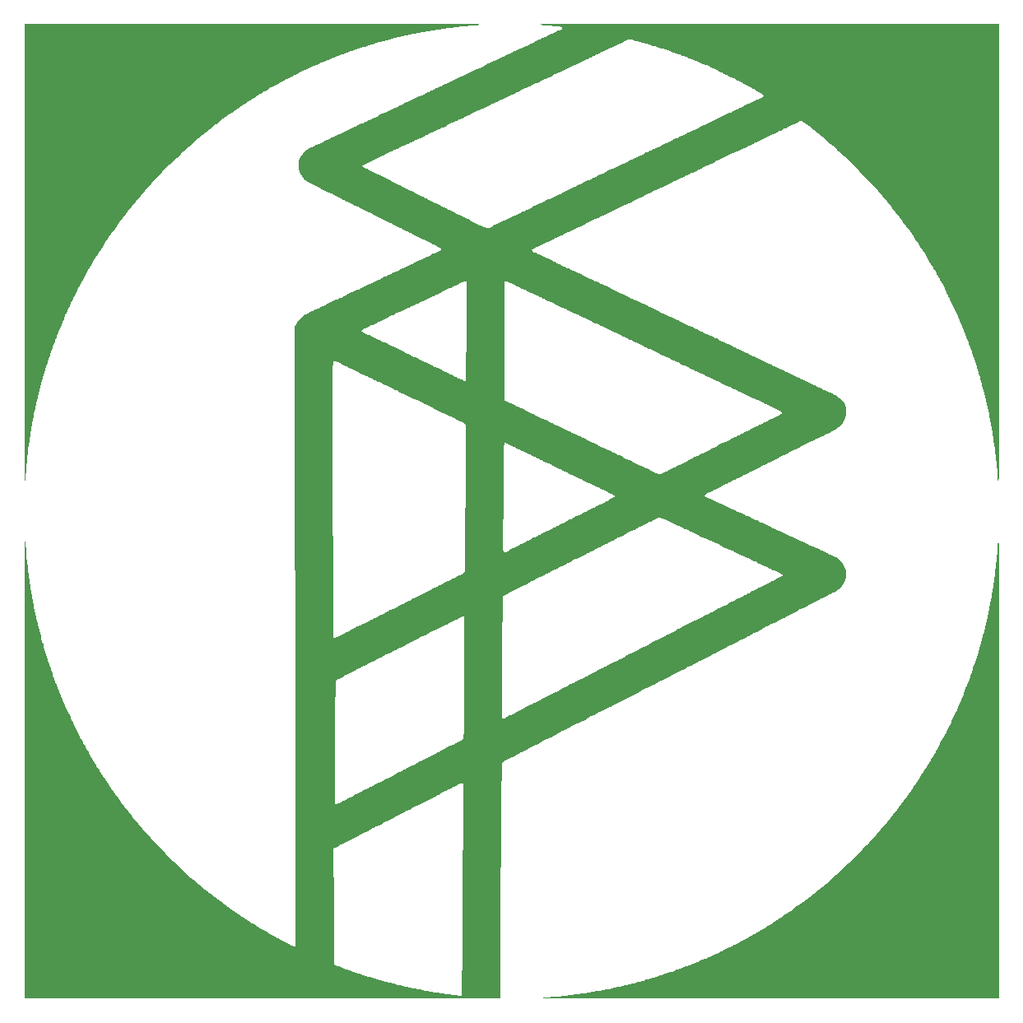
<source format=gts>
G04 #@! TF.GenerationSoftware,KiCad,Pcbnew,7.0.9-unknown-1000.20231106gitacd7d5a.fc37*
G04 #@! TF.CreationDate,2023-11-18T15:56:13-08:00*
G04 #@! TF.ProjectId,strange-parts-coaster,73747261-6e67-4652-9d70-617274732d63,rev?*
G04 #@! TF.SameCoordinates,Original*
G04 #@! TF.FileFunction,Soldermask,Top*
G04 #@! TF.FilePolarity,Negative*
%FSLAX46Y46*%
G04 Gerber Fmt 4.6, Leading zero omitted, Abs format (unit mm)*
G04 Created by KiCad (PCBNEW 7.0.9-unknown-1000.20231106gitacd7d5a.fc37) date 2023-11-18 15:56:13*
%MOMM*%
%LPD*%
G01*
G04 APERTURE LIST*
G04 APERTURE END LIST*
G04 #@! TO.C,G\u002A\u002A\u002A*
G36*
X150117674Y-103121214D02*
G01*
X150120223Y-103226470D01*
X150122672Y-103403398D01*
X150125020Y-103651753D01*
X150127268Y-103971294D01*
X150129415Y-104361774D01*
X150131461Y-104822952D01*
X150133405Y-105354584D01*
X150135246Y-105956425D01*
X150136985Y-106628232D01*
X150138622Y-107369762D01*
X150140155Y-108180770D01*
X150141584Y-109061014D01*
X150142909Y-110010249D01*
X150144130Y-111028232D01*
X150145247Y-112114719D01*
X150146258Y-113269466D01*
X150147163Y-114492230D01*
X150147963Y-115782768D01*
X150148657Y-117140835D01*
X150149244Y-118566187D01*
X150149724Y-120058582D01*
X150150097Y-121617776D01*
X150150362Y-123243524D01*
X150150519Y-124935583D01*
X150150568Y-126601449D01*
X150150568Y-150150568D01*
X126601449Y-150150568D01*
X124846722Y-150150514D01*
X123158076Y-150150351D01*
X121535753Y-150150081D01*
X119979998Y-150149702D01*
X118491054Y-150149216D01*
X117069165Y-150148624D01*
X115714574Y-150147925D01*
X114427525Y-150147119D01*
X113208262Y-150146208D01*
X112057028Y-150145192D01*
X110974067Y-150144070D01*
X109959623Y-150142844D01*
X109013939Y-150141513D01*
X108137259Y-150140078D01*
X107329827Y-150138540D01*
X106591887Y-150136898D01*
X105923681Y-150135154D01*
X105325454Y-150133307D01*
X104797449Y-150131358D01*
X104339910Y-150129307D01*
X103953081Y-150127155D01*
X103637205Y-150124902D01*
X103392526Y-150122548D01*
X103219288Y-150120094D01*
X103117734Y-150117539D01*
X103087873Y-150115025D01*
X103140384Y-150085808D01*
X103239457Y-150059591D01*
X103390213Y-150035716D01*
X103597772Y-150013525D01*
X103867256Y-149992360D01*
X104203267Y-149971589D01*
X104465167Y-149954497D01*
X104740625Y-149932374D01*
X105007146Y-149907304D01*
X105242239Y-149881373D01*
X105393892Y-149861214D01*
X105625996Y-149829178D01*
X105886071Y-149797343D01*
X106138122Y-149769934D01*
X106301135Y-149754748D01*
X106504121Y-149734852D01*
X106711333Y-149709543D01*
X106895264Y-149682430D01*
X107003913Y-149662552D01*
X107163649Y-149633287D01*
X107360997Y-149603338D01*
X107561638Y-149577756D01*
X107630051Y-149570388D01*
X107831221Y-149545774D01*
X108049481Y-149512290D01*
X108246405Y-149476005D01*
X108298296Y-149464870D01*
X108485847Y-149427219D01*
X108703544Y-149390278D01*
X108909646Y-149361025D01*
X108944264Y-149356887D01*
X109133017Y-149330353D01*
X109331420Y-149294687D01*
X109503333Y-149256556D01*
X109538851Y-149247167D01*
X109678502Y-149211887D01*
X109802090Y-149186619D01*
X109883505Y-149176679D01*
X109885070Y-149176673D01*
X109958024Y-149168357D01*
X110080963Y-149145764D01*
X110234033Y-149112772D01*
X110336790Y-149088445D01*
X110528111Y-149042642D01*
X110730194Y-148996061D01*
X110909499Y-148956379D01*
X110968182Y-148943980D01*
X111168268Y-148901351D01*
X111375604Y-148854399D01*
X111610727Y-148798339D01*
X111894177Y-148728383D01*
X111906250Y-148725368D01*
X112063331Y-148687108D01*
X112250613Y-148642896D01*
X112427810Y-148602239D01*
X112429404Y-148601881D01*
X112604390Y-148558917D01*
X112787685Y-148508210D01*
X112940117Y-148460608D01*
X112942399Y-148459825D01*
X113070464Y-148419551D01*
X113180168Y-148391634D01*
X113240733Y-148382671D01*
X113311035Y-148371123D01*
X113424468Y-148340839D01*
X113556570Y-148298354D01*
X113557567Y-148298007D01*
X113704568Y-148250435D01*
X113847273Y-148210267D01*
X113944744Y-148188207D01*
X114053845Y-148163570D01*
X114198766Y-148123588D01*
X114341619Y-148079022D01*
X114498838Y-148027689D01*
X114689497Y-147966858D01*
X114877953Y-147907877D01*
X114918892Y-147895258D01*
X115098058Y-147839049D01*
X115284590Y-147778612D01*
X115444679Y-147724943D01*
X115478125Y-147713341D01*
X115782969Y-147608525D01*
X116058638Y-147517749D01*
X116289192Y-147446209D01*
X116362074Y-147425031D01*
X116508828Y-147378269D01*
X116660060Y-147322414D01*
X116704830Y-147303902D01*
X116845485Y-147247008D01*
X116994207Y-147192256D01*
X117029546Y-147180263D01*
X117318356Y-147082610D01*
X117557513Y-146996355D01*
X117751137Y-146920782D01*
X117906773Y-146857603D01*
X118075709Y-146789084D01*
X118148012Y-146759782D01*
X118296771Y-146702729D01*
X118453456Y-146647435D01*
X118524759Y-146624295D01*
X118654485Y-146577480D01*
X118774516Y-146523398D01*
X118813395Y-146501923D01*
X118900486Y-146456502D01*
X118966847Y-146434813D01*
X118971794Y-146434510D01*
X119029327Y-146419998D01*
X119136933Y-146380786D01*
X119279505Y-146323128D01*
X119441933Y-146253276D01*
X119609108Y-146177486D01*
X119717990Y-146125650D01*
X119823385Y-146076966D01*
X119903196Y-146044952D01*
X119931616Y-146037500D01*
X119982387Y-146021862D01*
X120093938Y-145974655D01*
X120267250Y-145895436D01*
X120503303Y-145783765D01*
X120619978Y-145727760D01*
X120726063Y-145679532D01*
X120807075Y-145647888D01*
X120836248Y-145640625D01*
X120877335Y-145625204D01*
X120973458Y-145581935D01*
X121115148Y-145515305D01*
X121292933Y-145429805D01*
X121497343Y-145329923D01*
X121629480Y-145264636D01*
X121852181Y-145154422D01*
X122060134Y-145052013D01*
X122242319Y-144962794D01*
X122387718Y-144892153D01*
X122485312Y-144845476D01*
X122513637Y-144832407D01*
X122611558Y-144786284D01*
X122686802Y-144746611D01*
X122694034Y-144742235D01*
X122759618Y-144706001D01*
X122857996Y-144656535D01*
X122892472Y-144639996D01*
X122990014Y-144591437D01*
X123136682Y-144515397D01*
X123318463Y-144419331D01*
X123521347Y-144310697D01*
X123731323Y-144196953D01*
X123934378Y-144085555D01*
X123938779Y-144083123D01*
X124071800Y-144010615D01*
X124206569Y-143938749D01*
X124263494Y-143909060D01*
X124369063Y-143851874D01*
X124506094Y-143773917D01*
X124642330Y-143693608D01*
X124781068Y-143611848D01*
X124917807Y-143534101D01*
X125021165Y-143478137D01*
X125140832Y-143411527D01*
X125275260Y-143329735D01*
X125327841Y-143295617D01*
X125448944Y-143219963D01*
X125569934Y-143152115D01*
X125616477Y-143128973D01*
X125707176Y-143080647D01*
X125832805Y-143005711D01*
X125969061Y-142918770D01*
X125995313Y-142901318D01*
X126120313Y-142819818D01*
X126229073Y-142752912D01*
X126302693Y-142712109D01*
X126314635Y-142706854D01*
X126390378Y-142667022D01*
X126476993Y-142607798D01*
X126553962Y-142552910D01*
X126682508Y-142466473D01*
X126852830Y-142354878D01*
X127055125Y-142224515D01*
X127279592Y-142081777D01*
X127402415Y-142004411D01*
X127523714Y-141926958D01*
X127638153Y-141851784D01*
X127691051Y-141815857D01*
X127777748Y-141756825D01*
X127897854Y-141676611D01*
X128015767Y-141598886D01*
X128159811Y-141502876D01*
X128311445Y-141399129D01*
X128412642Y-141328017D01*
X128535704Y-141240540D01*
X128657316Y-141155128D01*
X128719318Y-141112169D01*
X128809221Y-141049410D01*
X128933730Y-140961142D01*
X129069055Y-140864249D01*
X129098154Y-140843281D01*
X129337689Y-140671018D01*
X129531358Y-140533083D01*
X129691273Y-140420849D01*
X129693466Y-140419324D01*
X129760115Y-140370883D01*
X129871408Y-140287727D01*
X130014925Y-140179306D01*
X130178247Y-140055072D01*
X130348953Y-139924476D01*
X130514625Y-139796969D01*
X130662841Y-139682002D01*
X130680102Y-139668530D01*
X130875835Y-139515289D01*
X131078087Y-139356325D01*
X131277436Y-139199106D01*
X131464459Y-139051098D01*
X131629733Y-138919769D01*
X131763836Y-138812586D01*
X131857344Y-138737016D01*
X131894318Y-138706308D01*
X131945558Y-138662307D01*
X132043238Y-138578517D01*
X132179003Y-138462102D01*
X132344500Y-138320224D01*
X132531373Y-138160047D01*
X132710489Y-138006540D01*
X132909456Y-137835731D01*
X133094435Y-137676360D01*
X133257077Y-137535666D01*
X133389033Y-137420887D01*
X133481954Y-137339261D01*
X133525200Y-137300229D01*
X133583126Y-137245456D01*
X133679721Y-137154309D01*
X133805266Y-137035942D01*
X133950042Y-136899509D01*
X134104331Y-136754163D01*
X134258414Y-136609056D01*
X134402572Y-136473344D01*
X134527087Y-136356179D01*
X134622239Y-136266714D01*
X134678310Y-136214103D01*
X134687368Y-136205660D01*
X134979354Y-135930233D01*
X135286603Y-135630891D01*
X135582168Y-135334133D01*
X135751118Y-135159517D01*
X135912926Y-134990151D01*
X136105091Y-134789322D01*
X136307943Y-134577570D01*
X136501810Y-134375435D01*
X136582745Y-134291140D01*
X136789496Y-134074809D01*
X136975126Y-133877790D01*
X137149923Y-133688640D01*
X137324170Y-133495918D01*
X137508153Y-133288180D01*
X137712157Y-133053985D01*
X137946468Y-132781890D01*
X138088588Y-132615909D01*
X138247761Y-132429776D01*
X138395290Y-132257318D01*
X138523319Y-132107715D01*
X138623991Y-131990146D01*
X138689449Y-131913790D01*
X138706189Y-131894318D01*
X138753801Y-131836606D01*
X138837085Y-131733160D01*
X138947257Y-131595085D01*
X139075530Y-131433482D01*
X139213119Y-131259456D01*
X139351239Y-131084110D01*
X139481104Y-130918548D01*
X139593929Y-130773872D01*
X139648261Y-130703693D01*
X139738065Y-130587697D01*
X139846893Y-130447753D01*
X139937944Y-130331100D01*
X140065116Y-130165859D01*
X140212684Y-129969974D01*
X140362988Y-129767210D01*
X140498366Y-129581330D01*
X140572686Y-129476989D01*
X140656039Y-129358979D01*
X140742534Y-129237443D01*
X140751847Y-129224432D01*
X140835911Y-129106425D01*
X140921825Y-128984891D01*
X140930972Y-128971875D01*
X140990447Y-128887545D01*
X141077697Y-128764291D01*
X141178653Y-128621974D01*
X141237660Y-128538921D01*
X141349404Y-128380051D01*
X141464047Y-128214276D01*
X141563211Y-128068269D01*
X141598121Y-128015767D01*
X141682092Y-127889036D01*
X141761635Y-127770463D01*
X141815857Y-127691051D01*
X141880924Y-127593949D01*
X141958570Y-127473310D01*
X141991662Y-127420455D01*
X142065290Y-127302992D01*
X142136088Y-127192355D01*
X142161640Y-127153316D01*
X142243888Y-127027468D01*
X142350612Y-126861687D01*
X142468215Y-126677338D01*
X142583098Y-126495783D01*
X142681663Y-126338388D01*
X142724655Y-126268774D01*
X142804315Y-126139370D01*
X142882840Y-126012813D01*
X142925894Y-125944059D01*
X142995031Y-125830617D01*
X143072099Y-125698847D01*
X143098360Y-125652557D01*
X143172773Y-125523897D01*
X143259921Y-125378787D01*
X143302595Y-125309801D01*
X143359144Y-125218990D01*
X143411715Y-125132475D01*
X143467472Y-125037860D01*
X143533580Y-124922748D01*
X143617202Y-124774743D01*
X143725504Y-124581449D01*
X143782529Y-124479381D01*
X144001175Y-124085349D01*
X144188443Y-123742268D01*
X144350170Y-123439267D01*
X144492195Y-123165475D01*
X144557315Y-123036790D01*
X144636189Y-122880991D01*
X144708385Y-122740926D01*
X144764741Y-122634230D01*
X144791641Y-122585796D01*
X144843309Y-122488923D01*
X144896256Y-122376371D01*
X144899313Y-122369318D01*
X144944395Y-122271114D01*
X144983691Y-122195840D01*
X144987906Y-122188921D01*
X145015566Y-122137159D01*
X145066835Y-122034125D01*
X145134807Y-121893934D01*
X145212576Y-121730702D01*
X145226195Y-121701847D01*
X145376768Y-121382090D01*
X145500572Y-121118443D01*
X145601772Y-120901825D01*
X145684532Y-120723154D01*
X145753016Y-120573348D01*
X145811390Y-120443323D01*
X145863816Y-120324000D01*
X145914461Y-120206295D01*
X145945844Y-120132387D01*
X146013011Y-119977481D01*
X146079131Y-119831482D01*
X146132961Y-119719020D01*
X146146740Y-119692284D01*
X146191646Y-119597553D01*
X146216374Y-119524932D01*
X146218034Y-119511886D01*
X146233378Y-119457247D01*
X146273367Y-119360235D01*
X146326137Y-119248438D01*
X146381347Y-119131145D01*
X146420315Y-119035767D01*
X146434239Y-118985069D01*
X146450100Y-118923314D01*
X146488703Y-118834313D01*
X146494640Y-118822711D01*
X146550659Y-118701189D01*
X146624112Y-118519365D01*
X146711586Y-118286019D01*
X146799280Y-118039773D01*
X146844101Y-117918469D01*
X146885895Y-117817208D01*
X146906872Y-117774062D01*
X146944347Y-117691750D01*
X147002142Y-117540514D01*
X147080293Y-117320259D01*
X147173227Y-117047585D01*
X147225392Y-116902179D01*
X147284156Y-116751911D01*
X147303902Y-116704830D01*
X147358296Y-116565345D01*
X147410545Y-116410678D01*
X147425031Y-116362074D01*
X147487842Y-116152980D01*
X147571878Y-115892678D01*
X147671940Y-115597106D01*
X147713341Y-115478125D01*
X147773374Y-115300977D01*
X147842834Y-115084555D01*
X147924289Y-114820579D01*
X148020309Y-114500771D01*
X148093987Y-114251421D01*
X148151933Y-114055854D01*
X148214272Y-113847914D01*
X148271194Y-113660239D01*
X148294636Y-113583949D01*
X148336031Y-113442475D01*
X148367064Y-113321856D01*
X148382485Y-113242984D01*
X148383289Y-113231035D01*
X148394290Y-113164696D01*
X148423575Y-113055642D01*
X148459825Y-112942399D01*
X148507267Y-112790908D01*
X148558015Y-112607829D01*
X148601221Y-112432332D01*
X148601881Y-112429404D01*
X148641969Y-112254529D01*
X148685235Y-112071065D01*
X148722457Y-111918101D01*
X148723164Y-111915270D01*
X148797613Y-111613717D01*
X148857580Y-111361587D01*
X148907761Y-111138738D01*
X148943980Y-110968182D01*
X148978665Y-110807726D01*
X149023367Y-110610855D01*
X149070412Y-110411113D01*
X149088445Y-110336790D01*
X149126120Y-110173155D01*
X149155758Y-110025368D01*
X149173437Y-109914063D01*
X149176673Y-109872663D01*
X149184870Y-109794258D01*
X149207147Y-109666397D01*
X149239695Y-109509532D01*
X149264091Y-109403629D01*
X149305231Y-109218298D01*
X149341877Y-109028691D01*
X149368464Y-108864640D01*
X149376052Y-108803409D01*
X149397231Y-108647149D01*
X149429643Y-108460783D01*
X149466362Y-108284041D01*
X149467237Y-108280256D01*
X149501913Y-108107802D01*
X149535978Y-107900011D01*
X149563612Y-107693518D01*
X149570515Y-107630051D01*
X149593132Y-107436918D01*
X149622006Y-107234340D01*
X149652092Y-107056636D01*
X149662552Y-107003913D01*
X149688592Y-106856749D01*
X149715611Y-106665079D01*
X149740002Y-106456408D01*
X149754748Y-106301135D01*
X149776021Y-106078969D01*
X149804907Y-105821617D01*
X149837182Y-105565073D01*
X149861214Y-105393892D01*
X149886316Y-105200635D01*
X149912243Y-104957771D01*
X149936909Y-104687792D01*
X149958230Y-104413192D01*
X149971589Y-104203267D01*
X149992389Y-103866836D01*
X150013555Y-103597442D01*
X150035748Y-103389965D01*
X150059625Y-103239285D01*
X150085846Y-103140280D01*
X150115025Y-103087873D01*
X150117674Y-103121214D01*
G37*
G36*
X75191848Y-49885562D02*
G01*
X76895214Y-49885715D01*
X78526958Y-49885970D01*
X80087346Y-49886327D01*
X81576649Y-49886787D01*
X82995133Y-49887351D01*
X84343066Y-49888019D01*
X85620718Y-49888791D01*
X86828356Y-49889668D01*
X87966248Y-49890650D01*
X89034663Y-49891738D01*
X90033868Y-49892931D01*
X90964132Y-49894231D01*
X91825722Y-49895638D01*
X92618908Y-49897152D01*
X93343956Y-49898774D01*
X94001136Y-49900504D01*
X94590715Y-49902342D01*
X95112962Y-49904290D01*
X95568144Y-49906346D01*
X95956530Y-49908513D01*
X96278389Y-49910789D01*
X96533987Y-49913176D01*
X96723593Y-49915674D01*
X96847476Y-49918284D01*
X96905903Y-49921005D01*
X96910945Y-49922237D01*
X96862517Y-49948528D01*
X96768602Y-49973252D01*
X96624442Y-49997002D01*
X96425275Y-50020372D01*
X96166342Y-50043954D01*
X95842882Y-50068341D01*
X95616335Y-50083576D01*
X95358369Y-50101763D01*
X95105876Y-50122199D01*
X94874138Y-50143449D01*
X94678435Y-50164080D01*
X94534049Y-50182657D01*
X94497869Y-50188514D01*
X94346589Y-50211620D01*
X94149103Y-50236583D01*
X93931197Y-50260371D01*
X93722159Y-50279669D01*
X93518880Y-50298923D01*
X93319970Y-50322195D01*
X93147553Y-50346628D01*
X93023754Y-50369363D01*
X93018608Y-50370551D01*
X92886108Y-50396883D01*
X92710288Y-50425352D01*
X92519685Y-50451532D01*
X92423296Y-50462871D01*
X92224840Y-50488457D01*
X92015132Y-50521717D01*
X91828195Y-50557044D01*
X91761354Y-50571935D01*
X91580802Y-50609609D01*
X91383925Y-50642427D01*
X91220161Y-50662560D01*
X91041687Y-50685787D01*
X90844014Y-50722310D01*
X90706121Y-50754907D01*
X90538331Y-50794390D01*
X90340369Y-50832376D01*
X90153933Y-50860897D01*
X90146888Y-50861780D01*
X89970126Y-50888827D01*
X89787892Y-50924953D01*
X89637117Y-50962761D01*
X89625844Y-50966149D01*
X89462887Y-51009028D01*
X89285048Y-51045426D01*
X89192889Y-51059490D01*
X89048898Y-51083832D01*
X88873009Y-51122826D01*
X88701781Y-51168316D01*
X88691724Y-51171291D01*
X88547616Y-51211360D01*
X88421439Y-51241314D01*
X88335859Y-51255903D01*
X88323772Y-51256534D01*
X88251335Y-51266961D01*
X88133230Y-51294590D01*
X87992294Y-51333945D01*
X87960314Y-51343688D01*
X87802241Y-51389432D01*
X87647286Y-51428975D01*
X87526415Y-51454473D01*
X87516477Y-51456092D01*
X87380189Y-51485488D01*
X87229487Y-51529547D01*
X87177283Y-51547943D01*
X87034120Y-51593788D01*
X86883815Y-51630102D01*
X86834527Y-51638685D01*
X86696439Y-51666914D01*
X86543556Y-51709653D01*
X86488210Y-51728404D01*
X86353204Y-51772274D01*
X86188308Y-51818723D01*
X86062848Y-51849786D01*
X85922038Y-51886006D01*
X85796189Y-51925487D01*
X85718845Y-51956804D01*
X85615064Y-51997227D01*
X85491828Y-52028552D01*
X85476736Y-52031178D01*
X85365960Y-52055931D01*
X85222059Y-52096958D01*
X85099148Y-52137472D01*
X84874418Y-52216813D01*
X84700172Y-52277348D01*
X84559045Y-52324836D01*
X84433672Y-52365038D01*
X84306690Y-52403717D01*
X84215199Y-52430729D01*
X83981639Y-52501822D01*
X83757386Y-52574989D01*
X83558076Y-52644784D01*
X83399347Y-52705761D01*
X83307399Y-52746904D01*
X83196588Y-52792133D01*
X83078693Y-52825735D01*
X82961358Y-52858778D01*
X82831821Y-52906806D01*
X82806845Y-52917642D01*
X82688105Y-52965779D01*
X82576045Y-53003162D01*
X82554288Y-53008917D01*
X82456416Y-53041020D01*
X82334588Y-53091794D01*
X82284943Y-53115347D01*
X82160270Y-53170035D01*
X82038091Y-53212573D01*
X81999393Y-53222594D01*
X81891437Y-53256456D01*
X81763735Y-53310555D01*
X81714403Y-53335278D01*
X81611950Y-53385117D01*
X81531332Y-53416171D01*
X81505769Y-53421307D01*
X81449072Y-53437328D01*
X81354960Y-53478343D01*
X81289291Y-53511506D01*
X81184037Y-53562739D01*
X81099800Y-53595419D01*
X81069705Y-53601705D01*
X81011252Y-53617189D01*
X80914627Y-53656967D01*
X80841761Y-53691904D01*
X80734153Y-53742244D01*
X80648302Y-53774985D01*
X80615528Y-53782102D01*
X80557639Y-53796884D01*
X80460921Y-53834828D01*
X80388831Y-53867585D01*
X80116120Y-53996652D01*
X79900486Y-54095304D01*
X79744230Y-54162515D01*
X79651137Y-54196826D01*
X79557613Y-54231557D01*
X79447894Y-54281524D01*
X79434659Y-54288223D01*
X79325078Y-54342396D01*
X79159628Y-54421306D01*
X78948320Y-54520252D01*
X78701167Y-54634531D01*
X78532671Y-54711778D01*
X78408204Y-54769861D01*
X78297360Y-54823609D01*
X78244034Y-54850878D01*
X78147612Y-54899315D01*
X78035433Y-54951470D01*
X78027557Y-54954958D01*
X77923097Y-55003655D01*
X77836050Y-55048488D01*
X77829119Y-55052434D01*
X77743385Y-55098099D01*
X77648722Y-55144043D01*
X77527869Y-55201887D01*
X77405691Y-55266342D01*
X77351065Y-55296533D01*
X77275968Y-55334646D01*
X77175271Y-55381634D01*
X77161648Y-55387717D01*
X77062980Y-55435733D01*
X76932928Y-55504476D01*
X76818892Y-55568136D01*
X76694308Y-55637592D01*
X76582223Y-55696419D01*
X76512216Y-55729525D01*
X76413051Y-55775610D01*
X76349858Y-55810088D01*
X76253717Y-55865894D01*
X76115920Y-55943105D01*
X75958641Y-56029470D01*
X75804056Y-56112740D01*
X75754546Y-56138962D01*
X75625265Y-56209208D01*
X75449072Y-56307957D01*
X75240916Y-56426559D01*
X75015742Y-56556363D01*
X74788500Y-56688719D01*
X74574137Y-56814976D01*
X74387600Y-56926484D01*
X74275284Y-56995027D01*
X74209955Y-57033053D01*
X74114236Y-57086326D01*
X74085843Y-57101788D01*
X73991071Y-57156870D01*
X73861198Y-57237167D01*
X73720837Y-57327387D01*
X73688968Y-57348391D01*
X73534316Y-57450373D01*
X73351436Y-57570233D01*
X73172743Y-57686743D01*
X73120739Y-57720500D01*
X72948738Y-57832198D01*
X72760274Y-57954908D01*
X72588643Y-58066944D01*
X72543466Y-58096506D01*
X72410200Y-58182275D01*
X72289758Y-58257132D01*
X72202169Y-58308718D01*
X72182671Y-58319145D01*
X72099114Y-58368647D01*
X71993097Y-58440779D01*
X71948154Y-58473860D01*
X71830743Y-58561250D01*
X71711169Y-58647985D01*
X71677557Y-58671803D01*
X71577324Y-58742546D01*
X71451088Y-58832138D01*
X71361378Y-58896065D01*
X71236758Y-58984753D01*
X71083729Y-59093229D01*
X70932917Y-59199787D01*
X70915486Y-59212074D01*
X70782045Y-59306280D01*
X70656773Y-59395008D01*
X70562280Y-59462238D01*
X70546154Y-59473781D01*
X70442136Y-59546576D01*
X70321758Y-59628381D01*
X70288494Y-59650523D01*
X70186413Y-59722694D01*
X70057132Y-59820425D01*
X69928521Y-59922645D01*
X69927699Y-59923318D01*
X69802420Y-60025790D01*
X69710615Y-60099958D01*
X69630690Y-60162709D01*
X69541051Y-60230932D01*
X69420104Y-60321515D01*
X69385678Y-60347220D01*
X69258522Y-60444430D01*
X69102328Y-60567129D01*
X68943433Y-60694536D01*
X68881392Y-60745138D01*
X68718022Y-60876897D01*
X68535076Y-61020835D01*
X68364616Y-61151820D01*
X68316176Y-61188211D01*
X68181513Y-61291194D01*
X68057270Y-61390776D01*
X67963259Y-61470906D01*
X67937341Y-61495111D01*
X67879982Y-61547885D01*
X67777120Y-61638772D01*
X67638425Y-61759379D01*
X67473571Y-61901315D01*
X67292226Y-62056187D01*
X67221733Y-62116066D01*
X66999064Y-62305204D01*
X66818744Y-62459340D01*
X66667899Y-62589919D01*
X66533654Y-62708386D01*
X66403134Y-62826187D01*
X66263466Y-62954766D01*
X66101774Y-63105568D01*
X65976989Y-63222596D01*
X65544242Y-63631260D01*
X65152243Y-64006934D01*
X64786982Y-64363623D01*
X64434448Y-64715334D01*
X64080630Y-65076070D01*
X63711520Y-65459838D01*
X63313106Y-65880642D01*
X63237443Y-65961140D01*
X63081542Y-66127557D01*
X62949811Y-66269447D01*
X62831796Y-66398575D01*
X62717043Y-66526710D01*
X62595095Y-66665620D01*
X62455497Y-66827073D01*
X62287795Y-67022836D01*
X62133502Y-67203693D01*
X61972983Y-67391327D01*
X61822180Y-67566302D01*
X61689373Y-67719112D01*
X61582842Y-67840253D01*
X61510866Y-67920220D01*
X61491630Y-67940571D01*
X61411667Y-68028667D01*
X61314532Y-68144924D01*
X61248185Y-68229207D01*
X61151198Y-68355347D01*
X61035754Y-68504077D01*
X60935980Y-68631562D01*
X60827746Y-68769171D01*
X60682034Y-68954518D01*
X60505931Y-69178588D01*
X60306521Y-69432364D01*
X60090891Y-69706830D01*
X59977086Y-69851706D01*
X59868544Y-69993377D01*
X59755733Y-70146101D01*
X59670410Y-70266313D01*
X59585260Y-70389195D01*
X59503187Y-70506122D01*
X59455481Y-70572989D01*
X59378417Y-70680399D01*
X59295969Y-70796557D01*
X59285338Y-70811648D01*
X59206245Y-70922459D01*
X59116367Y-71046170D01*
X59089817Y-71082244D01*
X59021513Y-71176311D01*
X58927601Y-71307822D01*
X58823628Y-71454948D01*
X58772885Y-71527316D01*
X58675040Y-71666973D01*
X58584885Y-71795106D01*
X58515515Y-71893127D01*
X58490483Y-71928140D01*
X58434756Y-72006481D01*
X58379907Y-72086527D01*
X58318256Y-72180140D01*
X58242121Y-72299181D01*
X58143819Y-72455514D01*
X58015668Y-72660999D01*
X58010226Y-72669744D01*
X57933184Y-72791228D01*
X57858198Y-72905781D01*
X57822464Y-72958381D01*
X57761953Y-73048811D01*
X57683789Y-73170397D01*
X57624574Y-73265057D01*
X57546273Y-73389848D01*
X57470696Y-73506780D01*
X57427088Y-73571733D01*
X57314084Y-73740658D01*
X57190553Y-73938072D01*
X57053953Y-74167046D01*
X56982438Y-74288546D01*
X56922122Y-74390374D01*
X56884994Y-74452297D01*
X56882916Y-74455682D01*
X56846172Y-74517622D01*
X56790037Y-74614710D01*
X56757233Y-74672159D01*
X56685134Y-74796243D01*
X56598239Y-74942004D01*
X56542911Y-75032955D01*
X56463581Y-75165896D01*
X56387633Y-75299586D01*
X56346804Y-75375710D01*
X56288397Y-75485397D01*
X56211855Y-75623828D01*
X56147820Y-75736506D01*
X56070180Y-75873412D01*
X55995298Y-76009314D01*
X55948522Y-76097301D01*
X55901877Y-76186414D01*
X55830855Y-76320425D01*
X55745349Y-76480730D01*
X55660752Y-76638494D01*
X55559354Y-76829678D01*
X55452848Y-77034794D01*
X55355730Y-77225717D01*
X55298083Y-77342046D01*
X55227938Y-77484957D01*
X55165609Y-77609803D01*
X55120606Y-77697623D01*
X55108051Y-77720881D01*
X55067077Y-77799429D01*
X55015251Y-77906141D01*
X55000683Y-77937358D01*
X54951127Y-78039668D01*
X54908261Y-78119905D01*
X54898555Y-78135796D01*
X54860746Y-78204335D01*
X54814568Y-78301489D01*
X54808092Y-78316193D01*
X54761300Y-78421218D01*
X54700254Y-78555065D01*
X54660473Y-78640909D01*
X54532653Y-78914924D01*
X54432033Y-79131371D01*
X54355044Y-79297954D01*
X54298117Y-79422375D01*
X54284388Y-79452699D01*
X54235157Y-79561310D01*
X54170454Y-79703471D01*
X54108912Y-79838281D01*
X54055009Y-79959576D01*
X54015362Y-80055308D01*
X53997716Y-80106670D01*
X53997447Y-80108877D01*
X53981850Y-80154041D01*
X53942141Y-80243703D01*
X53889209Y-80353769D01*
X53834391Y-80470351D01*
X53795773Y-80564428D01*
X53782102Y-80613437D01*
X53766125Y-80668474D01*
X53725210Y-80761412D01*
X53691904Y-80827186D01*
X53640463Y-80934261D01*
X53607739Y-81022219D01*
X53601570Y-81054593D01*
X53583518Y-81122632D01*
X53539451Y-81213651D01*
X53531636Y-81226829D01*
X53478818Y-81332159D01*
X53426596Y-81465034D01*
X53408360Y-81521379D01*
X53366426Y-81644018D01*
X53320917Y-81750167D01*
X53301437Y-81785743D01*
X53256388Y-81881538D01*
X53222378Y-81994799D01*
X53222066Y-81996307D01*
X53186516Y-82119607D01*
X53140219Y-82230824D01*
X53086339Y-82349420D01*
X53015275Y-82528325D01*
X52930391Y-82758675D01*
X52835052Y-83031609D01*
X52825158Y-83060654D01*
X52769891Y-83219911D01*
X52702399Y-83409659D01*
X52635880Y-83592857D01*
X52625913Y-83619887D01*
X52563694Y-83795617D01*
X52502171Y-83981745D01*
X52452997Y-84142794D01*
X52446067Y-84167428D01*
X52404002Y-84307238D01*
X52360169Y-84433096D01*
X52327577Y-84510184D01*
X52289537Y-84605863D01*
X52251300Y-84734645D01*
X52235064Y-84803295D01*
X52200775Y-84935753D01*
X52159306Y-85056602D01*
X52139086Y-85101849D01*
X52100930Y-85199030D01*
X52063572Y-85331193D01*
X52045532Y-85415014D01*
X52015176Y-85548233D01*
X51978514Y-85667094D01*
X51956536Y-85719364D01*
X51922171Y-85805625D01*
X51882724Y-85933602D01*
X51849786Y-86062848D01*
X51809621Y-86222328D01*
X51762752Y-86384449D01*
X51728404Y-86488210D01*
X51683583Y-86632096D01*
X51647732Y-86782571D01*
X51638685Y-86834527D01*
X51609888Y-86973307D01*
X51566109Y-87125531D01*
X51547943Y-87177283D01*
X51501954Y-87319381D01*
X51465077Y-87467568D01*
X51456092Y-87516477D01*
X51432629Y-87631677D01*
X51394254Y-87784386D01*
X51348810Y-87943637D01*
X51343688Y-87960314D01*
X51302478Y-88103217D01*
X51271783Y-88228340D01*
X51257079Y-88312847D01*
X51256534Y-88323772D01*
X51246464Y-88396089D01*
X51219755Y-88514500D01*
X51181657Y-88656341D01*
X51171291Y-88691724D01*
X51125662Y-88861390D01*
X51086001Y-89038084D01*
X51060463Y-89185247D01*
X51059490Y-89192889D01*
X51032375Y-89354901D01*
X50992187Y-89533046D01*
X50966511Y-89625844D01*
X50928380Y-89772817D01*
X50890773Y-89953866D01*
X50861476Y-90131276D01*
X50860119Y-90141230D01*
X50834114Y-90307519D01*
X50802516Y-90470646D01*
X50771652Y-90598350D01*
X50768146Y-90610264D01*
X50742246Y-90716438D01*
X50712209Y-90871792D01*
X50682106Y-91053816D01*
X50660276Y-91206804D01*
X50635132Y-91383429D01*
X50609095Y-91541619D01*
X50585399Y-91663040D01*
X50568705Y-91725841D01*
X50551231Y-91796479D01*
X50529162Y-91921933D01*
X50505176Y-92085229D01*
X50481951Y-92269393D01*
X50479250Y-92292901D01*
X50453958Y-92497171D01*
X50425145Y-92700849D01*
X50396408Y-92879970D01*
X50371973Y-93007731D01*
X50347661Y-93141565D01*
X50322008Y-93322734D01*
X50298213Y-93526557D01*
X50280838Y-93711282D01*
X50261182Y-93923536D01*
X50236745Y-94144653D01*
X50210874Y-94346184D01*
X50190429Y-94479830D01*
X50172371Y-94607958D01*
X50151789Y-94792485D01*
X50130155Y-95017760D01*
X50108937Y-95268132D01*
X50089606Y-95527951D01*
X50083680Y-95616335D01*
X50058486Y-95980666D01*
X50034467Y-96277624D01*
X50011027Y-96511976D01*
X49987573Y-96688487D01*
X49963511Y-96811923D01*
X49938247Y-96887049D01*
X49922237Y-96910945D01*
X49919466Y-96881193D01*
X49916807Y-96786103D01*
X49914260Y-96625407D01*
X49911824Y-96398837D01*
X49909499Y-96106124D01*
X49907284Y-95747002D01*
X49905180Y-95321201D01*
X49903184Y-94828454D01*
X49901298Y-94268492D01*
X49899521Y-93641047D01*
X49897852Y-92945851D01*
X49896290Y-92182636D01*
X49894836Y-91351134D01*
X49893490Y-90451077D01*
X49892249Y-89482195D01*
X49891115Y-88444223D01*
X49890087Y-87336890D01*
X49889164Y-86159930D01*
X49888346Y-84913073D01*
X49887632Y-83596053D01*
X49887022Y-82208600D01*
X49886517Y-80750446D01*
X49886114Y-79221324D01*
X49885814Y-77620965D01*
X49885617Y-75949101D01*
X49885521Y-74205464D01*
X49885512Y-73416591D01*
X49885512Y-49885512D01*
X73416591Y-49885512D01*
X75191848Y-49885562D01*
G37*
G36*
X150150568Y-73452671D02*
G01*
X150150529Y-75157648D01*
X150150409Y-76791299D01*
X150150207Y-78354456D01*
X150149922Y-79847953D01*
X150149552Y-81272620D01*
X150149097Y-82629292D01*
X150148555Y-83918801D01*
X150147923Y-85141979D01*
X150147202Y-86299660D01*
X150146390Y-87392675D01*
X150145485Y-88421858D01*
X150144485Y-89388041D01*
X150143390Y-90292056D01*
X150142199Y-91134738D01*
X150140909Y-91916917D01*
X150139519Y-92639427D01*
X150138028Y-93303100D01*
X150136435Y-93908769D01*
X150134739Y-94457267D01*
X150132937Y-94949426D01*
X150131029Y-95386079D01*
X150129012Y-95768059D01*
X150126887Y-96096198D01*
X150124651Y-96371329D01*
X150122303Y-96594285D01*
X150119841Y-96765898D01*
X150117265Y-96887000D01*
X150114572Y-96958426D01*
X150111762Y-96981006D01*
X150111684Y-96980945D01*
X150081273Y-96934171D01*
X150055338Y-96854866D01*
X150032844Y-96735580D01*
X150012755Y-96568859D01*
X149994036Y-96347253D01*
X149975651Y-96063309D01*
X149969727Y-95959091D01*
X149952791Y-95697154D01*
X149930659Y-95418916D01*
X149905494Y-95148130D01*
X149879457Y-94908553D01*
X149861349Y-94768466D01*
X149829918Y-94532784D01*
X149798174Y-94269064D01*
X149770185Y-94012432D01*
X149752756Y-93830398D01*
X149732986Y-93632432D01*
X149709066Y-93437428D01*
X149684177Y-93269297D01*
X149663865Y-93161974D01*
X149638715Y-93031290D01*
X149611367Y-92856024D01*
X149585870Y-92663479D01*
X149572895Y-92548621D01*
X149550390Y-92360660D01*
X149523180Y-92174875D01*
X149495378Y-92017826D01*
X149479523Y-91946033D01*
X149452587Y-91821275D01*
X149421825Y-91650944D01*
X149391746Y-91461143D01*
X149374554Y-91338607D01*
X149347538Y-91154421D01*
X149316753Y-90976704D01*
X149286636Y-90829728D01*
X149268627Y-90759140D01*
X149237741Y-90633891D01*
X149205742Y-90470140D01*
X149179061Y-90301150D01*
X149176793Y-90284179D01*
X149148287Y-90104695D01*
X149110367Y-89915674D01*
X149071102Y-89757206D01*
X149070006Y-89753409D01*
X149027069Y-89585732D01*
X148986483Y-89394999D01*
X148963595Y-89263757D01*
X148935464Y-89107695D01*
X148900458Y-88955531D01*
X148870358Y-88853159D01*
X148834647Y-88731174D01*
X148799046Y-88576542D01*
X148777545Y-88460060D01*
X148744538Y-88290396D01*
X148700313Y-88108518D01*
X148670272Y-88004749D01*
X148621537Y-87840987D01*
X148573267Y-87662039D01*
X148550854Y-87570597D01*
X148485685Y-87297255D01*
X148422040Y-87045479D01*
X148364320Y-86832196D01*
X148320919Y-86686648D01*
X148278906Y-86549307D01*
X148239421Y-86410361D01*
X148231347Y-86379972D01*
X148191871Y-86234222D01*
X148140112Y-86051762D01*
X148082160Y-85853168D01*
X148024103Y-85659013D01*
X147972032Y-85489871D01*
X147932036Y-85366317D01*
X147927008Y-85351705D01*
X147885783Y-85226887D01*
X147837572Y-85071495D01*
X147803142Y-84954830D01*
X147680872Y-84552758D01*
X147553836Y-84180020D01*
X147495927Y-84025067D01*
X147450968Y-83899558D01*
X147419423Y-83794016D01*
X147408523Y-83735039D01*
X147392615Y-83664527D01*
X147352764Y-83564578D01*
X147335089Y-83528296D01*
X147277662Y-83396730D01*
X147228494Y-83252068D01*
X147220630Y-83223012D01*
X147179532Y-83090291D01*
X147122803Y-82941498D01*
X147095979Y-82880256D01*
X147049075Y-82770265D01*
X147018572Y-82681848D01*
X147012000Y-82648110D01*
X146997030Y-82585367D01*
X146959837Y-82489181D01*
X146941861Y-82449673D01*
X146888342Y-82328055D01*
X146829590Y-82181307D01*
X146801077Y-82104546D01*
X146697093Y-81818225D01*
X146612804Y-81595877D01*
X146546300Y-81432625D01*
X146495673Y-81323592D01*
X146494640Y-81321607D01*
X146453791Y-81231629D01*
X146433642Y-81164388D01*
X146433243Y-81159249D01*
X146417428Y-81104559D01*
X146377205Y-81007517D01*
X146325004Y-80896799D01*
X146269941Y-80777955D01*
X146231288Y-80679204D01*
X146217898Y-80625211D01*
X146198154Y-80554184D01*
X146162630Y-80490275D01*
X146115584Y-80405958D01*
X146066038Y-80292463D01*
X146053269Y-80258051D01*
X146006409Y-80135958D01*
X145945199Y-79989935D01*
X145907305Y-79904994D01*
X145835116Y-79747860D01*
X145764105Y-79592833D01*
X145684188Y-79417868D01*
X145585286Y-79200919D01*
X145576713Y-79182102D01*
X145525878Y-79072136D01*
X145455253Y-78921525D01*
X145371670Y-78744609D01*
X145281963Y-78555728D01*
X145192963Y-78369220D01*
X145111504Y-78199426D01*
X145044418Y-78060683D01*
X144998538Y-77967333D01*
X144987895Y-77946378D01*
X144941007Y-77857231D01*
X144921192Y-77820100D01*
X144890890Y-77760842D01*
X144838117Y-77654969D01*
X144771956Y-77520760D01*
X144737446Y-77450284D01*
X144656576Y-77287993D01*
X144555812Y-77090496D01*
X144449653Y-76886025D01*
X144376098Y-76746733D01*
X144286708Y-76578513D01*
X144202504Y-76419164D01*
X144133317Y-76287345D01*
X144090929Y-76205540D01*
X144032591Y-76096221D01*
X143955544Y-75958225D01*
X143890068Y-75844744D01*
X143811575Y-75708256D01*
X143736353Y-75572668D01*
X143689304Y-75483949D01*
X143626893Y-75366186D01*
X143550350Y-75227960D01*
X143511053Y-75159233D01*
X143431450Y-75021456D01*
X143348484Y-74876921D01*
X143313995Y-74816477D01*
X143255488Y-74716847D01*
X143171246Y-74577447D01*
X143074153Y-74419466D01*
X143006818Y-74311364D01*
X142908378Y-74152889D01*
X142813979Y-73998469D01*
X142736497Y-73869288D01*
X142699804Y-73806250D01*
X142620991Y-73672529D01*
X142532300Y-73529092D01*
X142501761Y-73481534D01*
X142423589Y-73357388D01*
X142348759Y-73231887D01*
X142323044Y-73186326D01*
X142268932Y-73097675D01*
X142222903Y-73038730D01*
X142213068Y-73030540D01*
X142173432Y-72986391D01*
X142119854Y-72904238D01*
X142103092Y-72874754D01*
X142060885Y-72800045D01*
X142011760Y-72718437D01*
X141949443Y-72620319D01*
X141867655Y-72496075D01*
X141760120Y-72336095D01*
X141620561Y-72130764D01*
X141545597Y-72020945D01*
X141432464Y-71855074D01*
X141325981Y-71698438D01*
X141236753Y-71566671D01*
X141175383Y-71475407D01*
X141166762Y-71462449D01*
X140982696Y-71195445D01*
X140773293Y-70909749D01*
X140767328Y-70901847D01*
X140688604Y-70795616D01*
X140617983Y-70697024D01*
X140596831Y-70666310D01*
X140529103Y-70569803D01*
X140426179Y-70428270D01*
X140297004Y-70253769D01*
X140150524Y-70058359D01*
X139995683Y-69854098D01*
X139947671Y-69791240D01*
X139822378Y-69627195D01*
X139677049Y-69436428D01*
X139535165Y-69249775D01*
X139474672Y-69170029D01*
X139347900Y-69005658D01*
X139195710Y-68812697D01*
X139039204Y-68617715D01*
X138925864Y-68479085D01*
X138793048Y-68317800D01*
X138658822Y-68153778D01*
X138539344Y-68006820D01*
X138454824Y-67901813D01*
X138354744Y-67779659D01*
X138255760Y-67664255D01*
X138181129Y-67582529D01*
X138119163Y-67515401D01*
X138022626Y-67406714D01*
X137903456Y-67270077D01*
X137773593Y-67119101D01*
X137738050Y-67077415D01*
X137336689Y-66617722D01*
X136881376Y-66118654D01*
X136371382Y-65579454D01*
X135805977Y-64999363D01*
X135184430Y-64377623D01*
X134506011Y-63713475D01*
X134384393Y-63595739D01*
X134312136Y-63526118D01*
X134245086Y-63462257D01*
X134174690Y-63396321D01*
X134092401Y-63320474D01*
X133989667Y-63226882D01*
X133857939Y-63107711D01*
X133688667Y-62955125D01*
X133499858Y-62785185D01*
X133368557Y-62667801D01*
X133207473Y-62524952D01*
X133028461Y-62367030D01*
X132843375Y-62204428D01*
X132664068Y-62047536D01*
X132502393Y-61906747D01*
X132370206Y-61792452D01*
X132279359Y-61715044D01*
X132275302Y-61711649D01*
X132215061Y-61661951D01*
X132115692Y-61580614D01*
X131994105Y-61481464D01*
X131930398Y-61429640D01*
X131800883Y-61324145D01*
X131682082Y-61226976D01*
X131592364Y-61153175D01*
X131565563Y-61130917D01*
X131455126Y-61040455D01*
X131304701Y-60919743D01*
X131131583Y-60782411D01*
X130953067Y-60642090D01*
X130786448Y-60512410D01*
X130649021Y-60407002D01*
X130604774Y-60373700D01*
X130508655Y-60300876D01*
X130381735Y-60203249D01*
X130249862Y-60100710D01*
X130237024Y-60090660D01*
X130117391Y-60000855D01*
X130009818Y-59926970D01*
X129934067Y-59882423D01*
X129923765Y-59877942D01*
X129809854Y-59866065D01*
X129657568Y-59904778D01*
X129491000Y-59979858D01*
X129387121Y-60031600D01*
X129219162Y-60112986D01*
X128988526Y-60223343D01*
X128696617Y-60362002D01*
X128344838Y-60528291D01*
X128304404Y-60547365D01*
X128212346Y-60591068D01*
X128069975Y-60659003D01*
X127892010Y-60744133D01*
X127693168Y-60839417D01*
X127528693Y-60918350D01*
X127313002Y-61021666D01*
X127096090Y-61125089D01*
X126895865Y-61220113D01*
X126730239Y-61298233D01*
X126644744Y-61338180D01*
X126507870Y-61402693D01*
X126392129Y-61459074D01*
X126316274Y-61498119D01*
X126301989Y-61506382D01*
X126233522Y-61543389D01*
X126136457Y-61589284D01*
X126121591Y-61595853D01*
X125993255Y-61653308D01*
X125847639Y-61720562D01*
X125703374Y-61788758D01*
X125579090Y-61849046D01*
X125493416Y-61892569D01*
X125472159Y-61904487D01*
X125403730Y-61940656D01*
X125306711Y-61986130D01*
X125291762Y-61992728D01*
X125190247Y-62038408D01*
X125056603Y-62100215D01*
X124949006Y-62150905D01*
X124826243Y-62209166D01*
X124661710Y-62287060D01*
X124478917Y-62373464D01*
X124335654Y-62441090D01*
X124132143Y-62537414D01*
X123906001Y-62644971D01*
X123690823Y-62747761D01*
X123577983Y-62801921D01*
X123401560Y-62886634D01*
X123186913Y-62989417D01*
X122960997Y-63097377D01*
X122750766Y-63197620D01*
X122748154Y-63198864D01*
X122399655Y-63365014D01*
X122070529Y-63522442D01*
X121740098Y-63681079D01*
X121387682Y-63850853D01*
X120992600Y-64041693D01*
X120962216Y-64056386D01*
X120748514Y-64159495D01*
X120535351Y-64261927D01*
X120340044Y-64355390D01*
X120179907Y-64431592D01*
X120096307Y-64471022D01*
X119796043Y-64612052D01*
X119528995Y-64738256D01*
X119301271Y-64846705D01*
X119118978Y-64934473D01*
X118988222Y-64998633D01*
X118915110Y-65036257D01*
X118905682Y-65041712D01*
X118825736Y-65084397D01*
X118797443Y-65096707D01*
X118739997Y-65121386D01*
X118636781Y-65168432D01*
X118485008Y-65239165D01*
X118281888Y-65334904D01*
X118024630Y-65456968D01*
X117710447Y-65606675D01*
X117336549Y-65785346D01*
X116957387Y-65966873D01*
X116743700Y-66069190D01*
X116500508Y-66185545D01*
X116263372Y-66298927D01*
X116127557Y-66363819D01*
X115937682Y-66454535D01*
X115801082Y-66519933D01*
X115705906Y-66565772D01*
X115640301Y-66597808D01*
X115592418Y-66621797D01*
X115550406Y-66643497D01*
X115532244Y-66653006D01*
X115465410Y-66686452D01*
X115346621Y-66744331D01*
X115189181Y-66820276D01*
X115006390Y-66907919D01*
X114811550Y-67000891D01*
X114617962Y-67092826D01*
X114438928Y-67177355D01*
X114341619Y-67222994D01*
X114219719Y-67280123D01*
X114084862Y-67343651D01*
X113928423Y-67417674D01*
X113741777Y-67506285D01*
X113516298Y-67613581D01*
X113243360Y-67743657D01*
X112914339Y-67900608D01*
X112898438Y-67908196D01*
X112729358Y-67989154D01*
X112516154Y-68091653D01*
X112279599Y-68205685D01*
X112040464Y-68321239D01*
X111888210Y-68394981D01*
X111677497Y-68496866D01*
X111472854Y-68595298D01*
X111289555Y-68682970D01*
X111142875Y-68752572D01*
X111058381Y-68792074D01*
X110952421Y-68841567D01*
X110797654Y-68914769D01*
X110610245Y-69003991D01*
X110406356Y-69101544D01*
X110264631Y-69169637D01*
X109919356Y-69335808D01*
X109631529Y-69474256D01*
X109393596Y-69588598D01*
X109198006Y-69682450D01*
X109037207Y-69759428D01*
X108903648Y-69823148D01*
X108789775Y-69877225D01*
X108688037Y-69925277D01*
X108604972Y-69964312D01*
X108452044Y-70036351D01*
X108260655Y-70126973D01*
X108057410Y-70223561D01*
X107901421Y-70297956D01*
X107696816Y-70395688D01*
X107471466Y-70503258D01*
X107256861Y-70605638D01*
X107125710Y-70668161D01*
X106708171Y-70867132D01*
X106350623Y-71037537D01*
X106047917Y-71181848D01*
X105794904Y-71302539D01*
X105586432Y-71402082D01*
X105417352Y-71482950D01*
X105282514Y-71547616D01*
X105176767Y-71598553D01*
X105094962Y-71638232D01*
X105031947Y-71669128D01*
X104982575Y-71693713D01*
X104941693Y-71714459D01*
X104904152Y-71733840D01*
X104879759Y-71746534D01*
X104819144Y-71776089D01*
X104712314Y-71826347D01*
X104578757Y-71888171D01*
X104527983Y-71911456D01*
X104389568Y-71975279D01*
X104270885Y-72030929D01*
X104191426Y-72069235D01*
X104176208Y-72076995D01*
X104085939Y-72124427D01*
X104003789Y-72165982D01*
X103908605Y-72211997D01*
X103779231Y-72272808D01*
X103698154Y-72310577D01*
X103542591Y-72383769D01*
X103350139Y-72475527D01*
X103148643Y-72572527D01*
X103012642Y-72638599D01*
X102856355Y-72713342D01*
X102722038Y-72774675D01*
X102623756Y-72816374D01*
X102575572Y-72832216D01*
X102575085Y-72832227D01*
X102519598Y-72857154D01*
X102491130Y-72884244D01*
X102433100Y-72925376D01*
X102333411Y-72972124D01*
X102270235Y-72995383D01*
X102153397Y-73043791D01*
X102099166Y-73092915D01*
X102092614Y-73120431D01*
X102119291Y-73181983D01*
X102183857Y-73259258D01*
X102263113Y-73329574D01*
X102333859Y-73370245D01*
X102351214Y-73373296D01*
X102395423Y-73388246D01*
X102491592Y-73429285D01*
X102626910Y-73490689D01*
X102788567Y-73566740D01*
X102844539Y-73593607D01*
X103188722Y-73759190D01*
X103553844Y-73934083D01*
X103911510Y-74104713D01*
X104233325Y-74257506D01*
X104239347Y-74260356D01*
X104369342Y-74320819D01*
X104495646Y-74377913D01*
X104546023Y-74399978D01*
X104644223Y-74444841D01*
X104719496Y-74483734D01*
X104726421Y-74487885D01*
X104782689Y-74517661D01*
X104885933Y-74567959D01*
X105017331Y-74629683D01*
X105069176Y-74653532D01*
X105224343Y-74724738D01*
X105332494Y-74775272D01*
X105412360Y-74814196D01*
X105482674Y-74850572D01*
X105538210Y-74880440D01*
X105609999Y-74916333D01*
X105738299Y-74977259D01*
X105913723Y-75058852D01*
X106126885Y-75156746D01*
X106368040Y-75266413D01*
X106462846Y-75310167D01*
X106601745Y-75375303D01*
X106768996Y-75454328D01*
X106948861Y-75539753D01*
X107125600Y-75624084D01*
X107283473Y-75699830D01*
X107406741Y-75759500D01*
X107477486Y-75794486D01*
X107566742Y-75840721D01*
X107603764Y-75860221D01*
X107664387Y-75890061D01*
X107771232Y-75940540D01*
X107904806Y-76002485D01*
X107955540Y-76025761D01*
X108095460Y-76090375D01*
X108217092Y-76147647D01*
X108300215Y-76188018D01*
X108316335Y-76196315D01*
X108359307Y-76219122D01*
X108401329Y-76240743D01*
X108451914Y-76265656D01*
X108520577Y-76298339D01*
X108616830Y-76343268D01*
X108750187Y-76404922D01*
X108930163Y-76487777D01*
X109164205Y-76595363D01*
X109307316Y-76661600D01*
X109478192Y-76741406D01*
X109663838Y-76828629D01*
X109851261Y-76917117D01*
X110027467Y-77000718D01*
X110179460Y-77073281D01*
X110294248Y-77128652D01*
X110358836Y-77160680D01*
X110363850Y-77163339D01*
X110447568Y-77208158D01*
X110529533Y-77249689D01*
X110629480Y-77297513D01*
X110767146Y-77361213D01*
X110841904Y-77395437D01*
X111001256Y-77468654D01*
X111161167Y-77542765D01*
X111291462Y-77603775D01*
X111310938Y-77612996D01*
X111414148Y-77661873D01*
X111562978Y-77732197D01*
X111737759Y-77814682D01*
X111918824Y-77900039D01*
X111924290Y-77902615D01*
X112092037Y-77981959D01*
X112241183Y-78053084D01*
X112356895Y-78108878D01*
X112424342Y-78142226D01*
X112429404Y-78144865D01*
X112496090Y-78179711D01*
X112564328Y-78213716D01*
X112653067Y-78256018D01*
X112781255Y-78315756D01*
X112844318Y-78344959D01*
X112966560Y-78401926D01*
X113133383Y-78480225D01*
X113324213Y-78570176D01*
X113518477Y-78662097D01*
X113547869Y-78676040D01*
X113734217Y-78764404D01*
X113913930Y-78849508D01*
X114068800Y-78922737D01*
X114180619Y-78975475D01*
X114197301Y-78983316D01*
X114305615Y-79034354D01*
X114456760Y-79105812D01*
X114628401Y-79187121D01*
X114756534Y-79247920D01*
X114941036Y-79335524D01*
X115162750Y-79440779D01*
X115393694Y-79550401D01*
X115604404Y-79650404D01*
X115797525Y-79742119D01*
X115938435Y-79809296D01*
X116040146Y-79858268D01*
X116115669Y-79895367D01*
X116178018Y-79926924D01*
X116240203Y-79959270D01*
X116253835Y-79966429D01*
X116322388Y-80000388D01*
X116432677Y-80052928D01*
X116560512Y-80112529D01*
X116714071Y-80183982D01*
X116913729Y-80277776D01*
X117140573Y-80384945D01*
X117375688Y-80496523D01*
X117600161Y-80603542D01*
X117795076Y-80697038D01*
X117877415Y-80736821D01*
X117993776Y-80790481D01*
X118086694Y-80828314D01*
X118134126Y-80841775D01*
X118189421Y-80862276D01*
X118260404Y-80908674D01*
X118352399Y-80963969D01*
X118468807Y-81014450D01*
X118490767Y-81021920D01*
X118609996Y-81069313D01*
X118716740Y-81126002D01*
X118730854Y-81135406D01*
X118805272Y-81182003D01*
X118853786Y-81202511D01*
X118854896Y-81202557D01*
X118896008Y-81217481D01*
X118989333Y-81258439D01*
X119122293Y-81319706D01*
X119282306Y-81395560D01*
X119336401Y-81421608D01*
X119622540Y-81559530D01*
X119850575Y-81668581D01*
X120027089Y-81751869D01*
X120158661Y-81812502D01*
X120240625Y-81848787D01*
X120330023Y-81890834D01*
X120384943Y-81920735D01*
X120441158Y-81950366D01*
X120544302Y-82000702D01*
X120675587Y-82062645D01*
X120727699Y-82086759D01*
X120918009Y-82174574D01*
X121094711Y-82256703D01*
X121272952Y-82340284D01*
X121467881Y-82432459D01*
X121694643Y-82540366D01*
X121968388Y-82671146D01*
X122026563Y-82698979D01*
X122293896Y-82826848D01*
X122507478Y-82928840D01*
X122678618Y-83010291D01*
X122818624Y-83076537D01*
X122938803Y-83132913D01*
X123050465Y-83184757D01*
X123164917Y-83237404D01*
X123253267Y-83277828D01*
X123390309Y-83341425D01*
X123506139Y-83396964D01*
X123581930Y-83435350D01*
X123596023Y-83443365D01*
X123664484Y-83479931D01*
X123761543Y-83525559D01*
X123776421Y-83532117D01*
X123861488Y-83570835D01*
X123991547Y-83631909D01*
X124146777Y-83705970D01*
X124263494Y-83762316D01*
X124490610Y-83871740D01*
X124713920Y-83977886D01*
X124917641Y-84073350D01*
X125085991Y-84150729D01*
X125190550Y-84197208D01*
X125278466Y-84238971D01*
X125327841Y-84266081D01*
X125384054Y-84295631D01*
X125487193Y-84345905D01*
X125618473Y-84407813D01*
X125670597Y-84431930D01*
X125819840Y-84500770D01*
X125964060Y-84567688D01*
X126116696Y-84638985D01*
X126291185Y-84720962D01*
X126500966Y-84819918D01*
X126759479Y-84942155D01*
X126825142Y-84973230D01*
X127014315Y-85062893D01*
X127152284Y-85128708D01*
X127253140Y-85177552D01*
X127330970Y-85216302D01*
X127399864Y-85251832D01*
X127447514Y-85276982D01*
X127562279Y-85335320D01*
X127697135Y-85400070D01*
X127834901Y-85463479D01*
X127958393Y-85517792D01*
X128050426Y-85555257D01*
X128092848Y-85568182D01*
X128148880Y-85593149D01*
X128173279Y-85616462D01*
X128231177Y-85656219D01*
X128328295Y-85698018D01*
X128367114Y-85710734D01*
X128488304Y-85756241D01*
X128596536Y-85811582D01*
X128616649Y-85824812D01*
X128691300Y-85872000D01*
X128740654Y-85892845D01*
X128741891Y-85892898D01*
X128783976Y-85907905D01*
X128877122Y-85948815D01*
X129007749Y-86009458D01*
X129162278Y-86083663D01*
X129169276Y-86087076D01*
X129360006Y-86179451D01*
X129561811Y-86276042D01*
X129746944Y-86363620D01*
X129855824Y-86414355D01*
X129994141Y-86478624D01*
X130112770Y-86534621D01*
X130192262Y-86573136D01*
X130207600Y-86580973D01*
X130270856Y-86614319D01*
X130331187Y-86645252D01*
X130398843Y-86678614D01*
X130484073Y-86719251D01*
X130597125Y-86772005D01*
X130748248Y-86841722D01*
X130947693Y-86933243D01*
X131118608Y-87011533D01*
X131263873Y-87078378D01*
X131367600Y-87127244D01*
X131454030Y-87169821D01*
X131547404Y-87217799D01*
X131560583Y-87224659D01*
X131621197Y-87254214D01*
X131728027Y-87304472D01*
X131861584Y-87366296D01*
X131912358Y-87389581D01*
X132050773Y-87453404D01*
X132169456Y-87509054D01*
X132248915Y-87547360D01*
X132264134Y-87555120D01*
X132353479Y-87602406D01*
X132390412Y-87621887D01*
X132471717Y-87662409D01*
X132585680Y-87716404D01*
X132714777Y-87775932D01*
X132841483Y-87833055D01*
X132948273Y-87879833D01*
X133017623Y-87908329D01*
X133033837Y-87913352D01*
X133075669Y-87932139D01*
X133147093Y-87977668D01*
X133151533Y-87980778D01*
X133250486Y-88039029D01*
X133337500Y-88076047D01*
X133457790Y-88134438D01*
X133604645Y-88237475D01*
X133762481Y-88371232D01*
X133915714Y-88521784D01*
X134048760Y-88675207D01*
X134121152Y-88776254D01*
X134293619Y-89107353D01*
X134399316Y-89453472D01*
X134437200Y-89806715D01*
X134406231Y-90159185D01*
X134337497Y-90417404D01*
X134255698Y-90634476D01*
X134173132Y-90805064D01*
X134075357Y-90953533D01*
X133947930Y-91104250D01*
X133900281Y-91155102D01*
X133674374Y-91364556D01*
X133427369Y-91533986D01*
X133283381Y-91612556D01*
X133176580Y-91668380D01*
X133086190Y-91717902D01*
X133066904Y-91729084D01*
X132984439Y-91772626D01*
X132879478Y-91821569D01*
X132868466Y-91826348D01*
X132770239Y-91871536D01*
X132694964Y-91911130D01*
X132688068Y-91915386D01*
X132634157Y-91945064D01*
X132531567Y-91997620D01*
X132396694Y-92064755D01*
X132291193Y-92116299D01*
X132143485Y-92188383D01*
X132016486Y-92251228D01*
X131926570Y-92296680D01*
X131894318Y-92313868D01*
X131853988Y-92334574D01*
X131754100Y-92384736D01*
X131599771Y-92461811D01*
X131396120Y-92563254D01*
X131148264Y-92686522D01*
X130861321Y-92829072D01*
X130540409Y-92988360D01*
X130190645Y-93161842D01*
X129817147Y-93346975D01*
X129425033Y-93541215D01*
X129386790Y-93560153D01*
X128993151Y-93755165D01*
X128617640Y-93941363D01*
X128265377Y-94116201D01*
X127941479Y-94277128D01*
X127651065Y-94421599D01*
X127399253Y-94547063D01*
X127191162Y-94650973D01*
X127031910Y-94730781D01*
X126926615Y-94783938D01*
X126880395Y-94807896D01*
X126879262Y-94808562D01*
X126810695Y-94844883D01*
X126713509Y-94890016D01*
X126698864Y-94896380D01*
X126594178Y-94944262D01*
X126507078Y-94988706D01*
X126500426Y-94992491D01*
X126414556Y-95038015D01*
X126320029Y-95083424D01*
X126211068Y-95136418D01*
X126121591Y-95184386D01*
X126025018Y-95235236D01*
X125912714Y-95288485D01*
X125905114Y-95291855D01*
X125807040Y-95338161D01*
X125731779Y-95378916D01*
X125724716Y-95383418D01*
X125656133Y-95421467D01*
X125558927Y-95467659D01*
X125544318Y-95474069D01*
X125439892Y-95520742D01*
X125352852Y-95561927D01*
X125345881Y-95565430D01*
X125268148Y-95604438D01*
X125162410Y-95656979D01*
X125129404Y-95673292D01*
X125027723Y-95725474D01*
X124947617Y-95770015D01*
X124930966Y-95780369D01*
X124862329Y-95818288D01*
X124765056Y-95864218D01*
X124750568Y-95870528D01*
X124645891Y-95918345D01*
X124558793Y-95962638D01*
X124552131Y-95966408D01*
X124462174Y-96015443D01*
X124389773Y-96052486D01*
X124316884Y-96088438D01*
X124200145Y-96146008D01*
X124060426Y-96214905D01*
X124005383Y-96242046D01*
X123866179Y-96310963D01*
X123745752Y-96371086D01*
X123663168Y-96412877D01*
X123644588Y-96422543D01*
X123584537Y-96453191D01*
X123477377Y-96506703D01*
X123340831Y-96574258D01*
X123253267Y-96617324D01*
X123106812Y-96689644D01*
X122978453Y-96753847D01*
X122886286Y-96800842D01*
X122856392Y-96816715D01*
X122792636Y-96849640D01*
X122682722Y-96904058D01*
X122545713Y-96970583D01*
X122477557Y-97003276D01*
X122331490Y-97073951D01*
X122200818Y-97138762D01*
X122105956Y-97187521D01*
X122080682Y-97201345D01*
X122017991Y-97234644D01*
X121903899Y-97292864D01*
X121751836Y-97369242D01*
X121575230Y-97457013D01*
X121467330Y-97510238D01*
X121286272Y-97599585D01*
X121125428Y-97679491D01*
X120997132Y-97743787D01*
X120913721Y-97786304D01*
X120890057Y-97798962D01*
X120839745Y-97825074D01*
X120737207Y-97876092D01*
X120595277Y-97945704D01*
X120426785Y-98027600D01*
X120339844Y-98069611D01*
X120151111Y-98163910D01*
X120000261Y-98245898D01*
X119895876Y-98310546D01*
X119846537Y-98352828D01*
X119843750Y-98360234D01*
X119872529Y-98406172D01*
X119945435Y-98470288D01*
X120042322Y-98537957D01*
X120143043Y-98594556D01*
X120198272Y-98617571D01*
X120265387Y-98644529D01*
X120376003Y-98693164D01*
X120509487Y-98753927D01*
X120645208Y-98817271D01*
X120762535Y-98873646D01*
X120840837Y-98913506D01*
X120853977Y-98921027D01*
X120928731Y-98960815D01*
X120998296Y-98992975D01*
X121083248Y-99030597D01*
X121200229Y-99083718D01*
X121268892Y-99115353D01*
X121572970Y-99255831D01*
X121906582Y-99409158D01*
X122239704Y-99561572D01*
X122542312Y-99699308D01*
X122585796Y-99719022D01*
X122738077Y-99788501D01*
X122895103Y-99860911D01*
X123000710Y-99910179D01*
X123121649Y-99966626D01*
X123278110Y-100039003D01*
X123439933Y-100113369D01*
X123469744Y-100127006D01*
X123608157Y-100190710D01*
X123726838Y-100246140D01*
X123806298Y-100284164D01*
X123821520Y-100291818D01*
X123888521Y-100325931D01*
X123967775Y-100364258D01*
X124078104Y-100415738D01*
X124209375Y-100476059D01*
X124351797Y-100541699D01*
X124518362Y-100619062D01*
X124642330Y-100677019D01*
X124802913Y-100751835D01*
X124985932Y-100836282D01*
X125129404Y-100901886D01*
X125274172Y-100968604D01*
X125455305Y-101053409D01*
X125644244Y-101142884D01*
X125742756Y-101190001D01*
X125917688Y-101273431D01*
X126095068Y-101357005D01*
X126249042Y-101428586D01*
X126320029Y-101460996D01*
X126467583Y-101528636D01*
X126640875Y-101609615D01*
X126791754Y-101681318D01*
X126915709Y-101739287D01*
X127014397Y-101782478D01*
X127070066Y-101803198D01*
X127074821Y-101803977D01*
X127121024Y-101822927D01*
X127194680Y-101868793D01*
X127198408Y-101871403D01*
X127297162Y-101928714D01*
X127384375Y-101964042D01*
X127459918Y-101991470D01*
X127579883Y-102041698D01*
X127723936Y-102105688D01*
X127871745Y-102174401D01*
X128002978Y-102238798D01*
X128006747Y-102240723D01*
X128096481Y-102286612D01*
X128133026Y-102305300D01*
X128195595Y-102335491D01*
X128302298Y-102385288D01*
X128431497Y-102444609D01*
X128448722Y-102452451D01*
X128603161Y-102523094D01*
X128760776Y-102595835D01*
X128881676Y-102652225D01*
X129005670Y-102710258D01*
X129162845Y-102783371D01*
X129320820Y-102856504D01*
X129332671Y-102861972D01*
X129490529Y-102935090D01*
X129681439Y-103023944D01*
X129873172Y-103113523D01*
X129946023Y-103147671D01*
X130118965Y-103228591D01*
X130295388Y-103310735D01*
X130447691Y-103381265D01*
X130505256Y-103407744D01*
X130725520Y-103508986D01*
X131007564Y-103639126D01*
X131347799Y-103796509D01*
X131452344Y-103844926D01*
X131603006Y-103914628D01*
X131766020Y-103989915D01*
X131831179Y-104019965D01*
X131939662Y-104070566D01*
X132092338Y-104142573D01*
X132268368Y-104226126D01*
X132435512Y-104305907D01*
X132601516Y-104384022D01*
X132751285Y-104452015D01*
X132868915Y-104502827D01*
X132938498Y-104529401D01*
X132940625Y-104530022D01*
X133037106Y-104570153D01*
X133126592Y-104622915D01*
X133202332Y-104669794D01*
X133253599Y-104690305D01*
X133254717Y-104690341D01*
X133311400Y-104711626D01*
X133407490Y-104768009D01*
X133527052Y-104848277D01*
X133654152Y-104941222D01*
X133772857Y-105035631D01*
X133867232Y-105120296D01*
X133870623Y-105123668D01*
X134106223Y-105408491D01*
X134281170Y-105727635D01*
X134391902Y-106072567D01*
X134434856Y-106434756D01*
X134435290Y-106476279D01*
X134403992Y-106807289D01*
X134315213Y-107136305D01*
X134176139Y-107446066D01*
X133993957Y-107719312D01*
X133855104Y-107869844D01*
X133748530Y-107963982D01*
X133629413Y-108055188D01*
X133488036Y-108149399D01*
X133314681Y-108252551D01*
X133099630Y-108370581D01*
X132833163Y-108509427D01*
X132683861Y-108585352D01*
X132430793Y-108713818D01*
X132150481Y-108856982D01*
X131867501Y-109002237D01*
X131606435Y-109136973D01*
X131443324Y-109221701D01*
X131247947Y-109323052D01*
X131066013Y-109416452D01*
X130910733Y-109495195D01*
X130795316Y-109552573D01*
X130739773Y-109578938D01*
X130628416Y-109631913D01*
X130528938Y-109684465D01*
X130523296Y-109687722D01*
X130461386Y-109721393D01*
X130348026Y-109780794D01*
X130196211Y-109859201D01*
X130018940Y-109949888D01*
X129891904Y-110014420D01*
X129704862Y-110109408D01*
X129534524Y-110196373D01*
X129393880Y-110268648D01*
X129295918Y-110319566D01*
X129260512Y-110338479D01*
X129155663Y-110393877D01*
X129073489Y-110434760D01*
X128972039Y-110484457D01*
X128833512Y-110553816D01*
X128674157Y-110634527D01*
X128510220Y-110718281D01*
X128357951Y-110796767D01*
X128233597Y-110861676D01*
X128153407Y-110904698D01*
X128142046Y-110911129D01*
X128040929Y-110966005D01*
X127943608Y-111014503D01*
X127822195Y-111073027D01*
X127672716Y-111147683D01*
X127510654Y-111230249D01*
X127383464Y-111295516D01*
X127204901Y-111387279D01*
X126987730Y-111498970D01*
X126744713Y-111624018D01*
X126488614Y-111755854D01*
X126232198Y-111887907D01*
X125988228Y-112013610D01*
X125769468Y-112126390D01*
X125706676Y-112158780D01*
X125495199Y-112267690D01*
X125239471Y-112399084D01*
X124959532Y-112542683D01*
X124675424Y-112688208D01*
X124407188Y-112825380D01*
X124353693Y-112852702D01*
X123878721Y-113095315D01*
X123452115Y-113313383D01*
X123076020Y-113505806D01*
X122752586Y-113671483D01*
X122483957Y-113809314D01*
X122272281Y-113918197D01*
X122119706Y-113997030D01*
X122028377Y-114044715D01*
X122008523Y-114055339D01*
X121903204Y-114110847D01*
X121823543Y-114150953D01*
X121677052Y-114223380D01*
X121509649Y-114307391D01*
X121336301Y-114395329D01*
X121171977Y-114479536D01*
X121031643Y-114552352D01*
X120930268Y-114606119D01*
X120890057Y-114628585D01*
X120793538Y-114681013D01*
X120681279Y-114735376D01*
X120673580Y-114738838D01*
X120407851Y-114865165D01*
X120240625Y-114953206D01*
X120179740Y-114985483D01*
X120066907Y-115044034D01*
X119914523Y-115122473D01*
X119734987Y-115214416D01*
X119573154Y-115296959D01*
X119383716Y-115393592D01*
X119214197Y-115480415D01*
X119076075Y-115551523D01*
X118980826Y-115601009D01*
X118941762Y-115621880D01*
X118876827Y-115656930D01*
X118779342Y-115707370D01*
X118743324Y-115725630D01*
X118457843Y-115870237D01*
X118129644Y-116037716D01*
X117779811Y-116217228D01*
X117429428Y-116397937D01*
X117099577Y-116569006D01*
X116903267Y-116671419D01*
X116705695Y-116774225D01*
X116524833Y-116867278D01*
X116372432Y-116944615D01*
X116260240Y-117000273D01*
X116200010Y-117028291D01*
X116199716Y-117028409D01*
X116096908Y-117076123D01*
X116019318Y-117118532D01*
X115922653Y-117170951D01*
X115810273Y-117224920D01*
X115802841Y-117228218D01*
X115704832Y-117273979D01*
X115629578Y-117313466D01*
X115622443Y-117317779D01*
X115569510Y-117347360D01*
X115467782Y-117401372D01*
X115332831Y-117471627D01*
X115207529Y-117536005D01*
X115052100Y-117615687D01*
X114912285Y-117687885D01*
X114805590Y-117743530D01*
X114756534Y-117769653D01*
X114665734Y-117817740D01*
X114551931Y-117876047D01*
X114522017Y-117891067D01*
X114403806Y-117950489D01*
X114248741Y-118029002D01*
X114069584Y-118120083D01*
X113879093Y-118217211D01*
X113690029Y-118313862D01*
X113515151Y-118403515D01*
X113367219Y-118479647D01*
X113258994Y-118535735D01*
X113205114Y-118564219D01*
X113104134Y-118616953D01*
X113006676Y-118664738D01*
X112939813Y-118697703D01*
X112821694Y-118757418D01*
X112665098Y-118837364D01*
X112482802Y-118931022D01*
X112321165Y-119014486D01*
X112127251Y-119114538D01*
X111948433Y-119206234D01*
X111797486Y-119283066D01*
X111687184Y-119338527D01*
X111635654Y-119363668D01*
X111527151Y-119416421D01*
X111437216Y-119462965D01*
X111375909Y-119495215D01*
X111262971Y-119553722D01*
X111111059Y-119631964D01*
X110932826Y-119723419D01*
X110787784Y-119797632D01*
X110599683Y-119894023D01*
X110429925Y-119981510D01*
X110290683Y-120053780D01*
X110194131Y-120104522D01*
X110156392Y-120125033D01*
X110074279Y-120167985D01*
X109969671Y-120217563D01*
X109957955Y-120222813D01*
X109884991Y-120257731D01*
X109761376Y-120319545D01*
X109600310Y-120401544D01*
X109414997Y-120497014D01*
X109254404Y-120580541D01*
X109034904Y-120694698D01*
X108772994Y-120830105D01*
X108490656Y-120975446D01*
X108209871Y-121119407D01*
X107955540Y-121249185D01*
X107738558Y-121359824D01*
X107536352Y-121463406D01*
X107360199Y-121554119D01*
X107221377Y-121626145D01*
X107131165Y-121673672D01*
X107111331Y-121684457D01*
X107002794Y-121741266D01*
X106902554Y-121788366D01*
X106894853Y-121791616D01*
X106833100Y-121820682D01*
X106719885Y-121877194D01*
X106567543Y-121954871D01*
X106388404Y-122047431D01*
X106223722Y-122133411D01*
X106002580Y-122248951D01*
X105757657Y-122376124D01*
X105500202Y-122509164D01*
X105241464Y-122642304D01*
X104992692Y-122769777D01*
X104765136Y-122885816D01*
X104570047Y-122984654D01*
X104418672Y-123060524D01*
X104336459Y-123100880D01*
X104237385Y-123150896D01*
X104160282Y-123193799D01*
X104149148Y-123200824D01*
X104080510Y-123238743D01*
X103983238Y-123284673D01*
X103968750Y-123290982D01*
X103864043Y-123339029D01*
X103776938Y-123383853D01*
X103770313Y-123387672D01*
X103701355Y-123425771D01*
X103584667Y-123487862D01*
X103436890Y-123565326D01*
X103274663Y-123649543D01*
X103114627Y-123731897D01*
X102973421Y-123803766D01*
X102867686Y-123856532D01*
X102832244Y-123873561D01*
X102723695Y-123926733D01*
X102633807Y-123974021D01*
X102562291Y-124012210D01*
X102442582Y-124074656D01*
X102290879Y-124153047D01*
X102123378Y-124239071D01*
X101956277Y-124324415D01*
X101805775Y-124400766D01*
X101688069Y-124459812D01*
X101663620Y-124471903D01*
X101565615Y-124521681D01*
X101489377Y-124563026D01*
X101479262Y-124569006D01*
X101432356Y-124594398D01*
X101331080Y-124647155D01*
X101185477Y-124722117D01*
X101005589Y-124814123D01*
X100801459Y-124918011D01*
X100703551Y-124967675D01*
X100484413Y-125079016D01*
X100278146Y-125184367D01*
X100096542Y-125277663D01*
X99951391Y-125352839D01*
X99854487Y-125403828D01*
X99833138Y-125415396D01*
X99728271Y-125470577D01*
X99640031Y-125512580D01*
X99616661Y-125522097D01*
X99493668Y-125576222D01*
X99355697Y-125650963D01*
X99223224Y-125733597D01*
X99116723Y-125811398D01*
X99058398Y-125869034D01*
X99048700Y-125887096D01*
X99039948Y-125914275D01*
X99032044Y-125954559D01*
X99024888Y-126011936D01*
X99018384Y-126090392D01*
X99012431Y-126193915D01*
X99006934Y-126326491D01*
X99001792Y-126492108D01*
X98996907Y-126694753D01*
X98992182Y-126938413D01*
X98987519Y-127227075D01*
X98982818Y-127564726D01*
X98977981Y-127955354D01*
X98972911Y-128402946D01*
X98967509Y-128911489D01*
X98961676Y-129484969D01*
X98956566Y-130000142D01*
X98946672Y-131026639D01*
X98937122Y-132060044D01*
X98927940Y-133096345D01*
X98919150Y-134131530D01*
X98910776Y-135161589D01*
X98902841Y-136182510D01*
X98895370Y-137190280D01*
X98888385Y-138180889D01*
X98881912Y-139150325D01*
X98875973Y-140094575D01*
X98870594Y-141009629D01*
X98865796Y-141891475D01*
X98861605Y-142736102D01*
X98858044Y-143539497D01*
X98855138Y-144297649D01*
X98852909Y-145006547D01*
X98851381Y-145662179D01*
X98850579Y-146260533D01*
X98850527Y-146797598D01*
X98851247Y-147269361D01*
X98852238Y-147561870D01*
X98863494Y-150150586D01*
X74374503Y-150150577D01*
X49885512Y-150150568D01*
X49885512Y-126547330D01*
X49885563Y-124931495D01*
X49885718Y-123365752D01*
X49885974Y-121850948D01*
X49886331Y-120387929D01*
X49886786Y-118977542D01*
X49887340Y-117620634D01*
X49887990Y-116318051D01*
X49888736Y-115070639D01*
X49889576Y-113879246D01*
X49890508Y-112744717D01*
X49891533Y-111667900D01*
X49892648Y-110649640D01*
X49893853Y-109690786D01*
X49895146Y-108792182D01*
X49896525Y-107954676D01*
X49897991Y-107179114D01*
X49899540Y-106466342D01*
X49901173Y-105817208D01*
X49902888Y-105232558D01*
X49904684Y-104713239D01*
X49906559Y-104260096D01*
X49908513Y-103873977D01*
X49910543Y-103555729D01*
X49912650Y-103306197D01*
X49914831Y-103126228D01*
X49917086Y-103016669D01*
X49919413Y-102978367D01*
X49919569Y-102978367D01*
X49945880Y-103031925D01*
X49971490Y-103140800D01*
X49996791Y-103308173D01*
X50022171Y-103537223D01*
X50048019Y-103831134D01*
X50074725Y-104193084D01*
X50082704Y-104311506D01*
X50101341Y-104570953D01*
X50122354Y-104826317D01*
X50144256Y-105061948D01*
X50165563Y-105262197D01*
X50184788Y-105411416D01*
X50190632Y-105448012D01*
X50215605Y-105612671D01*
X50242000Y-105820078D01*
X50266300Y-106040987D01*
X50281694Y-106205682D01*
X50303580Y-106425088D01*
X50332717Y-106662213D01*
X50364814Y-106884168D01*
X50387603Y-107017472D01*
X50420723Y-107206575D01*
X50451157Y-107403228D01*
X50474012Y-107574981D01*
X50480072Y-107630824D01*
X50500597Y-107793509D01*
X50531800Y-107987122D01*
X50567304Y-108172478D01*
X50571063Y-108190057D01*
X50608149Y-108380069D01*
X50644762Y-108598614D01*
X50673716Y-108802381D01*
X50676687Y-108826737D01*
X50700432Y-108994148D01*
X50729515Y-109152624D01*
X50758802Y-109275302D01*
X50767948Y-109304237D01*
X50797905Y-109412181D01*
X50829366Y-109562227D01*
X50856227Y-109724723D01*
X50859697Y-109749943D01*
X50888718Y-109933610D01*
X50926903Y-110130420D01*
X50966072Y-110298279D01*
X50966718Y-110300710D01*
X51009132Y-110474330D01*
X51049743Y-110664205D01*
X51073649Y-110793758D01*
X51103312Y-110946569D01*
X51139507Y-111095686D01*
X51166920Y-111186316D01*
X51201743Y-111305991D01*
X51236600Y-111459085D01*
X51258096Y-111577218D01*
X51290736Y-111750068D01*
X51334585Y-111939454D01*
X51364659Y-112050568D01*
X51411684Y-112216229D01*
X51459721Y-112394657D01*
X51487003Y-112501563D01*
X51572567Y-112841244D01*
X51648186Y-113124040D01*
X51717629Y-113363912D01*
X51735331Y-113421591D01*
X51782640Y-113581847D01*
X51828615Y-113750514D01*
X51854570Y-113854546D01*
X51900554Y-114031741D01*
X51966315Y-114252341D01*
X52054730Y-114525767D01*
X52108041Y-114684375D01*
X52145997Y-114804567D01*
X52191304Y-114959932D01*
X52231655Y-115107505D01*
X52272935Y-115251441D01*
X52316010Y-115380740D01*
X52351734Y-115468003D01*
X52352524Y-115469547D01*
X52394760Y-115575006D01*
X52428766Y-115698926D01*
X52431644Y-115713413D01*
X52463535Y-115831917D01*
X52514229Y-115971400D01*
X52542624Y-116036882D01*
X52590297Y-116151674D01*
X52621155Y-116249764D01*
X52627557Y-116289915D01*
X52642707Y-116362539D01*
X52680755Y-116470223D01*
X52711888Y-116542472D01*
X52770949Y-116686143D01*
X52823043Y-116839595D01*
X52839177Y-116897597D01*
X52875211Y-117017894D01*
X52915760Y-117119755D01*
X52932054Y-117150154D01*
X52973846Y-117240639D01*
X53006576Y-117351285D01*
X53007196Y-117354262D01*
X53042746Y-117477561D01*
X53089043Y-117588779D01*
X53140824Y-117702213D01*
X53210263Y-117874582D01*
X53293509Y-118095942D01*
X53386707Y-118356347D01*
X53389557Y-118364489D01*
X53436940Y-118491447D01*
X53483781Y-118603575D01*
X53507649Y-118653125D01*
X53551008Y-118747792D01*
X53595470Y-118865468D01*
X53602767Y-118887463D01*
X53650106Y-119011810D01*
X53712535Y-119149095D01*
X53733699Y-119190493D01*
X53783322Y-119295102D01*
X53813705Y-119380889D01*
X53818182Y-119408141D01*
X53838024Y-119481481D01*
X53873450Y-119545805D01*
X53920496Y-119630122D01*
X53970042Y-119743617D01*
X53982811Y-119778029D01*
X54029622Y-119900197D01*
X54090664Y-120046297D01*
X54128325Y-120131086D01*
X54191436Y-120269421D01*
X54253885Y-120407006D01*
X54284638Y-120475142D01*
X54334498Y-120584594D01*
X54399980Y-120726490D01*
X54459369Y-120853977D01*
X54534091Y-121014459D01*
X54618614Y-121197377D01*
X54684537Y-121341051D01*
X54740692Y-121461312D01*
X54815348Y-121617378D01*
X54901927Y-121795916D01*
X54993852Y-121983594D01*
X55084547Y-122167079D01*
X55167435Y-122333038D01*
X55235937Y-122468137D01*
X55283478Y-122559045D01*
X55298564Y-122585796D01*
X55334927Y-122654169D01*
X55380703Y-122751120D01*
X55387407Y-122766193D01*
X55440478Y-122877723D01*
X55493884Y-122977260D01*
X55497093Y-122982671D01*
X55552233Y-123085505D01*
X55587541Y-123163068D01*
X55624194Y-123240766D01*
X55684036Y-123354770D01*
X55748077Y-123469744D01*
X55825303Y-123606767D01*
X55899782Y-123742756D01*
X55946180Y-123830540D01*
X56004502Y-123940292D01*
X56080875Y-124078801D01*
X56144617Y-124191335D01*
X56222278Y-124328364D01*
X56297539Y-124464357D01*
X56344708Y-124552131D01*
X56408372Y-124669986D01*
X56485714Y-124808303D01*
X56525027Y-124876847D01*
X56604630Y-125014624D01*
X56687596Y-125159159D01*
X56722085Y-125219602D01*
X56780590Y-125319238D01*
X56864822Y-125458645D01*
X56961899Y-125616634D01*
X57029206Y-125724716D01*
X57125604Y-125880297D01*
X57215889Y-126029066D01*
X57288051Y-126151078D01*
X57321785Y-126210683D01*
X57385809Y-126323004D01*
X57448444Y-126424580D01*
X57462186Y-126445200D01*
X57516685Y-126527748D01*
X57589103Y-126641202D01*
X57636413Y-126716904D01*
X57713175Y-126838496D01*
X57787985Y-126953115D01*
X57823559Y-127005540D01*
X57884070Y-127095970D01*
X57962234Y-127217556D01*
X58021449Y-127312216D01*
X58099886Y-127437034D01*
X58175781Y-127553982D01*
X58219675Y-127618892D01*
X58277765Y-127703679D01*
X58358250Y-127823494D01*
X58444075Y-127952943D01*
X58447121Y-127957571D01*
X58531919Y-128084916D01*
X58611334Y-128201550D01*
X58668826Y-128283197D01*
X58670881Y-128285998D01*
X58734784Y-128375272D01*
X58814088Y-128489290D01*
X58850498Y-128542632D01*
X58932237Y-128660635D01*
X59031740Y-128800627D01*
X59103055Y-128898918D01*
X59190857Y-129021268D01*
X59272051Y-129139015D01*
X59320313Y-129212898D01*
X59373227Y-129291692D01*
X59456746Y-129408813D01*
X59557343Y-129545497D01*
X59619909Y-129628611D01*
X59727428Y-129770158D01*
X59862987Y-129948651D01*
X60010996Y-130143560D01*
X60155864Y-130334355D01*
X60189741Y-130378977D01*
X60391318Y-130642489D01*
X60602808Y-130915365D01*
X60817918Y-131189773D01*
X61030356Y-131457883D01*
X61233827Y-131711864D01*
X61422040Y-131943884D01*
X61588702Y-132146113D01*
X61727518Y-132310719D01*
X61832197Y-132429872D01*
X61871365Y-132471591D01*
X61941640Y-132547142D01*
X62045017Y-132663058D01*
X62168309Y-132804352D01*
X62298326Y-132956036D01*
X62315854Y-132976705D01*
X62581204Y-133282528D01*
X62892145Y-133627971D01*
X63240492Y-134004540D01*
X63618059Y-134403743D01*
X64016659Y-134817087D01*
X64428105Y-135236078D01*
X64844212Y-135652225D01*
X65256792Y-136057034D01*
X65639366Y-136424643D01*
X66011319Y-136775005D01*
X66361290Y-137097838D01*
X66705136Y-137407220D01*
X67058716Y-137717228D01*
X67437886Y-138041942D01*
X67858504Y-138395438D01*
X67871165Y-138405997D01*
X68047729Y-138553454D01*
X68218623Y-138696573D01*
X68370614Y-138824243D01*
X68490466Y-138925350D01*
X68552089Y-138977738D01*
X68663805Y-139069837D01*
X68770606Y-139152094D01*
X68831706Y-139194949D01*
X68901720Y-139246968D01*
X68935060Y-139285590D01*
X68935512Y-139288377D01*
X68964370Y-139321917D01*
X69016863Y-139352188D01*
X69082141Y-139391439D01*
X69184163Y-139463210D01*
X69304054Y-139554045D01*
X69341280Y-139583477D01*
X69475356Y-139689555D01*
X69608661Y-139793278D01*
X69715837Y-139874945D01*
X69730606Y-139885938D01*
X69837306Y-139966493D01*
X69969449Y-140068432D01*
X70082681Y-140157266D01*
X70199188Y-140248073D01*
X70305834Y-140328612D01*
X70378693Y-140380863D01*
X70444573Y-140426323D01*
X70556232Y-140504686D01*
X70700803Y-140606813D01*
X70865417Y-140723567D01*
X71037208Y-140845808D01*
X71203308Y-140964398D01*
X71350849Y-141070198D01*
X71446989Y-141139572D01*
X71499360Y-141177304D01*
X71551830Y-141214338D01*
X71614834Y-141257753D01*
X71698806Y-141314629D01*
X71814182Y-141392045D01*
X71971397Y-141497082D01*
X72122325Y-141597766D01*
X72289664Y-141709328D01*
X72415333Y-141792876D01*
X72517689Y-141860440D01*
X72615092Y-141924046D01*
X72725899Y-141995725D01*
X72868471Y-142087503D01*
X72940341Y-142133717D01*
X73081596Y-142224922D01*
X73209347Y-142308089D01*
X73305177Y-142371197D01*
X73338323Y-142393493D01*
X73429489Y-142451373D01*
X73542949Y-142517675D01*
X73572840Y-142534236D01*
X73692521Y-142603072D01*
X73827161Y-142685438D01*
X73878409Y-142718238D01*
X74012150Y-142802621D01*
X74155604Y-142889082D01*
X74203125Y-142916619D01*
X74336638Y-142995691D01*
X74479911Y-143084838D01*
X74527841Y-143115845D01*
X74654971Y-143194847D01*
X74786808Y-143270019D01*
X74834517Y-143295019D01*
X74951416Y-143357094D01*
X75088778Y-143434660D01*
X75159233Y-143476255D01*
X75301046Y-143558284D01*
X75454899Y-143642251D01*
X75520029Y-143675980D01*
X75651143Y-143745271D01*
X75805075Y-143831114D01*
X75916904Y-143896231D01*
X76041703Y-143967601D01*
X76224507Y-144067586D01*
X76458706Y-144192684D01*
X76737687Y-144339391D01*
X77054839Y-144504203D01*
X77385311Y-144674275D01*
X77512024Y-144728350D01*
X77629044Y-144760180D01*
X77684801Y-144764474D01*
X77793040Y-144756676D01*
X77793040Y-140048296D01*
X77792959Y-139736664D01*
X77792718Y-139355409D01*
X77792323Y-138907066D01*
X77791778Y-138394171D01*
X77791088Y-137819258D01*
X77790256Y-137184863D01*
X77789287Y-136493522D01*
X77788187Y-135747771D01*
X77786958Y-134950143D01*
X77786638Y-134749640D01*
X81705881Y-134749640D01*
X81715796Y-140650087D01*
X81725710Y-146550534D01*
X81845924Y-146650887D01*
X81947962Y-146715827D01*
X82085511Y-146778412D01*
X82188680Y-146813190D01*
X82322073Y-146854133D01*
X82439475Y-146896689D01*
X82501421Y-146924557D01*
X82586455Y-146964293D01*
X82707509Y-147013031D01*
X82790057Y-147043189D01*
X83006432Y-147118906D01*
X83169655Y-147176778D01*
X83294830Y-147222372D01*
X83397061Y-147261253D01*
X83491452Y-147298987D01*
X83552239Y-147324073D01*
X83670291Y-147369404D01*
X83767558Y-147400057D01*
X83813101Y-147408523D01*
X83875069Y-147421041D01*
X83980240Y-147453751D01*
X84097226Y-147496317D01*
X84235594Y-147548937D01*
X84373180Y-147598521D01*
X84530109Y-147652025D01*
X84726509Y-147716407D01*
X84837571Y-147752208D01*
X85037851Y-147815177D01*
X85263757Y-147884045D01*
X85489160Y-147951010D01*
X85687933Y-148008269D01*
X85784659Y-148035020D01*
X85938384Y-148078489D01*
X86099680Y-148127070D01*
X86163494Y-148147347D01*
X86555545Y-148268070D01*
X87016289Y-148397131D01*
X87542843Y-148533726D01*
X87606676Y-148549680D01*
X87748254Y-148586076D01*
X87924798Y-148633055D01*
X88101877Y-148681432D01*
X88129830Y-148689211D01*
X88294960Y-148732275D01*
X88457662Y-148769639D01*
X88588108Y-148794564D01*
X88610892Y-148797892D01*
X88752918Y-148823796D01*
X88894020Y-148860228D01*
X88929323Y-148871771D01*
X89032540Y-148901639D01*
X89179946Y-148936237D01*
X89344407Y-148969342D01*
X89392614Y-148977983D01*
X89557168Y-149009521D01*
X89712987Y-149044498D01*
X89832804Y-149076652D01*
X89857334Y-149084700D01*
X89959737Y-149111972D01*
X90107958Y-149140629D01*
X90275918Y-149165871D01*
X90341168Y-149173755D01*
X90510739Y-149196638D01*
X90671687Y-149225187D01*
X90797458Y-149254464D01*
X90830722Y-149264829D01*
X90931024Y-149292506D01*
X91079710Y-149324191D01*
X91253529Y-149355216D01*
X91368870Y-149372806D01*
X91542796Y-149399196D01*
X91703123Y-149426782D01*
X91828219Y-149451673D01*
X91882102Y-149465069D01*
X91966332Y-149483736D01*
X92103647Y-149507114D01*
X92275380Y-149532282D01*
X92462862Y-149556319D01*
X92472067Y-149557409D01*
X92672224Y-149583042D01*
X92869567Y-149611811D01*
X93040709Y-149640107D01*
X93157578Y-149663227D01*
X93281826Y-149686359D01*
X93454905Y-149711285D01*
X93653646Y-149734968D01*
X93849737Y-149753942D01*
X94045539Y-149771591D01*
X94232804Y-149790526D01*
X94390531Y-149808497D01*
X94497720Y-149823254D01*
X94499169Y-149823495D01*
X94658652Y-149847510D01*
X94762538Y-149854551D01*
X94825613Y-149843538D01*
X94862665Y-149813393D01*
X94873265Y-149796200D01*
X94878028Y-149751629D01*
X94882923Y-149636545D01*
X94887931Y-149452593D01*
X94893034Y-149201419D01*
X94898214Y-148884668D01*
X94903452Y-148503986D01*
X94908731Y-148061019D01*
X94914031Y-147557412D01*
X94919336Y-146994810D01*
X94924625Y-146374860D01*
X94929883Y-145699206D01*
X94935089Y-144969495D01*
X94940225Y-144187372D01*
X94945274Y-143354482D01*
X94945841Y-143256783D01*
X94950355Y-142495729D01*
X94955268Y-141704729D01*
X94960524Y-140891422D01*
X94966064Y-140063447D01*
X94971832Y-139228444D01*
X94977771Y-138394051D01*
X94983823Y-137567908D01*
X94989933Y-136757653D01*
X94996042Y-135970926D01*
X95002093Y-135215366D01*
X95008030Y-134498613D01*
X95013796Y-133828304D01*
X95019333Y-133212080D01*
X95024584Y-132657580D01*
X95026423Y-132471591D01*
X95031746Y-131917976D01*
X95036453Y-131383309D01*
X95040528Y-130872151D01*
X95043952Y-130389060D01*
X95046707Y-129938598D01*
X95048775Y-129525323D01*
X95050139Y-129153797D01*
X95050780Y-128828578D01*
X95050682Y-128554228D01*
X95049825Y-128335306D01*
X95048193Y-128176372D01*
X95045767Y-128081986D01*
X95043696Y-128057155D01*
X95019934Y-127989956D01*
X94978884Y-127967704D01*
X94894878Y-127977288D01*
X94889336Y-127978322D01*
X94812385Y-128003339D01*
X94686857Y-128056009D01*
X94527620Y-128129607D01*
X94349541Y-128217410D01*
X94268583Y-128259053D01*
X94053948Y-128370537D01*
X93801898Y-128500819D01*
X93539356Y-128636020D01*
X93293243Y-128762258D01*
X93217046Y-128801205D01*
X93027264Y-128898267D01*
X92854206Y-128987090D01*
X92710530Y-129061154D01*
X92608895Y-129113935D01*
X92567614Y-129135774D01*
X92474458Y-129184167D01*
X92361206Y-129240173D01*
X92341287Y-129249729D01*
X92264500Y-129287474D01*
X92141296Y-129349319D01*
X91984700Y-129428601D01*
X91807738Y-129518659D01*
X91623434Y-129612831D01*
X91444815Y-129704456D01*
X91284904Y-129786871D01*
X91156727Y-129853414D01*
X91073310Y-129897424D01*
X91052273Y-129909004D01*
X90986936Y-129943750D01*
X90888897Y-129992875D01*
X90853835Y-130009941D01*
X90674860Y-130096710D01*
X90546830Y-130159833D01*
X90455454Y-130206504D01*
X90386441Y-130243914D01*
X90366762Y-130255096D01*
X90304851Y-130288496D01*
X90191488Y-130347644D01*
X90039671Y-130425833D01*
X89862396Y-130516359D01*
X89735369Y-130580818D01*
X89504971Y-130698072D01*
X89238378Y-130834763D01*
X88963222Y-130976665D01*
X88707135Y-131109554D01*
X88616904Y-131156646D01*
X88421587Y-131258264D01*
X88239701Y-131351918D01*
X88084443Y-131430886D01*
X87969011Y-131488448D01*
X87913352Y-131514952D01*
X87815384Y-131561760D01*
X87740134Y-131602856D01*
X87732955Y-131607455D01*
X87689115Y-131633513D01*
X87618295Y-131669658D01*
X87507665Y-131722151D01*
X87344394Y-131797249D01*
X87336080Y-131801043D01*
X87284298Y-131826931D01*
X87183408Y-131879123D01*
X87048001Y-131950020D01*
X86893833Y-132031403D01*
X86742924Y-132110725D01*
X86543987Y-132214340D01*
X86313306Y-132333818D01*
X86067166Y-132460731D01*
X85821853Y-132586649D01*
X85757328Y-132619662D01*
X85497557Y-132752638D01*
X85216126Y-132897001D01*
X84933980Y-133041987D01*
X84672064Y-133176833D01*
X84451320Y-133290774D01*
X84431676Y-133300936D01*
X84237751Y-133400991D01*
X84058923Y-133492734D01*
X83907971Y-133569648D01*
X83797674Y-133625218D01*
X83746165Y-133650460D01*
X83631789Y-133706688D01*
X83529688Y-133759904D01*
X83466458Y-133792967D01*
X83349711Y-133852899D01*
X83190385Y-133934126D01*
X82999419Y-134031080D01*
X82787751Y-134138189D01*
X82690670Y-134187203D01*
X82471515Y-134299209D01*
X82266964Y-134406433D01*
X82088361Y-134502718D01*
X81947052Y-134581906D01*
X81854382Y-134637839D01*
X81832886Y-134652768D01*
X81705881Y-134749640D01*
X77786638Y-134749640D01*
X77785607Y-134103176D01*
X77784138Y-133209404D01*
X77782554Y-132271362D01*
X77780861Y-131291587D01*
X77779063Y-130272613D01*
X77777165Y-129216977D01*
X77775962Y-128559368D01*
X81809006Y-128559368D01*
X81809338Y-128973794D01*
X81810605Y-129327697D01*
X81812811Y-129619016D01*
X81815963Y-129845693D01*
X81820067Y-130005666D01*
X81825131Y-130096877D01*
X81828913Y-130118272D01*
X81869588Y-130153129D01*
X81936294Y-130155995D01*
X82038894Y-130124535D01*
X82187250Y-130056408D01*
X82270939Y-130013495D01*
X82414113Y-129939167D01*
X82545772Y-129871915D01*
X82643385Y-129823217D01*
X82663779Y-129813413D01*
X82772101Y-129760394D01*
X82862216Y-129713851D01*
X82919670Y-129683793D01*
X83030907Y-129626312D01*
X83185444Y-129546799D01*
X83372796Y-129450643D01*
X83582479Y-129343236D01*
X83692046Y-129287188D01*
X83951002Y-129154709D01*
X84232118Y-129010770D01*
X84514151Y-128866257D01*
X84775856Y-128732055D01*
X84995991Y-128619049D01*
X85008949Y-128612392D01*
X85199959Y-128514332D01*
X85439528Y-128391477D01*
X85711961Y-128251867D01*
X86001562Y-128103545D01*
X86292636Y-127954550D01*
X86542330Y-127826813D01*
X86996995Y-127594250D01*
X87390567Y-127392839D01*
X87726233Y-127220943D01*
X88007180Y-127076926D01*
X88236595Y-126959153D01*
X88417664Y-126865986D01*
X88553575Y-126795790D01*
X88647514Y-126746928D01*
X88702667Y-126717764D01*
X88707102Y-126715363D01*
X88800366Y-126666821D01*
X88913439Y-126610686D01*
X88932679Y-126601408D01*
X89010872Y-126562742D01*
X89138723Y-126498192D01*
X89301832Y-126415085D01*
X89485794Y-126320748D01*
X89600151Y-126261825D01*
X89796215Y-126160807D01*
X90037637Y-126036724D01*
X90305492Y-125899284D01*
X90580853Y-125758199D01*
X90844791Y-125623178D01*
X90907955Y-125590904D01*
X91186217Y-125448643D01*
X91503990Y-125285983D01*
X91836625Y-125115552D01*
X92159477Y-124949979D01*
X92447897Y-124801893D01*
X92477415Y-124786725D01*
X92754820Y-124644325D01*
X93064323Y-124485734D01*
X93382807Y-124322778D01*
X93687154Y-124167284D01*
X93954248Y-124031078D01*
X93992756Y-124011471D01*
X94266517Y-123871830D01*
X94483695Y-123760246D01*
X94652208Y-123672431D01*
X94779976Y-123604094D01*
X94874916Y-123550947D01*
X94944950Y-123508699D01*
X94997994Y-123473061D01*
X95028042Y-123450692D01*
X95037028Y-123442710D01*
X95045246Y-123431155D01*
X95052744Y-123412833D01*
X95059573Y-123384548D01*
X95065784Y-123343106D01*
X95071427Y-123285310D01*
X95076552Y-123207965D01*
X95081209Y-123107877D01*
X95085450Y-122981850D01*
X95089323Y-122826689D01*
X95092879Y-122639198D01*
X95096169Y-122416182D01*
X95099244Y-122154445D01*
X95102152Y-121850794D01*
X95104945Y-121502031D01*
X95107673Y-121104963D01*
X95110386Y-120656393D01*
X95113135Y-120153126D01*
X95115103Y-119763461D01*
X99032411Y-119763461D01*
X99032993Y-120099621D01*
X99034176Y-120388089D01*
X99035965Y-120631585D01*
X99038366Y-120832825D01*
X99041384Y-120994530D01*
X99045027Y-121119417D01*
X99049298Y-121210204D01*
X99054205Y-121269611D01*
X99059752Y-121300355D01*
X99062098Y-121305172D01*
X99143545Y-121354461D01*
X99246671Y-121337625D01*
X99318643Y-121294088D01*
X99379733Y-121255910D01*
X99492254Y-121192914D01*
X99642948Y-121112248D01*
X99818556Y-121021064D01*
X99927841Y-120965551D01*
X100112020Y-120872578D01*
X100279537Y-120787655D01*
X100417073Y-120717563D01*
X100511307Y-120669082D01*
X100541193Y-120653363D01*
X100641924Y-120601138D01*
X100739631Y-120552907D01*
X100805527Y-120520270D01*
X100923311Y-120460840D01*
X101080714Y-120380854D01*
X101265465Y-120286546D01*
X101461222Y-120186240D01*
X101660877Y-120083919D01*
X101845205Y-119989769D01*
X102001937Y-119910034D01*
X102118800Y-119850958D01*
X102182813Y-119819126D01*
X102291029Y-119764236D01*
X102381250Y-119715075D01*
X102443223Y-119681747D01*
X102556710Y-119622826D01*
X102708687Y-119544996D01*
X102886130Y-119454937D01*
X103012642Y-119391151D01*
X103196394Y-119298391D01*
X103360076Y-119215076D01*
X103491688Y-119147368D01*
X103579228Y-119101429D01*
X103607955Y-119085465D01*
X103673182Y-119049050D01*
X103771069Y-118998446D01*
X103806392Y-118980867D01*
X103999738Y-118884786D01*
X104165228Y-118800773D01*
X104290645Y-118735118D01*
X104363771Y-118694110D01*
X104365625Y-118692953D01*
X104431042Y-118656415D01*
X104529190Y-118606257D01*
X104564063Y-118589207D01*
X104746239Y-118500922D01*
X104874254Y-118437970D01*
X104959176Y-118394831D01*
X105012074Y-118365983D01*
X105015057Y-118364243D01*
X105061569Y-118339380D01*
X105162684Y-118286862D01*
X105308662Y-118211695D01*
X105489761Y-118118886D01*
X105696243Y-118013444D01*
X105826847Y-117946918D01*
X106091187Y-117812033D01*
X106379988Y-117664051D01*
X106671607Y-117514101D01*
X106944403Y-117373316D01*
X107176731Y-117252825D01*
X107197869Y-117241818D01*
X107393585Y-117140433D01*
X107570725Y-117049748D01*
X107718041Y-116975434D01*
X107824287Y-116923164D01*
X107878216Y-116898609D01*
X107878877Y-116898371D01*
X107951176Y-116866664D01*
X108053277Y-116815105D01*
X108095354Y-116792389D01*
X108180060Y-116746950D01*
X108313502Y-116676860D01*
X108480118Y-116590229D01*
X108664350Y-116495166D01*
X108749290Y-116451575D01*
X108930172Y-116358739D01*
X109094548Y-116274049D01*
X109228830Y-116204530D01*
X109319435Y-116157205D01*
X109344602Y-116143794D01*
X109439947Y-116093949D01*
X109551223Y-116038286D01*
X109561080Y-116033488D01*
X109671736Y-115978815D01*
X109813974Y-115907159D01*
X109972994Y-115826144D01*
X110133995Y-115743393D01*
X110282177Y-115666529D01*
X110402738Y-115603175D01*
X110480880Y-115560955D01*
X110499148Y-115550324D01*
X110567745Y-115513425D01*
X110664969Y-115468020D01*
X110679546Y-115461685D01*
X110777786Y-115416441D01*
X110853063Y-115376676D01*
X110859943Y-115372397D01*
X110922802Y-115336570D01*
X111022427Y-115284449D01*
X111082360Y-115254414D01*
X111197098Y-115197254D01*
X111348150Y-115121148D01*
X111523382Y-115032302D01*
X111710661Y-114936923D01*
X111897850Y-114841220D01*
X112072816Y-114751400D01*
X112223424Y-114673670D01*
X112337540Y-114614238D01*
X112403030Y-114579311D01*
X112411364Y-114574549D01*
X112479624Y-114538373D01*
X112576438Y-114492368D01*
X112591762Y-114485472D01*
X112673044Y-114446262D01*
X112800042Y-114381584D01*
X112955132Y-114300540D01*
X113114915Y-114215341D01*
X113280403Y-114127131D01*
X113434808Y-114046506D01*
X113560504Y-113982566D01*
X113638068Y-113945210D01*
X113736040Y-113898488D01*
X113811291Y-113857522D01*
X113818466Y-113852946D01*
X113887106Y-113814975D01*
X113984381Y-113769019D01*
X113998864Y-113762711D01*
X114103539Y-113714911D01*
X114190637Y-113670657D01*
X114197301Y-113666890D01*
X114261426Y-113632024D01*
X114376662Y-113571275D01*
X114529789Y-113491450D01*
X114707589Y-113399357D01*
X114896844Y-113301803D01*
X115084333Y-113205595D01*
X115256840Y-113117541D01*
X115401144Y-113044447D01*
X115504026Y-112993122D01*
X115532244Y-112979437D01*
X115634178Y-112929399D01*
X115714338Y-112887460D01*
X115730682Y-112878098D01*
X115783788Y-112849297D01*
X115885865Y-112796472D01*
X116021243Y-112727663D01*
X116145597Y-112665208D01*
X116301445Y-112586690D01*
X116441543Y-112514924D01*
X116548239Y-112459020D01*
X116596591Y-112432476D01*
X116697476Y-112377301D01*
X116795029Y-112327975D01*
X116866975Y-112292313D01*
X116997344Y-112226528D01*
X117180412Y-112133551D01*
X117410459Y-112016312D01*
X117681763Y-111877742D01*
X117988601Y-111720771D01*
X118325252Y-111548329D01*
X118685993Y-111363347D01*
X119065104Y-111168756D01*
X119456863Y-110967486D01*
X119855546Y-110762466D01*
X120255434Y-110556629D01*
X120547301Y-110406257D01*
X120761376Y-110296160D01*
X121019140Y-110163971D01*
X121299938Y-110020261D01*
X121583116Y-109875600D01*
X121848018Y-109740558D01*
X121882244Y-109723136D01*
X122101803Y-109611273D01*
X122304206Y-109507913D01*
X122479117Y-109418353D01*
X122616197Y-109347890D01*
X122705110Y-109301824D01*
X122730114Y-109288601D01*
X122830886Y-109236172D01*
X122928551Y-109187953D01*
X123002631Y-109151110D01*
X123123614Y-109089352D01*
X123274556Y-109011386D01*
X123433665Y-108928455D01*
X123597453Y-108843206D01*
X123747737Y-108765901D01*
X123867579Y-108705196D01*
X123938779Y-108670333D01*
X124053562Y-108614738D01*
X124155256Y-108562822D01*
X124267766Y-108503848D01*
X124419042Y-108425209D01*
X124596293Y-108333486D01*
X124786726Y-108235258D01*
X124977550Y-108137104D01*
X125155972Y-108045603D01*
X125309202Y-107967335D01*
X125424447Y-107908879D01*
X125488916Y-107876815D01*
X125490199Y-107876203D01*
X125583008Y-107829581D01*
X125652557Y-107790672D01*
X125720681Y-107753402D01*
X125817329Y-107706273D01*
X125832955Y-107699080D01*
X125943841Y-107646701D01*
X126043155Y-107596994D01*
X126049432Y-107593687D01*
X126117927Y-107557870D01*
X126233158Y-107498118D01*
X126377670Y-107423468D01*
X126500426Y-107360227D01*
X126655752Y-107279969D01*
X126795498Y-107207153D01*
X126902193Y-107150917D01*
X126951421Y-107124336D01*
X127056068Y-107068963D01*
X127139328Y-107027740D01*
X127329617Y-106934595D01*
X127508608Y-106841736D01*
X127664696Y-106755708D01*
X127786277Y-106683054D01*
X127861746Y-106630318D01*
X127880597Y-106609767D01*
X127885029Y-106571429D01*
X127863394Y-106531331D01*
X127808268Y-106484659D01*
X127712224Y-106426604D01*
X127567838Y-106352352D01*
X127367683Y-106257093D01*
X127258097Y-106206392D01*
X127095322Y-106130769D01*
X126921459Y-106048860D01*
X126789063Y-105985569D01*
X126674479Y-105932261D01*
X126585288Y-105894576D01*
X126542075Y-105880952D01*
X126493865Y-105861937D01*
X126419198Y-105815922D01*
X126415797Y-105813540D01*
X126316925Y-105755674D01*
X126229830Y-105719347D01*
X126161643Y-105693475D01*
X126045585Y-105643748D01*
X125898769Y-105577678D01*
X125760796Y-105513440D01*
X125483054Y-105382253D01*
X125258769Y-105276681D01*
X125076268Y-105191267D01*
X124923879Y-105120556D01*
X124789932Y-105059090D01*
X124750568Y-105041169D01*
X124642099Y-104990789D01*
X124488285Y-104917919D01*
X124308574Y-104831835D01*
X124122413Y-104741811D01*
X124099092Y-104730467D01*
X123932731Y-104650650D01*
X123788794Y-104583772D01*
X123680031Y-104535595D01*
X123619191Y-104511880D01*
X123612018Y-104510396D01*
X123567879Y-104495475D01*
X123473387Y-104454573D01*
X123342696Y-104394053D01*
X123199148Y-104324795D01*
X123027463Y-104241129D01*
X122859485Y-104160393D01*
X122717283Y-104093138D01*
X122639915Y-104057479D01*
X122452473Y-103972527D01*
X122239917Y-103875374D01*
X122025727Y-103776820D01*
X121833385Y-103687665D01*
X121701847Y-103626034D01*
X121253066Y-103414267D01*
X120866167Y-103232383D01*
X120538034Y-103078923D01*
X120265551Y-102952430D01*
X120078267Y-102866349D01*
X119975093Y-102818744D01*
X119826320Y-102749498D01*
X119651600Y-102667782D01*
X119470582Y-102582766D01*
X119464915Y-102580098D01*
X119210818Y-102460562D01*
X119006664Y-102364777D01*
X118837174Y-102285622D01*
X118687069Y-102215980D01*
X118541067Y-102148733D01*
X118418608Y-102092631D01*
X118174788Y-101980940D01*
X117987647Y-101894696D01*
X117848120Y-101829604D01*
X117747142Y-101781371D01*
X117675646Y-101745703D01*
X117624568Y-101718305D01*
X117606818Y-101708111D01*
X117513295Y-101660194D01*
X117444858Y-101632932D01*
X117374598Y-101604380D01*
X117267750Y-101553793D01*
X117179618Y-101508878D01*
X117070269Y-101454575D01*
X116984214Y-101417651D01*
X116946747Y-101407102D01*
X116902416Y-101391977D01*
X116805875Y-101350499D01*
X116669492Y-101288510D01*
X116505635Y-101211856D01*
X116326669Y-101126381D01*
X116144965Y-101037928D01*
X115972888Y-100952342D01*
X115833603Y-100881101D01*
X115727911Y-100831052D01*
X115642676Y-100799448D01*
X115612972Y-100793750D01*
X115548428Y-100772700D01*
X115471123Y-100723828D01*
X115391101Y-100668382D01*
X115313834Y-100637622D01*
X115227758Y-100633736D01*
X115121310Y-100658908D01*
X114982928Y-100715326D01*
X114801048Y-100805175D01*
X114666335Y-100875985D01*
X114579487Y-100921218D01*
X114454842Y-100984974D01*
X114311257Y-101057744D01*
X114167591Y-101130020D01*
X114042701Y-101192295D01*
X113955444Y-101235062D01*
X113934936Y-101244744D01*
X113887517Y-101267943D01*
X113782396Y-101320316D01*
X113626276Y-101398497D01*
X113425861Y-101499117D01*
X113187852Y-101618809D01*
X112918952Y-101754204D01*
X112625864Y-101901934D01*
X112331027Y-102050688D01*
X112018306Y-102208502D01*
X111721062Y-102358437D01*
X111446373Y-102496927D01*
X111201321Y-102620406D01*
X110992987Y-102725306D01*
X110828450Y-102808062D01*
X110714791Y-102865105D01*
X110661506Y-102891684D01*
X110548462Y-102948995D01*
X110447025Y-103002952D01*
X110426989Y-103014149D01*
X110330437Y-103064644D01*
X110218150Y-103117730D01*
X110210512Y-103121116D01*
X110112483Y-103167037D01*
X110037227Y-103206896D01*
X110030114Y-103211265D01*
X109976149Y-103240772D01*
X109873451Y-103293017D01*
X109738449Y-103359742D01*
X109633239Y-103410778D01*
X109485369Y-103482767D01*
X109358276Y-103546124D01*
X109268389Y-103592577D01*
X109236364Y-103610630D01*
X109167763Y-103647875D01*
X109070535Y-103693491D01*
X109055966Y-103699835D01*
X108944232Y-103751886D01*
X108844626Y-103804371D01*
X108839489Y-103807370D01*
X108770702Y-103845185D01*
X108654948Y-103906018D01*
X108509839Y-103980695D01*
X108388494Y-104042208D01*
X108237673Y-104118547D01*
X108107303Y-104185281D01*
X108013014Y-104234362D01*
X107973580Y-104255795D01*
X107919727Y-104284330D01*
X107817253Y-104336046D01*
X107682519Y-104402754D01*
X107576705Y-104454500D01*
X107429035Y-104526865D01*
X107302059Y-104590032D01*
X107212136Y-104635812D01*
X107179830Y-104653225D01*
X107130116Y-104679463D01*
X107027915Y-104731208D01*
X106885569Y-104802282D01*
X106715421Y-104886511D01*
X106602557Y-104942053D01*
X106421438Y-105031398D01*
X106260551Y-105111536D01*
X106132244Y-105176256D01*
X106048867Y-105219348D01*
X106025284Y-105232397D01*
X105956545Y-105268442D01*
X105859150Y-105312835D01*
X105844887Y-105318890D01*
X105732888Y-105370311D01*
X105633192Y-105422825D01*
X105628409Y-105425646D01*
X105527308Y-105481656D01*
X105429972Y-105530785D01*
X105340530Y-105574044D01*
X105213503Y-105636454D01*
X105065323Y-105709827D01*
X104912423Y-105785973D01*
X104771238Y-105856702D01*
X104658201Y-105913826D01*
X104589745Y-105949156D01*
X104582102Y-105953299D01*
X104539070Y-105975613D01*
X104438670Y-106026829D01*
X104287972Y-106103368D01*
X104094042Y-106201649D01*
X103863949Y-106318091D01*
X103604759Y-106449114D01*
X103323540Y-106591138D01*
X103193040Y-106657002D01*
X102890540Y-106809754D01*
X102595263Y-106959067D01*
X102316337Y-107100310D01*
X102062893Y-107228851D01*
X101844058Y-107340060D01*
X101668962Y-107429305D01*
X101546735Y-107491956D01*
X101524144Y-107503627D01*
X101378271Y-107578029D01*
X101251393Y-107640603D01*
X101160251Y-107683209D01*
X101127269Y-107696608D01*
X101049270Y-107730010D01*
X100974148Y-107770560D01*
X100914747Y-107804761D01*
X100841000Y-107843982D01*
X100738632Y-107895472D01*
X100593367Y-107966480D01*
X100487074Y-108017900D01*
X100385331Y-108068045D01*
X100305212Y-108109303D01*
X100288637Y-108118401D01*
X100239093Y-108144751D01*
X100137531Y-108197434D01*
X99996267Y-108270104D01*
X99827619Y-108356417D01*
X99719099Y-108411763D01*
X99538710Y-108505883D01*
X99377780Y-108594033D01*
X99248970Y-108668957D01*
X99164940Y-108723399D01*
X99141826Y-108742604D01*
X99133978Y-108754613D01*
X99126773Y-108774682D01*
X99120163Y-108805996D01*
X99114101Y-108851739D01*
X99108541Y-108915093D01*
X99103433Y-108999242D01*
X99098733Y-109107370D01*
X99094392Y-109242661D01*
X99090364Y-109408298D01*
X99086600Y-109607465D01*
X99083055Y-109843345D01*
X99079680Y-110119122D01*
X99076429Y-110437980D01*
X99073254Y-110803102D01*
X99070109Y-111217672D01*
X99066946Y-111684874D01*
X99063717Y-112207890D01*
X99060377Y-112789905D01*
X99056877Y-113434103D01*
X99053171Y-114143666D01*
X99049211Y-114921779D01*
X99048660Y-115031086D01*
X99044650Y-115846639D01*
X99041194Y-116592754D01*
X99038298Y-117272148D01*
X99035966Y-117887541D01*
X99034206Y-118441650D01*
X99033023Y-118937194D01*
X99032423Y-119376892D01*
X99032411Y-119763461D01*
X95115103Y-119763461D01*
X95115969Y-119591968D01*
X95118940Y-118969722D01*
X95122096Y-118283194D01*
X95125490Y-117529188D01*
X95127162Y-117154812D01*
X95130040Y-116488831D01*
X95132652Y-115842112D01*
X95134991Y-115218360D01*
X95137050Y-114621284D01*
X95138822Y-114054589D01*
X95140301Y-113521984D01*
X95141479Y-113027174D01*
X95142349Y-112573869D01*
X95142906Y-112165773D01*
X95143141Y-111806595D01*
X95143048Y-111500041D01*
X95142620Y-111249819D01*
X95141851Y-111059636D01*
X95140733Y-110933198D01*
X95139260Y-110874214D01*
X95138801Y-110870337D01*
X95115054Y-110833902D01*
X95072906Y-110818013D01*
X95004951Y-110825060D01*
X94903783Y-110857432D01*
X94761996Y-110917521D01*
X94572182Y-111007715D01*
X94326936Y-111130405D01*
X94316566Y-111135668D01*
X94106101Y-111242368D01*
X93911311Y-111340821D01*
X93743596Y-111425290D01*
X93614355Y-111490037D01*
X93534990Y-111529322D01*
X93523722Y-111534757D01*
X93415219Y-111589863D01*
X93325284Y-111639980D01*
X93228160Y-111691697D01*
X93115402Y-111743979D01*
X93108807Y-111746770D01*
X93003919Y-111793907D01*
X92916773Y-111837997D01*
X92910369Y-111841639D01*
X92824643Y-111887312D01*
X92729972Y-111933285D01*
X92621079Y-111987383D01*
X92531534Y-112036855D01*
X92434404Y-112088565D01*
X92321640Y-112140825D01*
X92315057Y-112143610D01*
X92216710Y-112187505D01*
X92141423Y-112225484D01*
X92134659Y-112229440D01*
X92092929Y-112251513D01*
X91992871Y-112302903D01*
X91840620Y-112380502D01*
X91642310Y-112481200D01*
X91404076Y-112601887D01*
X91132052Y-112739455D01*
X90832374Y-112890794D01*
X90511175Y-113052794D01*
X90348722Y-113134655D01*
X90017869Y-113301384D01*
X89704412Y-113459464D01*
X89414653Y-113605708D01*
X89154894Y-113736932D01*
X88931435Y-113849947D01*
X88750578Y-113941570D01*
X88618625Y-114008613D01*
X88541877Y-114047892D01*
X88526705Y-114055835D01*
X88202075Y-114219422D01*
X88093750Y-114269117D01*
X87982430Y-114322149D01*
X87882965Y-114374656D01*
X87877273Y-114377934D01*
X87826174Y-114405139D01*
X87717890Y-114460944D01*
X87559752Y-114541633D01*
X87359093Y-114643486D01*
X87123244Y-114762785D01*
X86859537Y-114895811D01*
X86575302Y-115038847D01*
X86452131Y-115100728D01*
X86163209Y-115245951D01*
X85893194Y-115381936D01*
X85649166Y-115505097D01*
X85438206Y-115611849D01*
X85267394Y-115698608D01*
X85143809Y-115761787D01*
X85074533Y-115797802D01*
X85063068Y-115804126D01*
X84994342Y-115839883D01*
X84896962Y-115884133D01*
X84882671Y-115890197D01*
X84770682Y-115941545D01*
X84670990Y-115993890D01*
X84666193Y-115996705D01*
X84594005Y-116036279D01*
X84477149Y-116096928D01*
X84335870Y-116168220D01*
X84269318Y-116201193D01*
X84123704Y-116273541D01*
X83993322Y-116339476D01*
X83898392Y-116388724D01*
X83872443Y-116402808D01*
X83768280Y-116456409D01*
X83692046Y-116491123D01*
X83635484Y-116517616D01*
X83524679Y-116571941D01*
X83369645Y-116649096D01*
X83180397Y-116744081D01*
X82966949Y-116851895D01*
X82808097Y-116932525D01*
X82558184Y-117060300D01*
X82364964Y-117161187D01*
X82220396Y-117240176D01*
X82116437Y-117302260D01*
X82045046Y-117352431D01*
X81998182Y-117395679D01*
X81967803Y-117436999D01*
X81954353Y-117462500D01*
X81944831Y-117487580D01*
X81936224Y-117523371D01*
X81928433Y-117573919D01*
X81921359Y-117643269D01*
X81914906Y-117735464D01*
X81908976Y-117854549D01*
X81903469Y-118004569D01*
X81898288Y-118189568D01*
X81893336Y-118413591D01*
X81888514Y-118680681D01*
X81883725Y-118994885D01*
X81878870Y-119360245D01*
X81873851Y-119780808D01*
X81868571Y-120260616D01*
X81862931Y-120803716D01*
X81856834Y-121414150D01*
X81855601Y-121539489D01*
X81846953Y-122445857D01*
X81839174Y-123312300D01*
X81832271Y-124136759D01*
X81826250Y-124917173D01*
X81821117Y-125651482D01*
X81816880Y-126337627D01*
X81813543Y-126973548D01*
X81811114Y-127557185D01*
X81809600Y-128086478D01*
X81809006Y-128559368D01*
X77775962Y-128559368D01*
X77775171Y-128127213D01*
X77773085Y-127005857D01*
X77770913Y-125855444D01*
X77768658Y-124678510D01*
X77766325Y-123477590D01*
X77763920Y-122255219D01*
X77761445Y-121013934D01*
X77758907Y-119756269D01*
X77756308Y-118484760D01*
X77753655Y-117201942D01*
X77750951Y-115910351D01*
X77748200Y-114612522D01*
X77745408Y-113310991D01*
X77744985Y-113114915D01*
X77742204Y-111811200D01*
X77739505Y-110510098D01*
X77736890Y-109214172D01*
X77734364Y-107925988D01*
X77731928Y-106648110D01*
X77729588Y-105383103D01*
X77727346Y-104133531D01*
X77725205Y-102901959D01*
X77723169Y-101690950D01*
X77721241Y-100503071D01*
X77719426Y-99340884D01*
X77717725Y-98206956D01*
X77716143Y-97103850D01*
X77714683Y-96034130D01*
X77713348Y-95000363D01*
X77712142Y-94005111D01*
X77711068Y-93050939D01*
X77710129Y-92140413D01*
X77709330Y-91276096D01*
X77709204Y-91119541D01*
X81613247Y-91119541D01*
X81613297Y-91885106D01*
X81613509Y-92675082D01*
X81613881Y-93486486D01*
X81614406Y-94316333D01*
X81615082Y-95161639D01*
X81615902Y-96019421D01*
X81616864Y-96886694D01*
X81617961Y-97760473D01*
X81619191Y-98637776D01*
X81620548Y-99515616D01*
X81622028Y-100391011D01*
X81623626Y-101260976D01*
X81625339Y-102122526D01*
X81627161Y-102972679D01*
X81629087Y-103808449D01*
X81631115Y-104626852D01*
X81633238Y-105424905D01*
X81635454Y-106199622D01*
X81637756Y-106948021D01*
X81640141Y-107667116D01*
X81642604Y-108353923D01*
X81645140Y-109005459D01*
X81647746Y-109618739D01*
X81650417Y-110190779D01*
X81653148Y-110718594D01*
X81655935Y-111199202D01*
X81658773Y-111629616D01*
X81661658Y-112006854D01*
X81664585Y-112327931D01*
X81667550Y-112589862D01*
X81670549Y-112789665D01*
X81673577Y-112924354D01*
X81676629Y-112990945D01*
X81677724Y-112997656D01*
X81695510Y-113033216D01*
X81714223Y-113051491D01*
X81749343Y-113050960D01*
X81816349Y-113030107D01*
X81930723Y-112987412D01*
X81982991Y-112967710D01*
X82112839Y-112915814D01*
X82220260Y-112867248D01*
X82283102Y-112832070D01*
X82284943Y-112830628D01*
X82327452Y-112805882D01*
X82427877Y-112752340D01*
X82579563Y-112673411D01*
X82775850Y-112572505D01*
X83010084Y-112453031D01*
X83275607Y-112318398D01*
X83565761Y-112172015D01*
X83836364Y-112036097D01*
X84144148Y-111881742D01*
X84434479Y-111735994D01*
X84700499Y-111602306D01*
X84935348Y-111484132D01*
X85132167Y-111384926D01*
X85284098Y-111308142D01*
X85384280Y-111257233D01*
X85423864Y-111236756D01*
X85521913Y-111185955D01*
X85631152Y-111132265D01*
X85631321Y-111132184D01*
X85752260Y-111074670D01*
X85865838Y-111020657D01*
X85975023Y-110967154D01*
X86073131Y-110916702D01*
X86073296Y-110916614D01*
X86126369Y-110889369D01*
X86235800Y-110834099D01*
X86393350Y-110754932D01*
X86590779Y-110656000D01*
X86819847Y-110541432D01*
X87072315Y-110415359D01*
X87263921Y-110319798D01*
X87526179Y-110188906D01*
X87769230Y-110067288D01*
X87985168Y-109958925D01*
X88166090Y-109867795D01*
X88304092Y-109797877D01*
X88391269Y-109753150D01*
X88418466Y-109738577D01*
X88471562Y-109709742D01*
X88573619Y-109656856D01*
X88708972Y-109587969D01*
X88833381Y-109525406D01*
X88989225Y-109446721D01*
X89129321Y-109374678D01*
X89236017Y-109318429D01*
X89284375Y-109291598D01*
X89381248Y-109239930D01*
X89493800Y-109186983D01*
X89500852Y-109183926D01*
X89599110Y-109138384D01*
X89674389Y-109098015D01*
X89681250Y-109093646D01*
X89749707Y-109055426D01*
X89846761Y-109008720D01*
X89861648Y-109002082D01*
X89973101Y-108949550D01*
X90072612Y-108897380D01*
X90078125Y-108894217D01*
X90289223Y-108781945D01*
X90511080Y-108678139D01*
X90622559Y-108625279D01*
X90722078Y-108572440D01*
X90727557Y-108569241D01*
X90824180Y-108517427D01*
X90936525Y-108463716D01*
X90944034Y-108460383D01*
X91048511Y-108411560D01*
X91135562Y-108366433D01*
X91142472Y-108362459D01*
X91190881Y-108336758D01*
X91295875Y-108282798D01*
X91449505Y-108204604D01*
X91643823Y-108106203D01*
X91870881Y-107991622D01*
X92122730Y-107864887D01*
X92341169Y-107755221D01*
X92606027Y-107622051D01*
X92851348Y-107498057D01*
X93069413Y-107387190D01*
X93252502Y-107293402D01*
X93392894Y-107220645D01*
X93482868Y-107172871D01*
X93513755Y-107155001D01*
X93577121Y-107118948D01*
X93671921Y-107076874D01*
X93686080Y-107071339D01*
X93799148Y-107020501D01*
X93899190Y-106964044D01*
X93902557Y-106961787D01*
X94002071Y-106906022D01*
X94082955Y-106873154D01*
X94178957Y-106831667D01*
X94270777Y-106776901D01*
X94378399Y-106714551D01*
X94487254Y-106667621D01*
X94597146Y-106619392D01*
X94688981Y-106563198D01*
X94789447Y-106506292D01*
X94876887Y-106476239D01*
X94967499Y-106434360D01*
X95063163Y-106358665D01*
X95086283Y-106334305D01*
X95190647Y-106215441D01*
X95215797Y-103946570D01*
X95220736Y-103488656D01*
X95224892Y-103084629D01*
X99138645Y-103084629D01*
X99138803Y-103328053D01*
X99139707Y-103533028D01*
X99141368Y-103702925D01*
X99143794Y-103841113D01*
X99146996Y-103950964D01*
X99150984Y-104035849D01*
X99155767Y-104099138D01*
X99161357Y-104144201D01*
X99167762Y-104174410D01*
X99174993Y-104193134D01*
X99183059Y-104203746D01*
X99185675Y-104205874D01*
X99238519Y-104229395D01*
X99308113Y-104225926D01*
X99408169Y-104192003D01*
X99552398Y-104124156D01*
X99595449Y-104102266D01*
X99660823Y-104068958D01*
X99782858Y-104007024D01*
X99953815Y-103920384D01*
X100165951Y-103812959D01*
X100411525Y-103688667D01*
X100682797Y-103551428D01*
X100972024Y-103405162D01*
X101092750Y-103344126D01*
X101382298Y-103197665D01*
X101652981Y-103060585D01*
X101897757Y-102936464D01*
X102109583Y-102828880D01*
X102281419Y-102741411D01*
X102406222Y-102677635D01*
X102476951Y-102641131D01*
X102489489Y-102634424D01*
X102543331Y-102606300D01*
X102645784Y-102554917D01*
X102780494Y-102488422D01*
X102886364Y-102436693D01*
X103034028Y-102364358D01*
X103161001Y-102301264D01*
X103250924Y-102255589D01*
X103283239Y-102238260D01*
X103348587Y-102203266D01*
X103446641Y-102153998D01*
X103481676Y-102136934D01*
X103656999Y-102051973D01*
X103779197Y-101991817D01*
X103860353Y-101950364D01*
X103912548Y-101921514D01*
X103932671Y-101909203D01*
X104001261Y-101872188D01*
X104098477Y-101826687D01*
X104113068Y-101820336D01*
X104224882Y-101767707D01*
X104324515Y-101713896D01*
X104329546Y-101710854D01*
X104426732Y-101658149D01*
X104539541Y-101605441D01*
X104546023Y-101602697D01*
X104644374Y-101558761D01*
X104719662Y-101520687D01*
X104726421Y-101516718D01*
X104769492Y-101493835D01*
X104869986Y-101442189D01*
X105020824Y-101365367D01*
X105214929Y-101266956D01*
X105445220Y-101150540D01*
X105704620Y-101019708D01*
X105986049Y-100878045D01*
X106115483Y-100812979D01*
X106406104Y-100666787D01*
X106679267Y-100529069D01*
X106927642Y-100403545D01*
X107143899Y-100293931D01*
X107320708Y-100203945D01*
X107450739Y-100137307D01*
X107526662Y-100097734D01*
X107540625Y-100090093D01*
X107637448Y-100039289D01*
X107749959Y-99986737D01*
X107757102Y-99983642D01*
X107855360Y-99938100D01*
X107930639Y-99897731D01*
X107937500Y-99893362D01*
X108006312Y-99855634D01*
X108103797Y-99810405D01*
X108117898Y-99804406D01*
X108229897Y-99752985D01*
X108329592Y-99700470D01*
X108334375Y-99697650D01*
X108393616Y-99663683D01*
X108465284Y-99625924D01*
X108565099Y-99576461D01*
X108708781Y-99507383D01*
X108776350Y-99475202D01*
X108885581Y-99421396D01*
X108983704Y-99370261D01*
X108983807Y-99370205D01*
X109041349Y-99340268D01*
X109152990Y-99283456D01*
X109308235Y-99205060D01*
X109496589Y-99110374D01*
X109707560Y-99004689D01*
X109821173Y-98947915D01*
X110034985Y-98839493D01*
X110226693Y-98739101D01*
X110386919Y-98651909D01*
X110506284Y-98583091D01*
X110575411Y-98537816D01*
X110588682Y-98524676D01*
X110596033Y-98448400D01*
X110588682Y-98410406D01*
X110547278Y-98369501D01*
X110442613Y-98302547D01*
X110278015Y-98211293D01*
X110056813Y-98097490D01*
X109782336Y-97962886D01*
X109457912Y-97809231D01*
X109344602Y-97756560D01*
X109216509Y-97696488D01*
X109106293Y-97643429D01*
X109037926Y-97608929D01*
X108983460Y-97580064D01*
X108918129Y-97547023D01*
X108830127Y-97504090D01*
X108707650Y-97445552D01*
X108538894Y-97365695D01*
X108406534Y-97303294D01*
X108211214Y-97210694D01*
X107983684Y-97101912D01*
X107756513Y-96992559D01*
X107612784Y-96922881D01*
X107442346Y-96840390D01*
X107283759Y-96764477D01*
X107154584Y-96703495D01*
X107072379Y-96665795D01*
X107071591Y-96665449D01*
X106973567Y-96619856D01*
X106898312Y-96580592D01*
X106891193Y-96576320D01*
X106834959Y-96546495D01*
X106731779Y-96496050D01*
X106600454Y-96434103D01*
X106548438Y-96410068D01*
X106386013Y-96334368D01*
X106190211Y-96241512D01*
X105992310Y-96146386D01*
X105899006Y-96100990D01*
X105738072Y-96022960D01*
X105587938Y-95951386D01*
X105468370Y-95895627D01*
X105411932Y-95870367D01*
X105313717Y-95825570D01*
X105238442Y-95786710D01*
X105231534Y-95782570D01*
X105175264Y-95752797D01*
X105072016Y-95702506D01*
X104940614Y-95640794D01*
X104888779Y-95616955D01*
X104751731Y-95553252D01*
X104635898Y-95497504D01*
X104560109Y-95458843D01*
X104546023Y-95450721D01*
X104477593Y-95413664D01*
X104380572Y-95367620D01*
X104365625Y-95360985D01*
X104284180Y-95323780D01*
X104155444Y-95263335D01*
X103997015Y-95187972D01*
X103826491Y-95106015D01*
X103824432Y-95105020D01*
X103610990Y-95002095D01*
X103368067Y-94885294D01*
X103131113Y-94771649D01*
X102994602Y-94706352D01*
X102804296Y-94615431D01*
X102667424Y-94549901D01*
X102572296Y-94504074D01*
X102507223Y-94472262D01*
X102460514Y-94448779D01*
X102420480Y-94427938D01*
X102399290Y-94416718D01*
X102312894Y-94373257D01*
X102183444Y-94310825D01*
X102033665Y-94240114D01*
X101886283Y-94171820D01*
X101764021Y-94116638D01*
X101731818Y-94102593D01*
X101633621Y-94057722D01*
X101558348Y-94018825D01*
X101551421Y-94014672D01*
X101495153Y-93984897D01*
X101391908Y-93934598D01*
X101260510Y-93872874D01*
X101208665Y-93849026D01*
X101068729Y-93784349D01*
X100947088Y-93726900D01*
X100863970Y-93686273D01*
X100847869Y-93677883D01*
X100792131Y-93647947D01*
X100736338Y-93619046D01*
X100668216Y-93585212D01*
X100575492Y-93540475D01*
X100445892Y-93478866D01*
X100267143Y-93394413D01*
X100198438Y-93362003D01*
X100013317Y-93274050D01*
X99836348Y-93188820D01*
X99685290Y-93114944D01*
X99577901Y-93061049D01*
X99561728Y-93052640D01*
X99427447Y-92989492D01*
X99336789Y-92967793D01*
X99275724Y-92985597D01*
X99251194Y-93009588D01*
X99245640Y-93052296D01*
X99239881Y-93166056D01*
X99233933Y-93349761D01*
X99227813Y-93602303D01*
X99221537Y-93922578D01*
X99215120Y-94309477D01*
X99208580Y-94761893D01*
X99201932Y-95278720D01*
X99195193Y-95858851D01*
X99188378Y-96501179D01*
X99181505Y-97204598D01*
X99174588Y-97968000D01*
X99169149Y-98607424D01*
X99163041Y-99348573D01*
X99157590Y-100020937D01*
X99152804Y-100627887D01*
X99148695Y-101172792D01*
X99145273Y-101659023D01*
X99142546Y-102089952D01*
X99140526Y-102468949D01*
X99139222Y-102799384D01*
X99138645Y-103084629D01*
X95224892Y-103084629D01*
X95225901Y-102986556D01*
X95231249Y-102445826D01*
X95236736Y-101872020D01*
X95242316Y-101270696D01*
X95247948Y-100647409D01*
X95253585Y-100007713D01*
X95259184Y-99357166D01*
X95264701Y-98701322D01*
X95270092Y-98045738D01*
X95275312Y-97395968D01*
X95280318Y-96757569D01*
X95285065Y-96136096D01*
X95289510Y-95537105D01*
X95293607Y-94966152D01*
X95297313Y-94428792D01*
X95300584Y-93930580D01*
X95303376Y-93477074D01*
X95305644Y-93073827D01*
X95307344Y-92726397D01*
X95308433Y-92440338D01*
X95308859Y-92232155D01*
X95309659Y-91084907D01*
X95222561Y-91004187D01*
X95132743Y-90933010D01*
X95051183Y-90883687D01*
X94976029Y-90848480D01*
X94860619Y-90794703D01*
X94732387Y-90735134D01*
X94576709Y-90662201D01*
X94365245Y-90562039D01*
X94107080Y-90439012D01*
X93811301Y-90297486D01*
X93486996Y-90141828D01*
X93143252Y-89976402D01*
X92789155Y-89805574D01*
X92433793Y-89633709D01*
X92086252Y-89465174D01*
X91864063Y-89357149D01*
X91658490Y-89257507D01*
X91458219Y-89161183D01*
X91279350Y-89075870D01*
X91137985Y-89009256D01*
X91070313Y-88978028D01*
X90947937Y-88921602D01*
X90783950Y-88844694D01*
X90601674Y-88758293D01*
X90456960Y-88689048D01*
X90264299Y-88596611D01*
X90035470Y-88487139D01*
X89799510Y-88374507D01*
X89591051Y-88275251D01*
X89416951Y-88192092D01*
X89261473Y-88117084D01*
X89138617Y-88057036D01*
X89062388Y-88018758D01*
X89049858Y-88012068D01*
X88971327Y-87971437D01*
X88864635Y-87919803D01*
X88833381Y-87905229D01*
X88731071Y-87855673D01*
X88650834Y-87812807D01*
X88634943Y-87803101D01*
X88566309Y-87765422D01*
X88469040Y-87719635D01*
X88454546Y-87713330D01*
X88325074Y-87655571D01*
X88168502Y-87582729D01*
X88011918Y-87507678D01*
X87882404Y-87443292D01*
X87841193Y-87421777D01*
X87744897Y-87373275D01*
X87632823Y-87320758D01*
X87624716Y-87317128D01*
X87393155Y-87211201D01*
X87117016Y-87079886D01*
X86787780Y-86919116D01*
X86709754Y-86880566D01*
X86554144Y-86805317D01*
X86419888Y-86743681D01*
X86321300Y-86702008D01*
X86272694Y-86686648D01*
X86272645Y-86686648D01*
X86213273Y-86666076D01*
X86141300Y-86620263D01*
X86043531Y-86560387D01*
X85936402Y-86513345D01*
X85820048Y-86462795D01*
X85719924Y-86404593D01*
X85614258Y-86346320D01*
X85516263Y-86310675D01*
X85407774Y-86269758D01*
X85312256Y-86215215D01*
X85237300Y-86167359D01*
X85187891Y-86145580D01*
X85186013Y-86145455D01*
X85144939Y-86130463D01*
X85051700Y-86089319D01*
X84918856Y-86027768D01*
X84758968Y-85951555D01*
X84704509Y-85925187D01*
X84488637Y-85820607D01*
X84247612Y-85704373D01*
X84012711Y-85591541D01*
X83836364Y-85507243D01*
X83673193Y-85429278D01*
X83529585Y-85360242D01*
X83420377Y-85307298D01*
X83360406Y-85277604D01*
X83358310Y-85276516D01*
X83268836Y-85229891D01*
X83232031Y-85210810D01*
X83176324Y-85183334D01*
X83070246Y-85132115D01*
X82928646Y-85064289D01*
X82766372Y-84986990D01*
X82753977Y-84981103D01*
X82563159Y-84890271D01*
X82365075Y-84795634D01*
X82185322Y-84709438D01*
X82068146Y-84652963D01*
X81904399Y-84577481D01*
X81790854Y-84536627D01*
X81715333Y-84528764D01*
X81665655Y-84552254D01*
X81635133Y-84594741D01*
X81632198Y-84636026D01*
X81629492Y-84746486D01*
X81627013Y-84923136D01*
X81624755Y-85162992D01*
X81622714Y-85463070D01*
X81620885Y-85820386D01*
X81619264Y-86231955D01*
X81617847Y-86694794D01*
X81616629Y-87205919D01*
X81615605Y-87762344D01*
X81614771Y-88361086D01*
X81614123Y-88999161D01*
X81613656Y-89673585D01*
X81613366Y-90381373D01*
X81613247Y-91119541D01*
X77709204Y-91119541D01*
X77708673Y-90460553D01*
X77708161Y-89696348D01*
X77707799Y-88986047D01*
X77707589Y-88332214D01*
X77707535Y-87737412D01*
X77707640Y-87204208D01*
X77707908Y-86735165D01*
X77708342Y-86332847D01*
X77708946Y-85999820D01*
X77709029Y-85965057D01*
X77720014Y-81493542D01*
X84557955Y-81493542D01*
X84567131Y-81507824D01*
X84599296Y-81530541D01*
X84661401Y-81565194D01*
X84760399Y-81615286D01*
X84903242Y-81684320D01*
X85096882Y-81775797D01*
X85348271Y-81893222D01*
X85387784Y-81911612D01*
X85522077Y-81974581D01*
X85636755Y-82029228D01*
X85711433Y-82065816D01*
X85721520Y-82071029D01*
X85810888Y-82118469D01*
X85847798Y-82138062D01*
X85908422Y-82167902D01*
X86015266Y-82218381D01*
X86148840Y-82280326D01*
X86199574Y-82303601D01*
X86339494Y-82368216D01*
X86461126Y-82425488D01*
X86544250Y-82465859D01*
X86560369Y-82474156D01*
X86616167Y-82503684D01*
X86672363Y-82532503D01*
X86741987Y-82566981D01*
X86838066Y-82613488D01*
X86973629Y-82678393D01*
X87155682Y-82765197D01*
X87606099Y-82980012D01*
X88005888Y-83171186D01*
X88369730Y-83345768D01*
X88712308Y-83510804D01*
X89048303Y-83673340D01*
X89103977Y-83700334D01*
X89333182Y-83811259D01*
X89576689Y-83928696D01*
X89812352Y-84041993D01*
X90018028Y-84140495D01*
X90114205Y-84186340D01*
X90300540Y-84275011D01*
X90434747Y-84339160D01*
X90529903Y-84385171D01*
X90599085Y-84419428D01*
X90655370Y-84448315D01*
X90709517Y-84476981D01*
X90774523Y-84509363D01*
X90884984Y-84562139D01*
X91020727Y-84625711D01*
X91070313Y-84648660D01*
X91187635Y-84703097D01*
X91317913Y-84764231D01*
X91468633Y-84835645D01*
X91647283Y-84920923D01*
X91861350Y-85023648D01*
X92118321Y-85147404D01*
X92425682Y-85295774D01*
X92766051Y-85460314D01*
X92997225Y-85571921D01*
X93241706Y-85689612D01*
X93478095Y-85803107D01*
X93684988Y-85902126D01*
X93794318Y-85954238D01*
X93957519Y-86032065D01*
X94101147Y-86100983D01*
X94210355Y-86153842D01*
X94270299Y-86183488D01*
X94272372Y-86184564D01*
X94361803Y-86231483D01*
X94398651Y-86250864D01*
X94459382Y-86280426D01*
X94566426Y-86330348D01*
X94700217Y-86391542D01*
X94750426Y-86414250D01*
X94893657Y-86480023D01*
X95021451Y-86540819D01*
X95111966Y-86586184D01*
X95129262Y-86595604D01*
X95156275Y-86612235D01*
X95180698Y-86627669D01*
X95202679Y-86638525D01*
X95222367Y-86641422D01*
X95239912Y-86632982D01*
X95255463Y-86609822D01*
X95269168Y-86568562D01*
X95281178Y-86505823D01*
X95291641Y-86418223D01*
X95295312Y-86371322D01*
X99244868Y-86371322D01*
X99244897Y-86806194D01*
X99245521Y-87186273D01*
X99246746Y-87514038D01*
X99248579Y-87791971D01*
X99251026Y-88022551D01*
X99254095Y-88208260D01*
X99257791Y-88351577D01*
X99262122Y-88454984D01*
X99267094Y-88520960D01*
X99272715Y-88551986D01*
X99273297Y-88553231D01*
X99335223Y-88615132D01*
X99435262Y-88667341D01*
X99459824Y-88675590D01*
X99560741Y-88714166D01*
X99633241Y-88756630D01*
X99644051Y-88767061D01*
X99699978Y-88809300D01*
X99724482Y-88815341D01*
X99771449Y-88829983D01*
X99865973Y-88868738D01*
X99990872Y-88923854D01*
X100128962Y-88987576D01*
X100263059Y-89052151D01*
X100369815Y-89106541D01*
X100459173Y-89153909D01*
X100496094Y-89173450D01*
X100550438Y-89200474D01*
X100656341Y-89251768D01*
X100800128Y-89320754D01*
X100968125Y-89400857D01*
X101028267Y-89429425D01*
X101238223Y-89529380D01*
X101464231Y-89637500D01*
X101679293Y-89740843D01*
X101856410Y-89826464D01*
X101858097Y-89827283D01*
X102019165Y-89904965D01*
X102169397Y-89976419D01*
X102288980Y-90032275D01*
X102345171Y-90057656D01*
X102443241Y-90102958D01*
X102518501Y-90141954D01*
X102525568Y-90146165D01*
X102580406Y-90175184D01*
X102691458Y-90230096D01*
X102849459Y-90306473D01*
X103045144Y-90399885D01*
X103269250Y-90505903D01*
X103512510Y-90620100D01*
X103698154Y-90706684D01*
X103837881Y-90772288D01*
X103959402Y-90830457D01*
X104042582Y-90871514D01*
X104058949Y-90880071D01*
X104142557Y-90924726D01*
X104185227Y-90946980D01*
X104236689Y-90972141D01*
X104340840Y-91022170D01*
X104485131Y-91091098D01*
X104657014Y-91172957D01*
X104843940Y-91261779D01*
X105033359Y-91351595D01*
X105212722Y-91436438D01*
X105369480Y-91510339D01*
X105393892Y-91521814D01*
X105529230Y-91585901D01*
X105717829Y-91675930D01*
X105948051Y-91786298D01*
X106208257Y-91911400D01*
X106486810Y-92045633D01*
X106772071Y-92183393D01*
X107052404Y-92319078D01*
X107316170Y-92447083D01*
X107378267Y-92477280D01*
X107586717Y-92578230D01*
X107798372Y-92679927D01*
X107993569Y-92772976D01*
X108152644Y-92847981D01*
X108208097Y-92873755D01*
X108347910Y-92938847D01*
X108469481Y-92996489D01*
X108552636Y-93037081D01*
X108568892Y-93045463D01*
X108646879Y-93086667D01*
X108719030Y-93123268D01*
X108804564Y-93164611D01*
X108922700Y-93220042D01*
X109037926Y-93273549D01*
X109224401Y-93360991D01*
X109418227Y-93453586D01*
X109601415Y-93542589D01*
X109755974Y-93619255D01*
X109863913Y-93674840D01*
X109867756Y-93676905D01*
X109932838Y-93709363D01*
X110043434Y-93761994D01*
X110179320Y-93825218D01*
X110228551Y-93847819D01*
X110366966Y-93911643D01*
X110485649Y-93967293D01*
X110565108Y-94005598D01*
X110580327Y-94013359D01*
X110672109Y-94061335D01*
X110761865Y-94106061D01*
X110873299Y-94159094D01*
X111004262Y-94220025D01*
X111111869Y-94270516D01*
X111269410Y-94345326D01*
X111461890Y-94437289D01*
X111674313Y-94539241D01*
X111888210Y-94642340D01*
X112119583Y-94753986D01*
X112358945Y-94869261D01*
X112587338Y-94979050D01*
X112785804Y-95074238D01*
X112916477Y-95136701D01*
X113116611Y-95232285D01*
X113346944Y-95342548D01*
X113572681Y-95450822D01*
X113692188Y-95508257D01*
X113884710Y-95600767D01*
X114113372Y-95710470D01*
X114349194Y-95823471D01*
X114558097Y-95923437D01*
X114730133Y-96005953D01*
X114881696Y-96079149D01*
X114999458Y-96136550D01*
X115070090Y-96171682D01*
X115081250Y-96177542D01*
X115148083Y-96203104D01*
X115224723Y-96202534D01*
X115330687Y-96173231D01*
X115445556Y-96129041D01*
X115571342Y-96074363D01*
X115681935Y-96020461D01*
X115734193Y-95990862D01*
X115830764Y-95939389D01*
X115942918Y-95893107D01*
X115944816Y-95892453D01*
X116045040Y-95850350D01*
X116121308Y-95805397D01*
X116125214Y-95802224D01*
X116196686Y-95757161D01*
X116296219Y-95710515D01*
X116307955Y-95705890D01*
X116419534Y-95653843D01*
X116516653Y-95594432D01*
X116520278Y-95591709D01*
X116593768Y-95544502D01*
X116643845Y-95526137D01*
X116682927Y-95510842D01*
X116775122Y-95468672D01*
X116909087Y-95405194D01*
X117073481Y-95325976D01*
X117256962Y-95236586D01*
X117448188Y-95142592D01*
X117635818Y-95049562D01*
X117808509Y-94963063D01*
X117954921Y-94888665D01*
X118063710Y-94831934D01*
X118111932Y-94805411D01*
X118152266Y-94784718D01*
X118252165Y-94734582D01*
X118406510Y-94657547D01*
X118610182Y-94556154D01*
X118858063Y-94432948D01*
X119145034Y-94290469D01*
X119465976Y-94131261D01*
X119815772Y-93957866D01*
X120189301Y-93772826D01*
X120581447Y-93578685D01*
X120619460Y-93559872D01*
X121013126Y-93364954D01*
X121388660Y-93178831D01*
X121740943Y-93004051D01*
X122064855Y-92843163D01*
X122355278Y-92698715D01*
X122607091Y-92573256D01*
X122815176Y-92469334D01*
X122974413Y-92389498D01*
X123079683Y-92336296D01*
X123125865Y-92312276D01*
X123126989Y-92311608D01*
X123195475Y-92274766D01*
X123292564Y-92229040D01*
X123307387Y-92222514D01*
X123398208Y-92180391D01*
X123529105Y-92116563D01*
X123676195Y-92042735D01*
X123722301Y-92019157D01*
X123866523Y-91945650D01*
X123999041Y-91879181D01*
X124097477Y-91830941D01*
X124119176Y-91820694D01*
X124227724Y-91768294D01*
X124317614Y-91722182D01*
X124389730Y-91684913D01*
X124506465Y-91626089D01*
X124647615Y-91555856D01*
X124714489Y-91522852D01*
X124854470Y-91453431D01*
X124973733Y-91393325D01*
X125054647Y-91351462D01*
X125075284Y-91340122D01*
X125129162Y-91311684D01*
X125231687Y-91260127D01*
X125366482Y-91193622D01*
X125472159Y-91142118D01*
X125622381Y-91068844D01*
X125754374Y-91003685D01*
X125850709Y-90955288D01*
X125887074Y-90936297D01*
X125932015Y-90911845D01*
X125978163Y-90887580D01*
X126038876Y-90856794D01*
X126127511Y-90812781D01*
X126257424Y-90748834D01*
X126392188Y-90682676D01*
X126538639Y-90610374D01*
X126666997Y-90546215D01*
X126759164Y-90499281D01*
X126789063Y-90483448D01*
X126874710Y-90439213D01*
X126969460Y-90393759D01*
X127069990Y-90345351D01*
X127149858Y-90303809D01*
X127213090Y-90271000D01*
X127322837Y-90216300D01*
X127460507Y-90148924D01*
X127537713Y-90111575D01*
X127672694Y-90042597D01*
X127778871Y-89980820D01*
X127842049Y-89934923D01*
X127853409Y-89918596D01*
X127820083Y-89829035D01*
X127729385Y-89741231D01*
X127595242Y-89668077D01*
X127573853Y-89659763D01*
X127450828Y-89607977D01*
X127340513Y-89551525D01*
X127306646Y-89530478D01*
X127231566Y-89484712D01*
X127182306Y-89464801D01*
X127181404Y-89464773D01*
X127139532Y-89449737D01*
X127046250Y-89408653D01*
X126914785Y-89347555D01*
X126758363Y-89272476D01*
X126735980Y-89261561D01*
X126558412Y-89175284D01*
X126385872Y-89092278D01*
X126238543Y-89022203D01*
X126139631Y-88976098D01*
X126036578Y-88928467D01*
X125887995Y-88858966D01*
X125713475Y-88776792D01*
X125532615Y-88691147D01*
X125526279Y-88688137D01*
X125333390Y-88596751D01*
X125134353Y-88502894D01*
X124953482Y-88418007D01*
X124822727Y-88357066D01*
X124667631Y-88284995D01*
X124560318Y-88234360D01*
X124482984Y-88196512D01*
X124417822Y-88162804D01*
X124371733Y-88138026D01*
X124306648Y-88105448D01*
X124196045Y-88052724D01*
X124060152Y-87989450D01*
X124010938Y-87966853D01*
X123871017Y-87902239D01*
X123749385Y-87844967D01*
X123666262Y-87804596D01*
X123650142Y-87796299D01*
X123605898Y-87772912D01*
X123557947Y-87748302D01*
X123498772Y-87718878D01*
X123420859Y-87681050D01*
X123316693Y-87631228D01*
X123178757Y-87565820D01*
X122999537Y-87481236D01*
X122771517Y-87373886D01*
X122487182Y-87240178D01*
X122423438Y-87210212D01*
X122318727Y-87160824D01*
X122169277Y-87090121D01*
X121995515Y-87007774D01*
X121828125Y-86928329D01*
X121634822Y-86836860D01*
X121431689Y-86741317D01*
X121245362Y-86654200D01*
X121124574Y-86598177D01*
X120987633Y-86534073D01*
X120871856Y-86478106D01*
X120796027Y-86439422D01*
X120781818Y-86431298D01*
X120707023Y-86391037D01*
X120637500Y-86358801D01*
X120485616Y-86291433D01*
X120276912Y-86195175D01*
X120008596Y-86068730D01*
X119771591Y-85955712D01*
X119578459Y-85863700D01*
X119375492Y-85767728D01*
X119189257Y-85680321D01*
X119068040Y-85623998D01*
X118929723Y-85559729D01*
X118811094Y-85503731D01*
X118731602Y-85465216D01*
X118716264Y-85457380D01*
X118610580Y-85401987D01*
X118521357Y-85357709D01*
X118418886Y-85310214D01*
X118310369Y-85261591D01*
X118188097Y-85205851D01*
X118024255Y-85129384D01*
X117842119Y-85043122D01*
X117697017Y-84973507D01*
X117508932Y-84883039D01*
X117312425Y-84789152D01*
X117134230Y-84704590D01*
X117029546Y-84655355D01*
X116720528Y-84510561D01*
X116448896Y-84382505D01*
X116220074Y-84273778D01*
X116039485Y-84186975D01*
X115912553Y-84124688D01*
X115844700Y-84089511D01*
X115838921Y-84086097D01*
X115803966Y-84065507D01*
X115757388Y-84041497D01*
X115685702Y-84007721D01*
X115575422Y-83957832D01*
X115413063Y-83885483D01*
X115405966Y-83882330D01*
X115291806Y-83830299D01*
X115135004Y-83757070D01*
X114957770Y-83673082D01*
X114810654Y-83602484D01*
X114619804Y-83510869D01*
X114417809Y-83414836D01*
X114232600Y-83327623D01*
X114125142Y-83277637D01*
X113986842Y-83213423D01*
X113868222Y-83157596D01*
X113788724Y-83119331D01*
X113773367Y-83111591D01*
X113683813Y-83064931D01*
X113647088Y-83045795D01*
X113586471Y-83016243D01*
X113479638Y-82965993D01*
X113346077Y-82904181D01*
X113295313Y-82880906D01*
X113158268Y-82817191D01*
X113042436Y-82761433D01*
X112966646Y-82722766D01*
X112952557Y-82714641D01*
X112883960Y-82677811D01*
X112786738Y-82632448D01*
X112772159Y-82626114D01*
X112663739Y-82577815D01*
X112530789Y-82516329D01*
X112465483Y-82485354D01*
X112337660Y-82424941D01*
X112179357Y-82351337D01*
X112032529Y-82283985D01*
X111900290Y-82223192D01*
X111786145Y-82169563D01*
X111712649Y-82133710D01*
X111707813Y-82131201D01*
X111624194Y-82087614D01*
X111550512Y-82050534D01*
X111466455Y-82010142D01*
X111351706Y-81956619D01*
X111238779Y-81904486D01*
X110866147Y-81731254D01*
X110435677Y-81528430D01*
X109953874Y-81299082D01*
X109813637Y-81231958D01*
X109630250Y-81144255D01*
X109452995Y-81059784D01*
X109300691Y-80987497D01*
X109192160Y-80936344D01*
X109182244Y-80931711D01*
X109077580Y-80882561D01*
X108928201Y-80811985D01*
X108754512Y-80729639D01*
X108586932Y-80649951D01*
X108186889Y-80459647D01*
X107826647Y-80288749D01*
X107513033Y-80140486D01*
X107252871Y-80018088D01*
X107107671Y-79950204D01*
X106960282Y-79881033D01*
X106774695Y-79793191D01*
X106577691Y-79699382D01*
X106440199Y-79633543D01*
X106124674Y-79482322D01*
X105820895Y-79337345D01*
X105537055Y-79202479D01*
X105281349Y-79081593D01*
X105061971Y-78978555D01*
X104887114Y-78897232D01*
X104764973Y-78841494D01*
X104726421Y-78824509D01*
X104636998Y-78782233D01*
X104582102Y-78751971D01*
X104528516Y-78723565D01*
X104419437Y-78669625D01*
X104264861Y-78594920D01*
X104074781Y-78504220D01*
X103859194Y-78402293D01*
X103628095Y-78293909D01*
X103391477Y-78183838D01*
X103255527Y-78120193D01*
X103137701Y-78063821D01*
X103059226Y-78024907D01*
X103048722Y-78019361D01*
X102973560Y-77979136D01*
X102902442Y-77942951D01*
X102816620Y-77901739D01*
X102697343Y-77846433D01*
X102579688Y-77792552D01*
X102420372Y-77719537D01*
X102260492Y-77645909D01*
X102130200Y-77585561D01*
X102110654Y-77576452D01*
X101990427Y-77520944D01*
X101883066Y-77472392D01*
X101840057Y-77453486D01*
X101750659Y-77411439D01*
X101695739Y-77381538D01*
X101639477Y-77351976D01*
X101536243Y-77301843D01*
X101404857Y-77240210D01*
X101352983Y-77216355D01*
X101213047Y-77151678D01*
X101091406Y-77094229D01*
X101008288Y-77053602D01*
X100992188Y-77045213D01*
X100929599Y-77011854D01*
X100864753Y-76979183D01*
X100779418Y-76938383D01*
X100655364Y-76880639D01*
X100577273Y-76844573D01*
X100450271Y-76785055D01*
X100281236Y-76704544D01*
X100092879Y-76613912D01*
X99919951Y-76529912D01*
X99707568Y-76431224D01*
X99548266Y-76370105D01*
X99434380Y-76345180D01*
X99358244Y-76355071D01*
X99312192Y-76398405D01*
X99302553Y-76419120D01*
X99300236Y-76460282D01*
X99297690Y-76569814D01*
X99294942Y-76743927D01*
X99292022Y-76978834D01*
X99288958Y-77270746D01*
X99285778Y-77615875D01*
X99282513Y-78010431D01*
X99279189Y-78450626D01*
X99275837Y-78932673D01*
X99272483Y-79452782D01*
X99269158Y-80007166D01*
X99265889Y-80592035D01*
X99262706Y-81203601D01*
X99259637Y-81838076D01*
X99256793Y-82472514D01*
X99253398Y-83288238D01*
X99250557Y-84034286D01*
X99248277Y-84713138D01*
X99246564Y-85327274D01*
X99245426Y-85879175D01*
X99244868Y-86371322D01*
X95295312Y-86371322D01*
X95300707Y-86302382D01*
X95308524Y-86154921D01*
X95315242Y-85972457D01*
X95321010Y-85751611D01*
X95325977Y-85489003D01*
X95330292Y-85181252D01*
X95334105Y-84824977D01*
X95337564Y-84416798D01*
X95340819Y-83953335D01*
X95344019Y-83431207D01*
X95347313Y-82847034D01*
X95350850Y-82197435D01*
X95354743Y-81485604D01*
X95358763Y-80730729D01*
X95362063Y-80045594D01*
X95364638Y-79427782D01*
X95366482Y-78874877D01*
X95367588Y-78384465D01*
X95367950Y-77954128D01*
X95367563Y-77581451D01*
X95366420Y-77264017D01*
X95364514Y-76999411D01*
X95361840Y-76785218D01*
X95358392Y-76619019D01*
X95354163Y-76498401D01*
X95349148Y-76420947D01*
X95343340Y-76384240D01*
X95341778Y-76381165D01*
X95272012Y-76338181D01*
X95169547Y-76344948D01*
X95026427Y-76402367D01*
X94990261Y-76421052D01*
X94873282Y-76480620D01*
X94695025Y-76567594D01*
X94460032Y-76679811D01*
X94172847Y-76815105D01*
X93838014Y-76971311D01*
X93740199Y-77016713D01*
X93606159Y-77079271D01*
X93442088Y-77156456D01*
X93261675Y-77241756D01*
X93078612Y-77328661D01*
X92906589Y-77410657D01*
X92759297Y-77481234D01*
X92650425Y-77533880D01*
X92594673Y-77561553D01*
X92500414Y-77610319D01*
X92414027Y-77653168D01*
X92311740Y-77701574D01*
X92169781Y-77767006D01*
X92152699Y-77774831D01*
X91908449Y-77886900D01*
X91712009Y-77977684D01*
X91545444Y-78055645D01*
X91390820Y-78129243D01*
X91230204Y-78206937D01*
X91052273Y-78293943D01*
X90893647Y-78370618D01*
X90758048Y-78434016D01*
X90658743Y-78478089D01*
X90608998Y-78496788D01*
X90606848Y-78497040D01*
X90558655Y-78515744D01*
X90484011Y-78561608D01*
X90480570Y-78564017D01*
X90381703Y-78621857D01*
X90294602Y-78658139D01*
X90227644Y-78684004D01*
X90112321Y-78734596D01*
X89964912Y-78802572D01*
X89804241Y-78879349D01*
X89647658Y-78954077D01*
X89513502Y-79015510D01*
X89415631Y-79057483D01*
X89367899Y-79073830D01*
X89367132Y-79073864D01*
X89314385Y-79094272D01*
X89244141Y-79140776D01*
X89152146Y-79196071D01*
X89035739Y-79246553D01*
X89013779Y-79254023D01*
X88894550Y-79301415D01*
X88787806Y-79358105D01*
X88773692Y-79367508D01*
X88699426Y-79414092D01*
X88651216Y-79434612D01*
X88650105Y-79434659D01*
X88606468Y-79449340D01*
X88515866Y-79488248D01*
X88396041Y-79543677D01*
X88367038Y-79557556D01*
X88226463Y-79624945D01*
X88046567Y-79710763D01*
X87853290Y-79802653D01*
X87714915Y-79868234D01*
X87511533Y-79964578D01*
X87285526Y-80071820D01*
X87070432Y-80174039D01*
X86957244Y-80227919D01*
X86769958Y-80316791D01*
X86568527Y-80411792D01*
X86384533Y-80498049D01*
X86307813Y-80533776D01*
X86169585Y-80598321D01*
X86051006Y-80654407D01*
X85971484Y-80692829D01*
X85956037Y-80700625D01*
X85866484Y-80747286D01*
X85829759Y-80766421D01*
X85710509Y-80826273D01*
X85573181Y-80891774D01*
X85434663Y-80955316D01*
X85311842Y-81009291D01*
X85221604Y-81046091D01*
X85182053Y-81058239D01*
X85129003Y-81083162D01*
X85100789Y-81110381D01*
X85042728Y-81151548D01*
X84943064Y-81198284D01*
X84880351Y-81221367D01*
X84758523Y-81277631D01*
X84651911Y-81354062D01*
X84579192Y-81434892D01*
X84557955Y-81493542D01*
X77720014Y-81493542D01*
X77721128Y-81040199D01*
X77824760Y-80807020D01*
X78016218Y-80458997D01*
X78258395Y-80162267D01*
X78551137Y-79916992D01*
X78807251Y-79765146D01*
X79009288Y-79664607D01*
X79254913Y-79544968D01*
X79521952Y-79416836D01*
X79788235Y-79290819D01*
X80031589Y-79177528D01*
X80120171Y-79136955D01*
X80248428Y-79077874D01*
X80358729Y-79025835D01*
X80426847Y-78992281D01*
X80510430Y-78948711D01*
X80584101Y-78911631D01*
X80668166Y-78871221D01*
X80782929Y-78817665D01*
X80895881Y-78765491D01*
X81051774Y-78692935D01*
X81244641Y-78602192D01*
X81446483Y-78506474D01*
X81581392Y-78442017D01*
X81761432Y-78356238D01*
X81942029Y-78271183D01*
X82099850Y-78197792D01*
X82194744Y-78154505D01*
X82317169Y-78098886D01*
X82419878Y-78051017D01*
X82474361Y-78024421D01*
X82572404Y-77973806D01*
X82660950Y-77929840D01*
X82765767Y-77880001D01*
X82898296Y-77818393D01*
X83020432Y-77761364D01*
X83187100Y-77682832D01*
X83377771Y-77592501D01*
X83571915Y-77500077D01*
X83601847Y-77485783D01*
X83788046Y-77396996D01*
X83967636Y-77311681D01*
X84122451Y-77238443D01*
X84234327Y-77185893D01*
X84251279Y-77178008D01*
X84375103Y-77120320D01*
X84530373Y-77047607D01*
X84703314Y-76966363D01*
X84880156Y-76883081D01*
X85047123Y-76804257D01*
X85190444Y-76736383D01*
X85296346Y-76685955D01*
X85351055Y-76659466D01*
X85351705Y-76659138D01*
X85428495Y-76619362D01*
X85477983Y-76593190D01*
X85543060Y-76560899D01*
X85653647Y-76508397D01*
X85789524Y-76445243D01*
X85838779Y-76422636D01*
X85977193Y-76358812D01*
X86095876Y-76303162D01*
X86175335Y-76264857D01*
X86190554Y-76257096D01*
X86284872Y-76207672D01*
X86371279Y-76164462D01*
X86473576Y-76115922D01*
X86615568Y-76050508D01*
X86632529Y-76042749D01*
X86786895Y-75971732D01*
X86944450Y-75898574D01*
X87065483Y-75841757D01*
X87195457Y-75781231D01*
X87321747Y-75724098D01*
X87372159Y-75702011D01*
X87470339Y-75657314D01*
X87545611Y-75618809D01*
X87552557Y-75614715D01*
X87611278Y-75583546D01*
X87713772Y-75533264D01*
X87838119Y-75474616D01*
X87841193Y-75473194D01*
X87963435Y-75416238D01*
X88130257Y-75337948D01*
X88321086Y-75248004D01*
X88515350Y-75156086D01*
X88544744Y-75142142D01*
X88807226Y-75017675D01*
X89013034Y-74920316D01*
X89170622Y-74846108D01*
X89288447Y-74791093D01*
X89374962Y-74751312D01*
X89438622Y-74722808D01*
X89464773Y-74711441D01*
X89554145Y-74669629D01*
X89609091Y-74640103D01*
X89667805Y-74609170D01*
X89770286Y-74559061D01*
X89894620Y-74500484D01*
X89897727Y-74499046D01*
X90019911Y-74442056D01*
X90186647Y-74363637D01*
X90377389Y-74273482D01*
X90571586Y-74181287D01*
X90601279Y-74167149D01*
X90979653Y-73986986D01*
X91298569Y-73835306D01*
X91563658Y-73709448D01*
X91780554Y-73606756D01*
X91954892Y-73524570D01*
X92092304Y-73460231D01*
X92198425Y-73411080D01*
X92278888Y-73374459D01*
X92315057Y-73358338D01*
X92413143Y-73311718D01*
X92488405Y-73270359D01*
X92495455Y-73265761D01*
X92569558Y-73226315D01*
X92649717Y-73193418D01*
X92744713Y-73137062D01*
X92773478Y-73063317D01*
X92733093Y-72979890D01*
X92731325Y-72977916D01*
X92673961Y-72934345D01*
X92567785Y-72870517D01*
X92429641Y-72796117D01*
X92321054Y-72742025D01*
X92169551Y-72668666D01*
X92036333Y-72603405D01*
X91938642Y-72554731D01*
X91900142Y-72534808D01*
X91814547Y-72489820D01*
X91683432Y-72422823D01*
X91522234Y-72341505D01*
X91346388Y-72253556D01*
X91171330Y-72166662D01*
X91012498Y-72088511D01*
X90885327Y-72026792D01*
X90805253Y-71989192D01*
X90799716Y-71986742D01*
X90701590Y-71940820D01*
X90626324Y-71900464D01*
X90619318Y-71896047D01*
X90553480Y-71859064D01*
X90454753Y-71809824D01*
X90420881Y-71793919D01*
X90313012Y-71742150D01*
X90222272Y-71695334D01*
X90204404Y-71685303D01*
X90121973Y-71642424D01*
X90017046Y-71593799D01*
X90005966Y-71588994D01*
X89907771Y-71544081D01*
X89832499Y-71505128D01*
X89825568Y-71500966D01*
X89771178Y-71471219D01*
X89668836Y-71418597D01*
X89535504Y-71351744D01*
X89446733Y-71307930D01*
X89300294Y-71235724D01*
X89171945Y-71171786D01*
X89079775Y-71125160D01*
X89049858Y-71109523D01*
X88987238Y-71077212D01*
X88877858Y-71022296D01*
X88739808Y-70953819D01*
X88652983Y-70911086D01*
X88506503Y-70838632D01*
X88378129Y-70774094D01*
X88285966Y-70726624D01*
X88256108Y-70710446D01*
X88173703Y-70668059D01*
X88068801Y-70619670D01*
X88057671Y-70614846D01*
X87959470Y-70569880D01*
X87884197Y-70530803D01*
X87877273Y-70526622D01*
X87836621Y-70505324D01*
X87736603Y-70454722D01*
X87582553Y-70377469D01*
X87379802Y-70276220D01*
X87133681Y-70153629D01*
X86849523Y-70012349D01*
X86532658Y-69855033D01*
X86188420Y-69684337D01*
X85822138Y-69502913D01*
X85550142Y-69368314D01*
X85171403Y-69180895D01*
X84810900Y-69002366D01*
X84473962Y-68835376D01*
X84165920Y-68682573D01*
X83892107Y-68546605D01*
X83657853Y-68430122D01*
X83468489Y-68335770D01*
X83329346Y-68266200D01*
X83245755Y-68224058D01*
X83223012Y-68212218D01*
X83167831Y-68183219D01*
X83065245Y-68132041D01*
X82933019Y-68067488D01*
X82862216Y-68033368D01*
X82716265Y-67962749D01*
X82585668Y-67898504D01*
X82490788Y-67850695D01*
X82465341Y-67837315D01*
X82409782Y-67808683D01*
X82298976Y-67752811D01*
X82142373Y-67674420D01*
X81949423Y-67578230D01*
X81729576Y-67468959D01*
X81492281Y-67351328D01*
X81491193Y-67350789D01*
X81252662Y-67232564D01*
X81030457Y-67122175D01*
X80834270Y-67024456D01*
X80673792Y-66944243D01*
X80558715Y-66886370D01*
X80499006Y-66855818D01*
X80394716Y-66801642D01*
X80245126Y-66725312D01*
X80067568Y-66635525D01*
X79879372Y-66540980D01*
X79697870Y-66450374D01*
X79540393Y-66372408D01*
X79424272Y-66315777D01*
X79398580Y-66303536D01*
X79071636Y-66133145D01*
X78806218Y-65955634D01*
X78591771Y-65760559D01*
X78417736Y-65537479D01*
X78273558Y-65275953D01*
X78209173Y-65127025D01*
X78158787Y-64995913D01*
X78125729Y-64888077D01*
X78106410Y-64781336D01*
X78097240Y-64653512D01*
X78094812Y-64494421D01*
X84637987Y-64494421D01*
X84672593Y-64523305D01*
X84769281Y-64581888D01*
X84925094Y-64668610D01*
X85137078Y-64781912D01*
X85402277Y-64920234D01*
X85717735Y-65082015D01*
X86080497Y-65265696D01*
X86455783Y-65453835D01*
X86861467Y-65656364D01*
X87207593Y-65829162D01*
X87499168Y-65974715D01*
X87741202Y-66095508D01*
X87938704Y-66194026D01*
X88096684Y-66272754D01*
X88220152Y-66334177D01*
X88314115Y-66380781D01*
X88383584Y-66415049D01*
X88433567Y-66439468D01*
X88469074Y-66456522D01*
X88495115Y-66468697D01*
X88516698Y-66478476D01*
X88538833Y-66488347D01*
X88562784Y-66499098D01*
X88673999Y-66552745D01*
X88773428Y-66605897D01*
X88779262Y-66609300D01*
X88851743Y-66648397D01*
X88969101Y-66707909D01*
X89110905Y-66777559D01*
X89176137Y-66808940D01*
X89319297Y-66877966D01*
X89444292Y-66939373D01*
X89532057Y-66983746D01*
X89554972Y-66996012D01*
X89640787Y-67040605D01*
X89735369Y-67085697D01*
X89844330Y-67138690D01*
X89933807Y-67186658D01*
X90030380Y-67237508D01*
X90142684Y-67290758D01*
X90150284Y-67294127D01*
X90248358Y-67340434D01*
X90323619Y-67381189D01*
X90330682Y-67385691D01*
X90399406Y-67423545D01*
X90496783Y-67469149D01*
X90511080Y-67475306D01*
X90622853Y-67526358D01*
X90722472Y-67577285D01*
X90727557Y-67580142D01*
X90799834Y-67618532D01*
X90916843Y-67677937D01*
X91058281Y-67748112D01*
X91124432Y-67780447D01*
X91267354Y-67850544D01*
X91392207Y-67912836D01*
X91480025Y-67957814D01*
X91503267Y-67970358D01*
X91581816Y-68011332D01*
X91688527Y-68063158D01*
X91719744Y-68077726D01*
X91822054Y-68127282D01*
X91902291Y-68170148D01*
X91918182Y-68179854D01*
X91986596Y-68217832D01*
X92083598Y-68264519D01*
X92098580Y-68271223D01*
X92169265Y-68304403D01*
X92292246Y-68364141D01*
X92455402Y-68444465D01*
X92646617Y-68539407D01*
X92853773Y-68642994D01*
X92884364Y-68658352D01*
X93088736Y-68760909D01*
X93274975Y-68854176D01*
X93432020Y-68932627D01*
X93548806Y-68990739D01*
X93614273Y-69022986D01*
X93619949Y-69025710D01*
X93665633Y-69048191D01*
X93769786Y-69099928D01*
X93926341Y-69177897D01*
X94129234Y-69279070D01*
X94372397Y-69400419D01*
X94649766Y-69538919D01*
X94955274Y-69691543D01*
X95282855Y-69855264D01*
X95522090Y-69974871D01*
X95924655Y-70176663D01*
X96268215Y-70348975D01*
X96558888Y-70493407D01*
X96802790Y-70611556D01*
X97006041Y-70705023D01*
X97174757Y-70775406D01*
X97315057Y-70824304D01*
X97433059Y-70853317D01*
X97534879Y-70864043D01*
X97626637Y-70858082D01*
X97714449Y-70837032D01*
X97804434Y-70802493D01*
X97902709Y-70756063D01*
X98015393Y-70699343D01*
X98111596Y-70651711D01*
X98511667Y-70458071D01*
X98867194Y-70286899D01*
X99172921Y-70140707D01*
X99423597Y-70022011D01*
X99585085Y-69946637D01*
X99717137Y-69885028D01*
X99831181Y-69830789D01*
X99904762Y-69794613D01*
X99909801Y-69791997D01*
X99993900Y-69748173D01*
X100067711Y-69711106D01*
X100151675Y-69670960D01*
X100266229Y-69617902D01*
X100378835Y-69566316D01*
X100515868Y-69502673D01*
X100631693Y-69447100D01*
X100707488Y-69408692D01*
X100721591Y-69400669D01*
X100790184Y-69364283D01*
X100887402Y-69319193D01*
X100901989Y-69312872D01*
X100986951Y-69274473D01*
X101116839Y-69213461D01*
X101271888Y-69139192D01*
X101389063Y-69082249D01*
X101575771Y-68991559D01*
X101776635Y-68895016D01*
X101960343Y-68807631D01*
X102038494Y-68770888D01*
X102169363Y-68709244D01*
X102347304Y-68624738D01*
X102554418Y-68525908D01*
X102772805Y-68421287D01*
X102922443Y-68349351D01*
X103147786Y-68240997D01*
X103383571Y-68127884D01*
X103608894Y-68020023D01*
X103802849Y-67927427D01*
X103896591Y-67882828D01*
X104069015Y-67800895D01*
X104237605Y-67720665D01*
X104380011Y-67652780D01*
X104455824Y-67616545D01*
X104585637Y-67555551D01*
X104711824Y-67498130D01*
X104762500Y-67475875D01*
X104860719Y-67430843D01*
X104935994Y-67391556D01*
X104942898Y-67387348D01*
X104999112Y-67357198D01*
X105102255Y-67306413D01*
X105233538Y-67244166D01*
X105285654Y-67219988D01*
X105435263Y-67150467D01*
X105612877Y-67067094D01*
X105804550Y-66976511D01*
X105996337Y-66885360D01*
X106174290Y-66800282D01*
X106324463Y-66727917D01*
X106432912Y-66674908D01*
X106476279Y-66653006D01*
X106540293Y-66620431D01*
X106640046Y-66571252D01*
X106780225Y-66503217D01*
X106965516Y-66414075D01*
X107200605Y-66301572D01*
X107490178Y-66163457D01*
X107838922Y-65997477D01*
X107955540Y-65942028D01*
X108128622Y-65859521D01*
X108282147Y-65785913D01*
X108402447Y-65727789D01*
X108475856Y-65691732D01*
X108487713Y-65685666D01*
X108580181Y-65637252D01*
X108662246Y-65595974D01*
X108755625Y-65551330D01*
X108882031Y-65492816D01*
X108965767Y-65454454D01*
X109104182Y-65390630D01*
X109222865Y-65334980D01*
X109302324Y-65296675D01*
X109317543Y-65288914D01*
X109408021Y-65241380D01*
X109490185Y-65199858D01*
X109585252Y-65154001D01*
X109714435Y-65093465D01*
X109795597Y-65055781D01*
X109954893Y-64981382D01*
X110149535Y-64889676D01*
X110349856Y-64794669D01*
X110463068Y-64740646D01*
X110640657Y-64655985D01*
X110819691Y-64571201D01*
X110975602Y-64497902D01*
X111058381Y-64459386D01*
X111162024Y-64410885D01*
X111315339Y-64338301D01*
X111503015Y-64248922D01*
X111709740Y-64150037D01*
X111888210Y-64064335D01*
X112113713Y-63955841D01*
X112346955Y-63843631D01*
X112568300Y-63737150D01*
X112758108Y-63645846D01*
X112862358Y-63595704D01*
X113038852Y-63511054D01*
X113253587Y-63408418D01*
X113479580Y-63300675D01*
X113689849Y-63200706D01*
X113692188Y-63199596D01*
X113866295Y-63116648D01*
X114021779Y-63041974D01*
X114144635Y-62982341D01*
X114220860Y-62944520D01*
X114233381Y-62937987D01*
X114298806Y-62903106D01*
X114364302Y-62869825D01*
X114446869Y-62829896D01*
X114563510Y-62775074D01*
X114702415Y-62710480D01*
X114861953Y-62636116D01*
X115056891Y-62544773D01*
X115257445Y-62450425D01*
X115369887Y-62397334D01*
X115550490Y-62312144D01*
X115735213Y-62225409D01*
X115898184Y-62149258D01*
X115983239Y-62109775D01*
X116131059Y-62041204D01*
X116232530Y-61993209D01*
X116306954Y-61956413D01*
X116373630Y-61921441D01*
X116398154Y-61908196D01*
X116463239Y-61875619D01*
X116573842Y-61822895D01*
X116709735Y-61759621D01*
X116758949Y-61737024D01*
X116898869Y-61672409D01*
X117020501Y-61615137D01*
X117103625Y-61574766D01*
X117119744Y-61566470D01*
X117175542Y-61536941D01*
X117231738Y-61508122D01*
X117301362Y-61473644D01*
X117397441Y-61427137D01*
X117533004Y-61362232D01*
X117715057Y-61275428D01*
X117915809Y-61179758D01*
X118151624Y-61067337D01*
X118392443Y-60952497D01*
X118599006Y-60853961D01*
X118789626Y-60763126D01*
X118977869Y-60673624D01*
X119143998Y-60594828D01*
X119268276Y-60536108D01*
X119284517Y-60528470D01*
X119424933Y-60462120D01*
X119598701Y-60379424D01*
X119794271Y-60285941D01*
X120000093Y-60187232D01*
X120204617Y-60088858D01*
X120396291Y-59996377D01*
X120563567Y-59915349D01*
X120694893Y-59851336D01*
X120778719Y-59809896D01*
X120799858Y-59799030D01*
X120863096Y-59765448D01*
X120927997Y-59732857D01*
X121012336Y-59692721D01*
X121133893Y-59636506D01*
X121232813Y-59591177D01*
X121371783Y-59526826D01*
X121550134Y-59443150D01*
X121742267Y-59352202D01*
X121882244Y-59285399D01*
X122067709Y-59196890D01*
X122258915Y-59106284D01*
X122430255Y-59025685D01*
X122531676Y-58978456D01*
X122684685Y-58907552D01*
X122789400Y-58858346D01*
X122863127Y-58822482D01*
X122923175Y-58791602D01*
X122964631Y-58769400D01*
X122993134Y-58754548D01*
X123038882Y-58731742D01*
X123107765Y-58698163D01*
X123205670Y-58650994D01*
X123338486Y-58587417D01*
X123512102Y-58504614D01*
X123732406Y-58399768D01*
X124005287Y-58270060D01*
X124336634Y-58112672D01*
X124389773Y-58087438D01*
X124565510Y-58003465D01*
X124733791Y-57922137D01*
X124875071Y-57852952D01*
X124967046Y-57806836D01*
X125081955Y-57751552D01*
X125185448Y-57708058D01*
X125219602Y-57696244D01*
X125318597Y-57654408D01*
X125400000Y-57606809D01*
X125499298Y-57551356D01*
X125613807Y-57504115D01*
X125616477Y-57503238D01*
X125696826Y-57464728D01*
X125792994Y-57402284D01*
X125885051Y-57331202D01*
X125953065Y-57266778D01*
X125977273Y-57226323D01*
X125948319Y-57198639D01*
X125870808Y-57144150D01*
X125758761Y-57071973D01*
X125626204Y-56991226D01*
X125526279Y-56933097D01*
X125402883Y-56862449D01*
X125265191Y-56783080D01*
X125219602Y-56756666D01*
X125084397Y-56678446D01*
X124937767Y-56594002D01*
X124889347Y-56566220D01*
X124782017Y-56505568D01*
X124635962Y-56424181D01*
X124465031Y-56329651D01*
X124283071Y-56229567D01*
X124103931Y-56131523D01*
X123941457Y-56043109D01*
X123809498Y-55971917D01*
X123721901Y-55925538D01*
X123704262Y-55916560D01*
X123626101Y-55875688D01*
X123511417Y-55813322D01*
X123397585Y-55749992D01*
X123278363Y-55685201D01*
X123114217Y-55599335D01*
X122913392Y-55496434D01*
X122684130Y-55380543D01*
X122434677Y-55255704D01*
X122173275Y-55125960D01*
X121908171Y-54995354D01*
X121647606Y-54867928D01*
X121399826Y-54747725D01*
X121173074Y-54638788D01*
X120975595Y-54545160D01*
X120815632Y-54470884D01*
X120701430Y-54420002D01*
X120641232Y-54396557D01*
X120635420Y-54395455D01*
X120581091Y-54379857D01*
X120488651Y-54339988D01*
X120425905Y-54309016D01*
X120253333Y-54222308D01*
X120084390Y-54141780D01*
X119933134Y-54073696D01*
X119813621Y-54024319D01*
X119739909Y-53999912D01*
X119728765Y-53998395D01*
X119671378Y-53980427D01*
X119581204Y-53935239D01*
X119537074Y-53909322D01*
X119439296Y-53855594D01*
X119360181Y-53823265D01*
X119338637Y-53819172D01*
X119280071Y-53803154D01*
X119180012Y-53762531D01*
X119068040Y-53709943D01*
X118949831Y-53654633D01*
X118852559Y-53615650D01*
X118799815Y-53601840D01*
X118737078Y-53587005D01*
X118640900Y-53549893D01*
X118601377Y-53531918D01*
X118479759Y-53478399D01*
X118333012Y-53419647D01*
X118256250Y-53391134D01*
X117969930Y-53287150D01*
X117747582Y-53202860D01*
X117584330Y-53136357D01*
X117475297Y-53085730D01*
X117473312Y-53084697D01*
X117378846Y-53043812D01*
X117302772Y-53024635D01*
X117297426Y-53024432D01*
X117233163Y-53010796D01*
X117128687Y-52975470D01*
X117034057Y-52937580D01*
X116890055Y-52878692D01*
X116742643Y-52822614D01*
X116668750Y-52796649D01*
X116566605Y-52762371D01*
X116450947Y-52722977D01*
X116307764Y-52673643D01*
X116123047Y-52609544D01*
X115911080Y-52535720D01*
X115772781Y-52489262D01*
X115593569Y-52431507D01*
X115401763Y-52371500D01*
X115297727Y-52339779D01*
X115122831Y-52286526D01*
X114955380Y-52234598D01*
X114818593Y-52191243D01*
X114756534Y-52170893D01*
X114592177Y-52118084D01*
X114382473Y-52054433D01*
X114151944Y-51987136D01*
X113925112Y-51923393D01*
X113782387Y-51884933D01*
X113621097Y-51840111D01*
X113435158Y-51785007D01*
X113285973Y-51738304D01*
X113147781Y-51696767D01*
X113027223Y-51666280D01*
X112948265Y-51652830D01*
X112943218Y-51652648D01*
X112870005Y-51640522D01*
X112753672Y-51609343D01*
X112618552Y-51565684D01*
X112609801Y-51562607D01*
X112433902Y-51506601D01*
X112285320Y-51478195D01*
X112146102Y-51479426D01*
X111998293Y-51512330D01*
X111823938Y-51578945D01*
X111617614Y-51675186D01*
X111369065Y-51795776D01*
X111145744Y-51902851D01*
X110957201Y-51991905D01*
X110812986Y-52058432D01*
X110722652Y-52097925D01*
X110715625Y-52100736D01*
X110635142Y-52138890D01*
X110607387Y-52154531D01*
X110548649Y-52185415D01*
X110446128Y-52235416D01*
X110321753Y-52293843D01*
X110318750Y-52295229D01*
X110190438Y-52355016D01*
X110020430Y-52435086D01*
X109832046Y-52524420D01*
X109669318Y-52602076D01*
X109481532Y-52691515D01*
X109289057Y-52782361D01*
X109116249Y-52863163D01*
X109001847Y-52915926D01*
X108733407Y-53038647D01*
X108522282Y-53135976D01*
X108359899Y-53211952D01*
X108237688Y-53270614D01*
X108147078Y-53316001D01*
X108099858Y-53340952D01*
X108034773Y-53373529D01*
X107924170Y-53426253D01*
X107788277Y-53489527D01*
X107739063Y-53512124D01*
X107581945Y-53584201D01*
X107472560Y-53635136D01*
X107392909Y-53673564D01*
X107324997Y-53708120D01*
X107270029Y-53737177D01*
X107170660Y-53787844D01*
X107033252Y-53854817D01*
X106873186Y-53930954D01*
X106705849Y-54009112D01*
X106546623Y-54082149D01*
X106410893Y-54142923D01*
X106314043Y-54184292D01*
X106277841Y-54197814D01*
X106178974Y-54239447D01*
X106097443Y-54287216D01*
X105998551Y-54343694D01*
X105917046Y-54376926D01*
X105830914Y-54409756D01*
X105716947Y-54461681D01*
X105664489Y-54487919D01*
X105565792Y-54537426D01*
X105422130Y-54607550D01*
X105253926Y-54688396D01*
X105105256Y-54758931D01*
X104900459Y-54855620D01*
X104664732Y-54967180D01*
X104432274Y-55077414D01*
X104293466Y-55143379D01*
X104062735Y-55252988D01*
X103859167Y-55349243D01*
X103660141Y-55442772D01*
X103443035Y-55544202D01*
X103185227Y-55664160D01*
X103156960Y-55677295D01*
X102997615Y-55751802D01*
X102802914Y-55843537D01*
X102602546Y-55938485D01*
X102489489Y-55992346D01*
X102311854Y-56076900D01*
X102132780Y-56161644D01*
X101976853Y-56234969D01*
X101894176Y-56273499D01*
X101773786Y-56329703D01*
X101610647Y-56406514D01*
X101427098Y-56493387D01*
X101262784Y-56571524D01*
X101058206Y-56668779D01*
X100832885Y-56775445D01*
X100618298Y-56876640D01*
X100487074Y-56938245D01*
X100296219Y-57028172D01*
X100073742Y-57133882D01*
X99852886Y-57239547D01*
X99729404Y-57299034D01*
X99538586Y-57390681D01*
X99336621Y-57486677D01*
X99151428Y-57573797D01*
X99043892Y-57623724D01*
X98891499Y-57694108D01*
X98745102Y-57762176D01*
X98631198Y-57815596D01*
X98610938Y-57825202D01*
X98485306Y-57883496D01*
X98360492Y-57939219D01*
X98340341Y-57947918D01*
X98242130Y-57992487D01*
X98166856Y-58030928D01*
X98159943Y-58035002D01*
X98101198Y-58066137D01*
X97998663Y-58116322D01*
X97874274Y-58174825D01*
X97871307Y-58176194D01*
X97742995Y-58235982D01*
X97572986Y-58316052D01*
X97384603Y-58405386D01*
X97221875Y-58483042D01*
X97034083Y-58572506D01*
X96841602Y-58663417D01*
X96668790Y-58744310D01*
X96554404Y-58797159D01*
X96415978Y-58861566D01*
X96238225Y-58945899D01*
X96046482Y-59038071D01*
X95903935Y-59107426D01*
X95747652Y-59182465D01*
X95613497Y-59244099D01*
X95515437Y-59286104D01*
X95467437Y-59302252D01*
X95466826Y-59302273D01*
X95412335Y-59322751D01*
X95341585Y-59369185D01*
X95249543Y-59424394D01*
X95133087Y-59474614D01*
X95111222Y-59481985D01*
X95004632Y-59523540D01*
X94921088Y-59569109D01*
X94908032Y-59579161D01*
X94835118Y-59622223D01*
X94730780Y-59662675D01*
X94709594Y-59668893D01*
X94590389Y-59712681D01*
X94484007Y-59768749D01*
X94474260Y-59775401D01*
X94400157Y-59822529D01*
X94351908Y-59843408D01*
X94350673Y-59843466D01*
X94309257Y-59857893D01*
X94220072Y-59895934D01*
X94100285Y-59949734D01*
X93967061Y-60011434D01*
X93837565Y-60073177D01*
X93728963Y-60127107D01*
X93713139Y-60135284D01*
X93539925Y-60223467D01*
X93345937Y-60318858D01*
X93145375Y-60414836D01*
X92952443Y-60504780D01*
X92781340Y-60582070D01*
X92646268Y-60640085D01*
X92561480Y-60672188D01*
X92462948Y-60712396D01*
X92392408Y-60758235D01*
X92385684Y-60765340D01*
X92330640Y-60809837D01*
X92304311Y-60817614D01*
X92256042Y-60832296D01*
X92160834Y-60871373D01*
X92036499Y-60927392D01*
X91993032Y-60947886D01*
X91768311Y-61054529D01*
X91569079Y-61148149D01*
X91405619Y-61223970D01*
X91288214Y-61277217D01*
X91232671Y-61301020D01*
X91152441Y-61339366D01*
X91124432Y-61355382D01*
X91067950Y-61385250D01*
X90955299Y-61440956D01*
X90795814Y-61518071D01*
X90598832Y-61612166D01*
X90373687Y-61718812D01*
X90129714Y-61833579D01*
X89876249Y-61952038D01*
X89622628Y-62069760D01*
X89482813Y-62134264D01*
X89345863Y-62198198D01*
X89230082Y-62253905D01*
X89154256Y-62292283D01*
X89140057Y-62300288D01*
X89065289Y-62340057D01*
X88995739Y-62372165D01*
X88882132Y-62422563D01*
X88712607Y-62500062D01*
X88496244Y-62600423D01*
X88242122Y-62719409D01*
X87959323Y-62852781D01*
X87656926Y-62996304D01*
X87588637Y-63028836D01*
X87405884Y-63115484D01*
X87223412Y-63201188D01*
X87063540Y-63275510D01*
X86957244Y-63324121D01*
X86832887Y-63381036D01*
X86726405Y-63431357D01*
X86668608Y-63460189D01*
X86603785Y-63494297D01*
X86537043Y-63527696D01*
X86449775Y-63569372D01*
X86323372Y-63628314D01*
X86253693Y-63660584D01*
X86093735Y-63735405D01*
X85871053Y-63840846D01*
X85587778Y-63975893D01*
X85246043Y-64139530D01*
X84872106Y-64319136D01*
X84730883Y-64394096D01*
X84654649Y-64452687D01*
X84637987Y-64494421D01*
X78094812Y-64494421D01*
X78094629Y-64482425D01*
X78094589Y-64418969D01*
X78096099Y-64232481D01*
X78102594Y-64097087D01*
X78117638Y-63991739D01*
X78144794Y-63895387D01*
X78187624Y-63786980D01*
X78210468Y-63734331D01*
X78353004Y-63451030D01*
X78516414Y-63213304D01*
X78712585Y-63009397D01*
X78953404Y-62827555D01*
X79250758Y-62656023D01*
X79352724Y-62604837D01*
X79500868Y-62532564D01*
X79627557Y-62471049D01*
X79745798Y-62414113D01*
X79868596Y-62355576D01*
X80008956Y-62289259D01*
X80179883Y-62208984D01*
X80394383Y-62108570D01*
X80571165Y-62025915D01*
X80762074Y-61936113D01*
X80984613Y-61830576D01*
X81205513Y-61725114D01*
X81328835Y-61665842D01*
X81519714Y-61574339D01*
X81721739Y-61478417D01*
X81906963Y-61391301D01*
X82014347Y-61341404D01*
X82122236Y-61291656D01*
X82219562Y-61246671D01*
X82313733Y-61202956D01*
X82412158Y-61157018D01*
X82522244Y-61105367D01*
X82651399Y-61044509D01*
X82807033Y-60970952D01*
X82996553Y-60881205D01*
X83227367Y-60771775D01*
X83506884Y-60639170D01*
X83842512Y-60479897D01*
X83926563Y-60440008D01*
X84192307Y-60314047D01*
X84401110Y-60215466D01*
X84561106Y-60140466D01*
X84680429Y-60085248D01*
X84767212Y-60046010D01*
X84810512Y-60027066D01*
X84899884Y-59985254D01*
X84954830Y-59955728D01*
X85013624Y-59924907D01*
X85116246Y-59875129D01*
X85240722Y-59817049D01*
X85243466Y-59815792D01*
X85369520Y-59757326D01*
X85538287Y-59677997D01*
X85727500Y-59588317D01*
X85910938Y-59500695D01*
X86124600Y-59398443D01*
X86310749Y-59310096D01*
X86490444Y-59225799D01*
X86684745Y-59135700D01*
X86914710Y-59029945D01*
X87029404Y-58977388D01*
X87181541Y-58907505D01*
X87286112Y-58858713D01*
X87361272Y-58822313D01*
X87425176Y-58789601D01*
X87462358Y-58769894D01*
X87527435Y-58737603D01*
X87638022Y-58685101D01*
X87773899Y-58621947D01*
X87823154Y-58599340D01*
X87961568Y-58535517D01*
X88080251Y-58479866D01*
X88159710Y-58441561D01*
X88174929Y-58433800D01*
X88269247Y-58384377D01*
X88355654Y-58341167D01*
X88457951Y-58292627D01*
X88599943Y-58227213D01*
X88616904Y-58219454D01*
X88812132Y-58129803D01*
X89017534Y-58034689D01*
X89242281Y-57929804D01*
X89495543Y-57810839D01*
X89786491Y-57673487D01*
X90124297Y-57513441D01*
X90511080Y-57329744D01*
X90756290Y-57213234D01*
X90949021Y-57121822D01*
X91101934Y-57049566D01*
X91227691Y-56990523D01*
X91338951Y-56938748D01*
X91448378Y-56888299D01*
X91568631Y-56833232D01*
X91575426Y-56830127D01*
X91712468Y-56766530D01*
X91828299Y-56710991D01*
X91904090Y-56672604D01*
X91918182Y-56664589D01*
X91986630Y-56628005D01*
X92083672Y-56582321D01*
X92098580Y-56575739D01*
X92226916Y-56518283D01*
X92372532Y-56451030D01*
X92516797Y-56382833D01*
X92641081Y-56322546D01*
X92726755Y-56279022D01*
X92748012Y-56267104D01*
X92816475Y-56230983D01*
X92913537Y-56185649D01*
X92928409Y-56179115D01*
X93033434Y-56132323D01*
X93167281Y-56071277D01*
X93253125Y-56031496D01*
X93400972Y-55962529D01*
X93568322Y-55884579D01*
X93668040Y-55838190D01*
X93790671Y-55780852D01*
X93955017Y-55703556D01*
X94137633Y-55617346D01*
X94281392Y-55549256D01*
X94464338Y-55462802D01*
X94650387Y-55375467D01*
X94814999Y-55298741D01*
X94912784Y-55253626D01*
X95040990Y-55194226D01*
X95151264Y-55141859D01*
X95219460Y-55107998D01*
X95299950Y-55065699D01*
X95372920Y-55028850D01*
X95458093Y-54987909D01*
X95575195Y-54933335D01*
X95688494Y-54881098D01*
X96039495Y-54718525D01*
X96440557Y-54530943D01*
X96877021Y-54325251D01*
X97334227Y-54108347D01*
X97618750Y-53972663D01*
X97804037Y-53884451D01*
X97991501Y-53795755D01*
X98157807Y-53717586D01*
X98268182Y-53666222D01*
X98417120Y-53597294D01*
X98518644Y-53549514D01*
X98590987Y-53514066D01*
X98652378Y-53482134D01*
X98683097Y-53465583D01*
X98748184Y-53433008D01*
X98858790Y-53380291D01*
X98994687Y-53317029D01*
X99043892Y-53294441D01*
X99180915Y-53230857D01*
X99296735Y-53175431D01*
X99372533Y-53137231D01*
X99386648Y-53129290D01*
X99466903Y-53086736D01*
X99494887Y-53074437D01*
X99558747Y-53046516D01*
X99681277Y-52990700D01*
X99855945Y-52910006D01*
X100076219Y-52807451D01*
X100324716Y-52691142D01*
X100588534Y-52568308D01*
X100872889Y-52437438D01*
X101010227Y-52374787D01*
X101086648Y-52337275D01*
X101136506Y-52311068D01*
X101199276Y-52279399D01*
X101319727Y-52220848D01*
X101490166Y-52139086D01*
X101702904Y-52037781D01*
X101950247Y-51920605D01*
X102224505Y-51791227D01*
X102327131Y-51742942D01*
X102472385Y-51674642D01*
X102654130Y-51589176D01*
X102843562Y-51500090D01*
X102940483Y-51454508D01*
X103213735Y-51326270D01*
X103491818Y-51196376D01*
X103796373Y-51054735D01*
X104076989Y-50924623D01*
X104205047Y-50864691D01*
X104315246Y-50812032D01*
X104383665Y-50778076D01*
X104475181Y-50730348D01*
X104553085Y-50691094D01*
X104641915Y-50648296D01*
X104766210Y-50589940D01*
X104801431Y-50573503D01*
X104922791Y-50519115D01*
X105020014Y-50479611D01*
X105073525Y-50462900D01*
X105075456Y-50462784D01*
X105133505Y-50434054D01*
X105192833Y-50367717D01*
X105228908Y-50293550D01*
X105231534Y-50273324D01*
X105219939Y-50235698D01*
X105181021Y-50203559D01*
X105108579Y-50175906D01*
X104996413Y-50151739D01*
X104838323Y-50130059D01*
X104628109Y-50109864D01*
X104359569Y-50090155D01*
X104026505Y-50069932D01*
X103940953Y-50065149D01*
X103593313Y-50042661D01*
X103316951Y-50017475D01*
X103111031Y-49989473D01*
X102974717Y-49958538D01*
X102907173Y-49924551D01*
X102902599Y-49918671D01*
X102937138Y-49916523D01*
X103042665Y-49914432D01*
X103218006Y-49912400D01*
X103461990Y-49910429D01*
X103773446Y-49908519D01*
X104151200Y-49906673D01*
X104594081Y-49904893D01*
X105100916Y-49903179D01*
X105670535Y-49901535D01*
X106301763Y-49899960D01*
X106993431Y-49898457D01*
X107744365Y-49897028D01*
X108553394Y-49895675D01*
X109419345Y-49894398D01*
X110341047Y-49893199D01*
X111317326Y-49892081D01*
X112347013Y-49891045D01*
X113428933Y-49890092D01*
X114561916Y-49889224D01*
X115744789Y-49888443D01*
X116976380Y-49887750D01*
X118255517Y-49887147D01*
X119581029Y-49886636D01*
X120951742Y-49886219D01*
X122366485Y-49885896D01*
X123824086Y-49885670D01*
X125323374Y-49885542D01*
X126516337Y-49885512D01*
X150150568Y-49885512D01*
X150150568Y-73452671D01*
G37*
G04 #@! TD*
M02*

</source>
